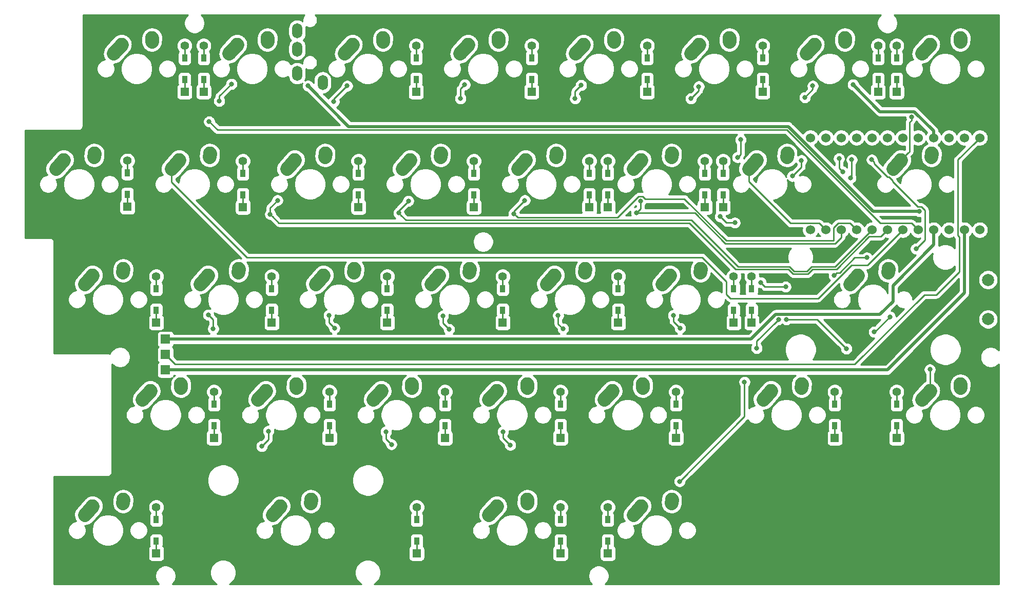
<source format=gbl>
G04 #@! TF.GenerationSoftware,KiCad,Pcbnew,(5.1.5-0-10_14)*
G04 #@! TF.CreationDate,2020-08-12T23:14:55+09:00*
G04 #@! TF.ProjectId,iroha60-right,69726f68-6136-4302-9d72-696768742e6b,rev?*
G04 #@! TF.SameCoordinates,Original*
G04 #@! TF.FileFunction,Copper,L2,Bot*
G04 #@! TF.FilePolarity,Positive*
%FSLAX46Y46*%
G04 Gerber Fmt 4.6, Leading zero omitted, Abs format (unit mm)*
G04 Created by KiCad (PCBNEW (5.1.5-0-10_14)) date 2020-08-12 23:14:55*
%MOMM*%
%LPD*%
G04 APERTURE LIST*
%ADD10C,2.250000*%
%ADD11C,2.250000*%
%ADD12C,1.397000*%
%ADD13R,1.397000X1.397000*%
%ADD14R,0.950000X1.300000*%
%ADD15O,1.700000X2.500000*%
%ADD16R,1.524000X1.524000*%
%ADD17C,2.000000*%
%ADD18C,1.524000*%
%ADD19C,0.800000*%
%ADD20C,0.250000*%
%ADD21C,0.500000*%
%ADD22C,0.254000*%
G04 APERTURE END LIST*
D10*
X157043750Y-67437500D03*
D11*
X155733750Y-68897500D02*
X157043752Y-67437500D01*
D10*
X162083750Y-66357500D03*
D11*
X162043750Y-66937500D02*
X162083750Y-66357500D01*
D12*
X46000000Y-29527500D03*
D13*
X46000000Y-37147500D03*
D14*
X46000000Y-35112500D03*
X46000000Y-31562500D03*
D12*
X49150000Y-29527500D03*
D13*
X49150000Y-37147500D03*
D14*
X49150000Y-35112500D03*
X49150000Y-31562500D03*
D12*
X84200000Y-29527500D03*
D13*
X84200000Y-37147500D03*
D14*
X84200000Y-35112500D03*
X84200000Y-31562500D03*
D12*
X103250000Y-29527500D03*
D13*
X103250000Y-37147500D03*
D14*
X103250000Y-35112500D03*
X103250000Y-31562500D03*
D12*
X122300000Y-29527500D03*
D13*
X122300000Y-37147500D03*
D14*
X122300000Y-35112500D03*
X122300000Y-31562500D03*
D12*
X141350000Y-29527500D03*
D13*
X141350000Y-37147500D03*
D14*
X141350000Y-35112500D03*
X141350000Y-31562500D03*
D12*
X160400000Y-29527500D03*
D13*
X160400000Y-37147500D03*
D14*
X160400000Y-35112500D03*
X160400000Y-31562500D03*
D12*
X163450000Y-29527500D03*
D13*
X163450000Y-37147500D03*
D14*
X163450000Y-35112500D03*
X163450000Y-31562500D03*
X36575000Y-50562500D03*
X36575000Y-54112500D03*
D13*
X36575000Y-56147500D03*
D12*
X36575000Y-48527500D03*
D14*
X55625000Y-50612500D03*
X55625000Y-54162500D03*
D13*
X55625000Y-56197500D03*
D12*
X55625000Y-48577500D03*
D14*
X74675000Y-50612500D03*
X74675000Y-54162500D03*
D13*
X74675000Y-56197500D03*
D12*
X74675000Y-48577500D03*
D14*
X93725000Y-50612500D03*
X93725000Y-54162500D03*
D13*
X93725000Y-56197500D03*
D12*
X93725000Y-48577500D03*
D14*
X112775000Y-50612500D03*
X112775000Y-54162500D03*
D13*
X112775000Y-56197500D03*
D12*
X112775000Y-48577500D03*
D14*
X115825000Y-50612500D03*
X115825000Y-54162500D03*
D13*
X115825000Y-56197500D03*
D12*
X115825000Y-48577500D03*
D14*
X131825000Y-50612500D03*
X131825000Y-54162500D03*
D13*
X131825000Y-56197500D03*
D12*
X131825000Y-48577500D03*
D14*
X134825000Y-50612500D03*
X134825000Y-54162500D03*
D13*
X134825000Y-56197500D03*
D12*
X134825000Y-48577500D03*
X41337500Y-67627500D03*
D13*
X41337500Y-75247500D03*
D14*
X41337500Y-73212500D03*
X41337500Y-69662500D03*
D12*
X60387500Y-67627500D03*
D13*
X60387500Y-75247500D03*
D14*
X60387500Y-73212500D03*
X60387500Y-69662500D03*
D12*
X79437500Y-67627500D03*
D13*
X79437500Y-75247500D03*
D14*
X79437500Y-73212500D03*
X79437500Y-69662500D03*
X98487500Y-69662500D03*
X98487500Y-73212500D03*
D13*
X98487500Y-75247500D03*
D12*
X98487500Y-67627500D03*
D14*
X117537500Y-69662500D03*
X117537500Y-73212500D03*
D13*
X117537500Y-75247500D03*
D12*
X117537500Y-67627500D03*
X136587500Y-67627500D03*
D13*
X136587500Y-75247500D03*
D14*
X136587500Y-73212500D03*
X136587500Y-69662500D03*
X139543750Y-69662500D03*
X139543750Y-73212500D03*
D13*
X139543750Y-75247500D03*
D12*
X139543750Y-67627500D03*
D14*
X50862500Y-88712500D03*
X50862500Y-92262500D03*
D13*
X50862500Y-94297500D03*
D12*
X50862500Y-86677500D03*
D14*
X69912500Y-88712500D03*
X69912500Y-92262500D03*
D13*
X69912500Y-94297500D03*
D12*
X69912500Y-86677500D03*
D14*
X88962500Y-88712500D03*
X88962500Y-92262500D03*
D13*
X88962500Y-94297500D03*
D12*
X88962500Y-86677500D03*
X108012500Y-86677500D03*
D13*
X108012500Y-94297500D03*
D14*
X108012500Y-92262500D03*
X108012500Y-88712500D03*
D12*
X127062500Y-86677500D03*
D13*
X127062500Y-94297500D03*
D14*
X127062500Y-92262500D03*
X127062500Y-88712500D03*
D12*
X153256250Y-86677500D03*
D13*
X153256250Y-94297500D03*
D14*
X153256250Y-92262500D03*
X153256250Y-88712500D03*
X41337500Y-107762500D03*
X41337500Y-111312500D03*
D13*
X41337500Y-113347500D03*
D12*
X41337500Y-105727500D03*
D14*
X84293750Y-107762500D03*
X84293750Y-111312500D03*
D13*
X84293750Y-113347500D03*
D12*
X84293750Y-105727500D03*
D14*
X108012500Y-107762500D03*
X108012500Y-111312500D03*
D13*
X108012500Y-113347500D03*
D12*
X108012500Y-105727500D03*
X115825000Y-105727500D03*
D13*
X115825000Y-113347500D03*
D14*
X115825000Y-111312500D03*
X115825000Y-107762500D03*
D15*
X64575000Y-27112500D03*
X64575000Y-30112500D03*
X64575000Y-34112500D03*
X68775000Y-35612500D03*
D16*
X42862500Y-77982500D03*
X42862500Y-80522500D03*
X42862500Y-83062500D03*
D11*
X40600000Y-28837500D02*
X40640000Y-28257500D01*
D10*
X40640000Y-28257500D03*
D11*
X34290000Y-30797500D02*
X35600002Y-29337500D01*
D10*
X35600000Y-29337500D03*
D11*
X59650000Y-28837500D02*
X59690000Y-28257500D01*
D10*
X59690000Y-28257500D03*
D11*
X53340000Y-30797500D02*
X54650002Y-29337500D01*
D10*
X54650000Y-29337500D03*
D11*
X78700000Y-28837500D02*
X78740000Y-28257500D01*
D10*
X78740000Y-28257500D03*
D11*
X72390000Y-30797500D02*
X73700002Y-29337500D01*
D10*
X73700000Y-29337500D03*
X92750000Y-29337500D03*
D11*
X91440000Y-30797500D02*
X92750002Y-29337500D01*
D10*
X97790000Y-28257500D03*
D11*
X97750000Y-28837500D02*
X97790000Y-28257500D01*
D10*
X111800000Y-29337500D03*
D11*
X110490000Y-30797500D02*
X111800002Y-29337500D01*
D10*
X116840000Y-28257500D03*
D11*
X116800000Y-28837500D02*
X116840000Y-28257500D01*
X135850000Y-28837500D02*
X135890000Y-28257500D01*
D10*
X135890000Y-28257500D03*
D11*
X129540000Y-30797500D02*
X130850002Y-29337500D01*
D10*
X130850000Y-29337500D03*
D11*
X154900000Y-28837500D02*
X154940000Y-28257500D01*
D10*
X154940000Y-28257500D03*
D11*
X148590000Y-30797500D02*
X149900002Y-29337500D01*
D10*
X149900000Y-29337500D03*
D11*
X173950000Y-28837500D02*
X173990000Y-28257500D01*
D10*
X173990000Y-28257500D03*
D11*
X167640000Y-30797500D02*
X168950002Y-29337500D01*
D10*
X168950000Y-29337500D03*
X26075000Y-48387500D03*
D11*
X24765000Y-49847500D02*
X26075002Y-48387500D01*
D10*
X31115000Y-47307500D03*
D11*
X31075000Y-47887500D02*
X31115000Y-47307500D01*
D10*
X45125000Y-48387500D03*
D11*
X43815000Y-49847500D02*
X45125002Y-48387500D01*
D10*
X50165000Y-47307500D03*
D11*
X50125000Y-47887500D02*
X50165000Y-47307500D01*
D10*
X64175000Y-48387500D03*
D11*
X62865000Y-49847500D02*
X64175002Y-48387500D01*
D10*
X69215000Y-47307500D03*
D11*
X69175000Y-47887500D02*
X69215000Y-47307500D01*
X88225000Y-47887500D02*
X88265000Y-47307500D01*
D10*
X88265000Y-47307500D03*
D11*
X81915000Y-49847500D02*
X83225002Y-48387500D01*
D10*
X83225000Y-48387500D03*
D11*
X107275000Y-47887500D02*
X107315000Y-47307500D01*
D10*
X107315000Y-47307500D03*
D11*
X100965000Y-49847500D02*
X102275002Y-48387500D01*
D10*
X102275000Y-48387500D03*
X121325000Y-48387500D03*
D11*
X120015000Y-49847500D02*
X121325002Y-48387500D01*
D10*
X126365000Y-47307500D03*
D11*
X126325000Y-47887500D02*
X126365000Y-47307500D01*
D10*
X140375000Y-48387500D03*
D11*
X139065000Y-49847500D02*
X140375002Y-48387500D01*
D10*
X145415000Y-47307500D03*
D11*
X145375000Y-47887500D02*
X145415000Y-47307500D01*
X169187500Y-47887500D02*
X169227500Y-47307500D01*
D10*
X169227500Y-47307500D03*
D11*
X162877500Y-49847500D02*
X164187502Y-48387500D01*
D10*
X164187500Y-48387500D03*
D11*
X35837500Y-66937500D02*
X35877500Y-66357500D01*
D10*
X35877500Y-66357500D03*
D11*
X29527500Y-68897500D02*
X30837502Y-67437500D01*
D10*
X30837500Y-67437500D03*
X49887500Y-67437500D03*
D11*
X48577500Y-68897500D02*
X49887502Y-67437500D01*
D10*
X54927500Y-66357500D03*
D11*
X54887500Y-66937500D02*
X54927500Y-66357500D01*
D10*
X68937500Y-67437500D03*
D11*
X67627500Y-68897500D02*
X68937502Y-67437500D01*
D10*
X73977500Y-66357500D03*
D11*
X73937500Y-66937500D02*
X73977500Y-66357500D01*
D10*
X87987500Y-67437500D03*
D11*
X86677500Y-68897500D02*
X87987502Y-67437500D01*
D10*
X93027500Y-66357500D03*
D11*
X92987500Y-66937500D02*
X93027500Y-66357500D01*
X112037500Y-66937500D02*
X112077500Y-66357500D01*
D10*
X112077500Y-66357500D03*
D11*
X105727500Y-68897500D02*
X107037502Y-67437500D01*
D10*
X107037500Y-67437500D03*
X126087500Y-67437500D03*
D11*
X124777500Y-68897500D02*
X126087502Y-67437500D01*
D10*
X131127500Y-66357500D03*
D11*
X131087500Y-66937500D02*
X131127500Y-66357500D01*
D10*
X40362500Y-86487500D03*
D11*
X39052500Y-87947500D02*
X40362502Y-86487500D01*
D10*
X45402500Y-85407500D03*
D11*
X45362500Y-85987500D02*
X45402500Y-85407500D01*
X64412500Y-85987500D02*
X64452500Y-85407500D01*
D10*
X64452500Y-85407500D03*
D11*
X58102500Y-87947500D02*
X59412502Y-86487500D01*
D10*
X59412500Y-86487500D03*
D11*
X83462500Y-85987500D02*
X83502500Y-85407500D01*
D10*
X83502500Y-85407500D03*
D11*
X77152500Y-87947500D02*
X78462502Y-86487500D01*
D10*
X78462500Y-86487500D03*
D11*
X102512500Y-85987500D02*
X102552500Y-85407500D01*
D10*
X102552500Y-85407500D03*
D11*
X96202500Y-87947500D02*
X97512502Y-86487500D01*
D10*
X97512500Y-86487500D03*
D11*
X121562500Y-85987500D02*
X121602500Y-85407500D01*
D10*
X121602500Y-85407500D03*
D11*
X115252500Y-87947500D02*
X116562502Y-86487500D01*
D10*
X116562500Y-86487500D03*
D11*
X147756250Y-85987500D02*
X147796250Y-85407500D01*
D10*
X147796250Y-85407500D03*
D11*
X141446250Y-87947500D02*
X142756252Y-86487500D01*
D10*
X142756250Y-86487500D03*
X30837500Y-105537500D03*
D11*
X29527500Y-106997500D02*
X30837502Y-105537500D01*
D10*
X35877500Y-104457500D03*
D11*
X35837500Y-105037500D02*
X35877500Y-104457500D01*
X66793750Y-105037500D02*
X66833750Y-104457500D01*
D10*
X66833750Y-104457500D03*
D11*
X60483750Y-106997500D02*
X61793752Y-105537500D01*
D10*
X61793750Y-105537500D03*
X97512500Y-105537500D03*
D11*
X96202500Y-106997500D02*
X97512502Y-105537500D01*
D10*
X102552500Y-104457500D03*
D11*
X102512500Y-105037500D02*
X102552500Y-104457500D01*
D10*
X121325000Y-105537500D03*
D11*
X120015000Y-106997500D02*
X121325002Y-105537500D01*
D10*
X126365000Y-104457500D03*
D11*
X126325000Y-105037500D02*
X126365000Y-104457500D01*
D17*
X178543750Y-74687500D03*
X178543750Y-68187500D03*
D18*
X177165500Y-59951100D03*
X174625500Y-59951100D03*
X172085500Y-59951100D03*
X169545500Y-59951100D03*
X167005500Y-59951100D03*
X164465500Y-59951100D03*
X161925500Y-59951100D03*
X159385500Y-59951100D03*
X156845500Y-59951100D03*
X154305500Y-59951100D03*
X151765500Y-59951100D03*
X149225500Y-59951100D03*
X149225500Y-44731100D03*
X151765500Y-44731100D03*
X154305500Y-44731100D03*
X156845500Y-44731100D03*
X159385500Y-44731100D03*
X161925500Y-44731100D03*
X164465500Y-44731100D03*
X167005500Y-44731100D03*
X169545500Y-44731100D03*
X172085500Y-44731100D03*
X174625500Y-44731100D03*
X177165500Y-44731100D03*
D14*
X163450000Y-88712500D03*
X163450000Y-92262500D03*
D13*
X163450000Y-94297500D03*
D12*
X163450000Y-86677500D03*
D11*
X173950000Y-85987500D02*
X173990000Y-85407500D01*
D10*
X173990000Y-85407500D03*
D11*
X167640000Y-87947500D02*
X168950002Y-86487500D01*
D10*
X168950000Y-86487500D03*
D19*
X147762500Y-48462500D03*
X146262500Y-51062500D03*
X136762500Y-58762500D03*
X134362500Y-57762500D03*
X159362500Y-48362500D03*
X166662500Y-63062500D03*
X141043750Y-68637500D03*
X145143750Y-69337500D03*
X153143750Y-67437500D03*
X158543750Y-64537500D03*
X156062500Y-48362500D03*
X155862500Y-51362500D03*
X155162500Y-79562500D03*
X145262500Y-74731411D03*
X153962500Y-48162500D03*
X154562500Y-50362500D03*
X140362500Y-79462500D03*
X138362500Y-85062500D03*
X127662500Y-101462500D03*
X143962500Y-74731411D03*
X156262500Y-35962500D03*
X66362500Y-36162500D03*
X167162500Y-56862500D03*
X50062500Y-42062500D03*
X53725000Y-35862500D03*
X51725000Y-38662500D03*
X72825000Y-36162500D03*
X70625000Y-38762500D03*
X61325000Y-55062500D03*
X60125000Y-57362500D03*
X49925000Y-73962500D03*
X50725000Y-76262500D03*
X59825000Y-93162500D03*
X58725000Y-95662500D03*
X92225000Y-35962500D03*
X91525000Y-38262500D03*
X82925000Y-55162500D03*
X81325000Y-57162500D03*
X69825000Y-74062500D03*
X70725000Y-76162500D03*
X79225000Y-93262500D03*
X80125000Y-95362500D03*
X111425000Y-36062500D03*
X110425000Y-38262500D03*
X102125000Y-55062500D03*
X100325000Y-57262500D03*
X88625000Y-74162500D03*
X89625000Y-76362500D03*
X98525000Y-93262500D03*
X99725000Y-95462500D03*
X130825000Y-36262500D03*
X129525000Y-38262500D03*
X121225000Y-55162500D03*
X120525000Y-57162500D03*
X107625000Y-74062500D03*
X108425000Y-76262500D03*
X149625000Y-36162500D03*
X148325000Y-38062500D03*
X137725000Y-45062500D03*
X137225000Y-47962500D03*
X126625000Y-74062500D03*
X127725000Y-76162500D03*
X165925000Y-41262500D03*
X162350000Y-74287500D03*
X159750000Y-76787500D03*
X168950000Y-82987500D03*
D20*
X46000000Y-29527500D02*
X46000000Y-31562500D01*
X163450000Y-35112500D02*
X163450000Y-37147500D01*
X160400000Y-35112500D02*
X160400000Y-37147500D01*
X141350000Y-35112500D02*
X141350000Y-37147500D01*
X122300000Y-35112500D02*
X122300000Y-37147500D01*
X103250000Y-35112500D02*
X103250000Y-37147500D01*
X84200000Y-35112500D02*
X84200000Y-37147500D01*
X49150000Y-35112500D02*
X49150000Y-37147500D01*
X46000000Y-35112500D02*
X46000000Y-37147500D01*
X49150000Y-29527500D02*
X49150000Y-31562500D01*
X84200000Y-29527500D02*
X84200000Y-31562500D01*
X103250000Y-29527500D02*
X103250000Y-31562500D01*
X122300000Y-29527500D02*
X122300000Y-31562500D01*
X141350000Y-29527500D02*
X141350000Y-31562500D01*
X160400000Y-29527500D02*
X160400000Y-31562500D01*
X163450000Y-29527500D02*
X163450000Y-31562500D01*
X36575000Y-48527500D02*
X36575000Y-50562500D01*
X36575000Y-54112500D02*
X36575000Y-56147500D01*
X55625000Y-54162500D02*
X55625000Y-56197500D01*
X74675000Y-54162500D02*
X74675000Y-56197500D01*
X93725000Y-54162500D02*
X93725000Y-56197500D01*
X112775000Y-54162500D02*
X112775000Y-56197500D01*
X115825000Y-54162500D02*
X115825000Y-56197500D01*
X131825000Y-54162500D02*
X131825000Y-56197500D01*
X134825000Y-54162500D02*
X134825000Y-56197500D01*
X147762500Y-49562500D02*
X146262500Y-51062500D01*
X147762500Y-48462500D02*
X147762500Y-49562500D01*
X135362500Y-58762500D02*
X134362500Y-57762500D01*
X136762500Y-58762500D02*
X135362500Y-58762500D01*
X55625000Y-48577500D02*
X55625000Y-50612500D01*
X74675000Y-48577500D02*
X74675000Y-50612500D01*
X93725000Y-48577500D02*
X93725000Y-50612500D01*
X112775000Y-48577500D02*
X112775000Y-50612500D01*
X115825000Y-48577500D02*
X115825000Y-50612500D01*
X131825000Y-48577500D02*
X131825000Y-50612500D01*
X134825000Y-50612500D02*
X134825000Y-48577500D01*
X41337500Y-67627500D02*
X41337500Y-69662500D01*
X60387500Y-69662500D02*
X60387500Y-67627500D01*
X79437500Y-69662500D02*
X79437500Y-67627500D01*
X41337500Y-73212500D02*
X41337500Y-75247500D01*
X60387500Y-73212500D02*
X60387500Y-75247500D01*
X79437500Y-73212500D02*
X79437500Y-75247500D01*
X98487500Y-73212500D02*
X98487500Y-75247500D01*
X117537500Y-73212500D02*
X117537500Y-75247500D01*
X136587500Y-73212500D02*
X136587500Y-75247500D01*
X168092501Y-61632499D02*
X166662500Y-63062500D01*
X168092501Y-56719499D02*
X168092501Y-61632499D01*
X167510501Y-56137499D02*
X168092501Y-56719499D01*
X166937499Y-56137499D02*
X167510501Y-56137499D01*
X162807501Y-52007501D02*
X166937499Y-56137499D01*
X162183501Y-51187499D02*
X162807501Y-51811499D01*
X161987499Y-51187499D02*
X162183501Y-51187499D01*
X159762499Y-48762499D02*
X159762499Y-48962499D01*
X162807501Y-51811499D02*
X162807501Y-52007501D01*
X159762499Y-48962499D02*
X161987499Y-51187499D01*
X159362500Y-48362500D02*
X159762499Y-48762499D01*
X139543750Y-73212500D02*
X139543750Y-75247500D01*
X98487500Y-69662500D02*
X98487500Y-67627500D01*
X117537500Y-69662500D02*
X117537500Y-67627500D01*
X136587500Y-69662500D02*
X136587500Y-67627500D01*
X139543750Y-69662500D02*
X139543750Y-67627500D01*
X141743750Y-69337500D02*
X145143750Y-69337500D01*
X141043750Y-68637500D02*
X141743750Y-69337500D01*
X156551090Y-64537500D02*
X158543750Y-64537500D01*
X154051089Y-67037501D02*
X156551090Y-64537500D01*
X153543749Y-67037501D02*
X154051089Y-67037501D01*
X153143750Y-67437500D02*
X153543749Y-67037501D01*
X50862500Y-88712500D02*
X50862500Y-86677500D01*
X69912500Y-88712500D02*
X69912500Y-86677500D01*
X88962500Y-88712500D02*
X88962500Y-86677500D01*
X153256250Y-92262500D02*
X153256250Y-94297500D01*
X127062500Y-92262500D02*
X127062500Y-94297500D01*
X108012500Y-92262500D02*
X108012500Y-94297500D01*
X88962500Y-92262500D02*
X88962500Y-94297500D01*
X69912500Y-92262500D02*
X69912500Y-94297500D01*
X50862500Y-92262500D02*
X50862500Y-94297500D01*
X156062500Y-51162500D02*
X155862500Y-51362500D01*
X156062500Y-48362500D02*
X156062500Y-51162500D01*
X163450000Y-92262500D02*
X163450000Y-94297500D01*
X155162500Y-79562500D02*
X150331411Y-74731411D01*
X150331411Y-74731411D02*
X145828185Y-74731411D01*
X145828185Y-74731411D02*
X145262500Y-74731411D01*
X108012500Y-88712500D02*
X108012500Y-86677500D01*
X127062500Y-88712500D02*
X127062500Y-86677500D01*
X153256250Y-88712500D02*
X153256250Y-86677500D01*
X41337500Y-107762500D02*
X41337500Y-105727500D01*
X84293750Y-105727500D02*
X84293750Y-107762500D01*
X108012500Y-107762500D02*
X108012500Y-105727500D01*
X115825000Y-107762500D02*
X115825000Y-105727500D01*
X41337500Y-111312500D02*
X41337500Y-113347500D01*
X108012500Y-111312500D02*
X108012500Y-113347500D01*
X115825000Y-111312500D02*
X115825000Y-113347500D01*
X153962500Y-49762500D02*
X154562500Y-50362500D01*
X153962500Y-48162500D02*
X153962500Y-49762500D01*
X138362500Y-90762500D02*
X127662500Y-101462500D01*
X138362500Y-85062500D02*
X138362500Y-90762500D01*
X140362500Y-78331411D02*
X143562501Y-75131410D01*
X143562501Y-75131410D02*
X143962500Y-74731411D01*
X140362500Y-79462500D02*
X140362500Y-78331411D01*
X84293750Y-111312500D02*
X84293750Y-113347500D01*
D21*
X174625500Y-61028730D02*
X174625500Y-59951100D01*
X174625500Y-70372752D02*
X174625500Y-61028730D01*
X161935752Y-83062500D02*
X174625500Y-70372752D01*
X42862500Y-83062500D02*
X161935752Y-83062500D01*
X166333001Y-40412499D02*
X169545500Y-43624998D01*
X160712499Y-40412499D02*
X166333001Y-40412499D01*
X169545500Y-43653470D02*
X169545500Y-44731100D01*
X169545500Y-43624998D02*
X169545500Y-43653470D01*
X156262500Y-35962500D02*
X160712499Y-40412499D01*
X159563138Y-56862500D02*
X167162500Y-56862500D01*
X145580639Y-42880001D02*
X159563138Y-56862500D01*
X73080001Y-42880001D02*
X145580639Y-42880001D01*
X66362500Y-36162500D02*
X73080001Y-42880001D01*
X169545500Y-61028730D02*
X169545500Y-59951100D01*
X162850000Y-69112500D02*
X169545500Y-62417000D01*
X162850000Y-71748224D02*
X162850000Y-69112500D01*
X143499849Y-73881401D02*
X160716823Y-73881401D01*
X169545500Y-62417000D02*
X169545500Y-61028730D01*
X139398750Y-77982500D02*
X143499849Y-73881401D01*
X160716823Y-73881401D02*
X162850000Y-71748224D01*
X42862500Y-77982500D02*
X139398750Y-77982500D01*
D20*
X173538499Y-48358101D02*
X176403501Y-45493099D01*
X173800651Y-61101011D02*
X173538499Y-60838859D01*
X173800651Y-66861849D02*
X173800651Y-61101011D01*
X156550000Y-82112500D02*
X168024999Y-70637501D01*
X173538499Y-60838859D02*
X173538499Y-48358101D01*
X168024999Y-70637501D02*
X170024999Y-70637501D01*
X176403501Y-45493099D02*
X177165500Y-44731100D01*
X44452500Y-82112500D02*
X156550000Y-82112500D01*
X170024999Y-70637501D02*
X173800651Y-66861849D01*
X42862500Y-80522500D02*
X44452500Y-82112500D01*
X166243501Y-59189101D02*
X167005500Y-59951100D01*
X165918499Y-58864099D02*
X166243501Y-59189101D01*
X160751551Y-58864099D02*
X165918499Y-58864099D01*
X145342463Y-43455011D02*
X160751551Y-58864099D01*
X51455011Y-43455011D02*
X145342463Y-43455011D01*
X50062500Y-42062500D02*
X51455011Y-43455011D01*
X51725000Y-37862500D02*
X51725000Y-38662500D01*
X53725000Y-35862500D02*
X51725000Y-37862500D01*
X56268026Y-64462500D02*
X43815000Y-52009474D01*
X131378502Y-64462500D02*
X56268026Y-64462500D01*
X135362500Y-68446498D02*
X131378502Y-64462500D01*
X135362500Y-70556250D02*
X135362500Y-68446498D01*
X150487500Y-71237500D02*
X136043750Y-71237500D01*
X155987500Y-65737500D02*
X150487500Y-71237500D01*
X136043750Y-71237500D02*
X135362500Y-70556250D01*
X158679100Y-65737500D02*
X155987500Y-65737500D01*
X43815000Y-52009474D02*
X43815000Y-49847500D01*
X164465500Y-59951100D02*
X158679100Y-65737500D01*
X70625000Y-38362500D02*
X70625000Y-38762500D01*
X72825000Y-36162500D02*
X70625000Y-38362500D01*
X60125000Y-56262500D02*
X60125000Y-57362500D01*
X61325000Y-55062500D02*
X60125000Y-56262500D01*
X50725000Y-74762500D02*
X50725000Y-76262500D01*
X49925000Y-73962500D02*
X50725000Y-74762500D01*
X59825000Y-94562500D02*
X58725000Y-95662500D01*
X59825000Y-93162500D02*
X59825000Y-94562500D01*
X61550021Y-58787521D02*
X60524999Y-57762499D01*
X160838499Y-61038101D02*
X158934909Y-61038101D01*
X161925500Y-59951100D02*
X160838499Y-61038101D01*
X158934909Y-61038101D02*
X153535511Y-66437500D01*
X60524999Y-57762499D02*
X60125000Y-57362500D01*
X148866071Y-67201523D02*
X146345428Y-67201522D01*
X149630094Y-66437500D02*
X148866071Y-67201523D01*
X153535511Y-66437500D02*
X149630094Y-66437500D01*
X146345428Y-67201522D02*
X145581429Y-66437522D01*
X136912304Y-66437522D02*
X129262304Y-58787522D01*
X145581429Y-66437522D02*
X136912304Y-66437522D01*
X129262304Y-58787522D02*
X61550021Y-58787521D01*
X91525000Y-36662500D02*
X91525000Y-38262500D01*
X92225000Y-35962500D02*
X91525000Y-36662500D01*
X81325000Y-56762500D02*
X81325000Y-57162500D01*
X82925000Y-55162500D02*
X81325000Y-56762500D01*
X69825000Y-75262500D02*
X70725000Y-76162500D01*
X69825000Y-74062500D02*
X69825000Y-75262500D01*
X79225000Y-94462500D02*
X80125000Y-95362500D01*
X79225000Y-93262500D02*
X79225000Y-94462500D01*
X137287511Y-65987511D02*
X129637512Y-58337512D01*
X148679671Y-66751512D02*
X146531829Y-66751512D01*
X153349111Y-65987489D02*
X149443693Y-65987489D01*
X159385500Y-59951100D02*
X153349111Y-65987489D01*
X149443693Y-65987489D02*
X148679671Y-66751512D01*
X82500011Y-58337511D02*
X81724999Y-57562499D01*
X146531829Y-66751512D02*
X145767829Y-65987511D01*
X145767829Y-65987511D02*
X137287511Y-65987511D01*
X129637512Y-58337512D02*
X82500011Y-58337511D01*
X81724999Y-57562499D02*
X81325000Y-57162500D01*
X110425000Y-37062500D02*
X110425000Y-38262500D01*
X111425000Y-36062500D02*
X110425000Y-37062500D01*
X100325000Y-56862500D02*
X100325000Y-57262500D01*
X102125000Y-55062500D02*
X100325000Y-56862500D01*
X88625000Y-75362500D02*
X89625000Y-76362500D01*
X88625000Y-74162500D02*
X88625000Y-75362500D01*
X98525000Y-94262500D02*
X99725000Y-95462500D01*
X98525000Y-93262500D02*
X98525000Y-94262500D01*
X117426997Y-57887501D02*
X100950001Y-57887501D01*
X120876999Y-54437499D02*
X117426997Y-57887501D01*
X121573001Y-54437499D02*
X120876999Y-54437499D01*
X135382998Y-61737500D02*
X128459997Y-54814499D01*
X121950001Y-54814499D02*
X121573001Y-54437499D01*
X153093491Y-61737500D02*
X135382998Y-61737500D01*
X100950001Y-57887501D02*
X100724999Y-57662499D01*
X153093491Y-59554347D02*
X153093491Y-61737500D01*
X153783739Y-58864099D02*
X153093491Y-59554347D01*
X156845500Y-59951100D02*
X155758499Y-58864099D01*
X155758499Y-58864099D02*
X153783739Y-58864099D01*
X100724999Y-57662499D02*
X100325000Y-57262500D01*
X128459997Y-54814499D02*
X121950001Y-54814499D01*
X130825000Y-36962500D02*
X129525000Y-38262500D01*
X130825000Y-36262500D02*
X130825000Y-36962500D01*
X121225000Y-56462500D02*
X120525000Y-57162500D01*
X121225000Y-55162500D02*
X121225000Y-56462500D01*
X107625000Y-75462500D02*
X108425000Y-76262500D01*
X107625000Y-74062500D02*
X107625000Y-75462500D01*
X154305500Y-61161902D02*
X153279891Y-62187511D01*
X135196598Y-62187511D02*
X130171587Y-57162500D01*
X154305500Y-59951100D02*
X154305500Y-61161902D01*
X153279891Y-62187511D02*
X135196598Y-62187511D01*
X130171587Y-57162500D02*
X121090685Y-57162500D01*
X121090685Y-57162500D02*
X120525000Y-57162500D01*
X149625000Y-36762500D02*
X148325000Y-38062500D01*
X149625000Y-36162500D02*
X149625000Y-36762500D01*
X137725000Y-47462500D02*
X137225000Y-47962500D01*
X137725000Y-45062500D02*
X137725000Y-47462500D01*
X126625000Y-75062500D02*
X127725000Y-76162500D01*
X126625000Y-74062500D02*
X126625000Y-75062500D01*
X145964099Y-58864099D02*
X139065000Y-51965000D01*
X150678499Y-58864099D02*
X145964099Y-58864099D01*
X139065000Y-51965000D02*
X139065000Y-49847500D01*
X151765500Y-59951100D02*
X150678499Y-58864099D01*
X165312499Y-47262501D02*
X164187500Y-48387500D01*
X165552501Y-42200684D02*
X165552501Y-47022499D01*
X165925000Y-41828185D02*
X165552501Y-42200684D01*
X165552501Y-47022499D02*
X165312499Y-47262501D01*
X165925000Y-41262500D02*
X165925000Y-41828185D01*
X159850000Y-76787500D02*
X159750000Y-76787500D01*
X162350000Y-74287500D02*
X159850000Y-76787500D01*
X168950000Y-82987500D02*
X168950000Y-86487500D01*
X163450000Y-88712500D02*
X163450000Y-86677500D01*
D22*
G36*
X46277337Y-24706502D02*
G01*
X46087463Y-24990669D01*
X45956675Y-25306419D01*
X45890000Y-25641617D01*
X45890000Y-25983383D01*
X45956675Y-26318581D01*
X46087463Y-26634331D01*
X46277337Y-26918498D01*
X46519002Y-27160163D01*
X46803169Y-27350037D01*
X47118919Y-27480825D01*
X47454117Y-27547500D01*
X47795883Y-27547500D01*
X48131081Y-27480825D01*
X48446831Y-27350037D01*
X48730998Y-27160163D01*
X48972663Y-26918498D01*
X49162537Y-26634331D01*
X49293325Y-26318581D01*
X49360000Y-25983383D01*
X49360000Y-25641617D01*
X49293325Y-25306419D01*
X49162537Y-24990669D01*
X48972663Y-24706502D01*
X48738661Y-24472500D01*
X65768446Y-24472500D01*
X65715713Y-24525233D01*
X65580557Y-24727508D01*
X65487460Y-24952264D01*
X65440000Y-25190863D01*
X65440000Y-25434137D01*
X65455972Y-25514435D01*
X65404014Y-25471794D01*
X65146034Y-25333901D01*
X64866111Y-25248987D01*
X64575000Y-25220315D01*
X64283890Y-25248987D01*
X64003967Y-25333901D01*
X63745987Y-25471794D01*
X63519866Y-25657366D01*
X63334294Y-25883486D01*
X63196401Y-26141466D01*
X63111487Y-26421389D01*
X63090000Y-26639550D01*
X63090000Y-27585449D01*
X63111487Y-27803610D01*
X63196401Y-28083533D01*
X63334294Y-28341513D01*
X63519866Y-28567634D01*
X63574535Y-28612500D01*
X63519866Y-28657366D01*
X63334294Y-28883486D01*
X63196401Y-29141466D01*
X63111487Y-29421389D01*
X63090000Y-29639550D01*
X63090000Y-30585449D01*
X63111487Y-30803610D01*
X63196401Y-31083533D01*
X63334294Y-31341513D01*
X63519866Y-31567634D01*
X63745986Y-31753206D01*
X64003966Y-31891099D01*
X64283889Y-31976013D01*
X64575000Y-32004685D01*
X64866110Y-31976013D01*
X65146033Y-31891099D01*
X65404013Y-31753206D01*
X65630134Y-31567634D01*
X65815706Y-31341514D01*
X65953599Y-31083534D01*
X66038513Y-30803611D01*
X66060000Y-30585450D01*
X66060000Y-29639551D01*
X66038513Y-29421389D01*
X65953599Y-29141466D01*
X65815706Y-28883486D01*
X65630134Y-28657366D01*
X65575465Y-28612500D01*
X65630134Y-28567634D01*
X65815706Y-28341514D01*
X65953599Y-28083534D01*
X66038513Y-27803611D01*
X66060000Y-27585450D01*
X66060000Y-26639551D01*
X66038513Y-26421389D01*
X66019926Y-26360116D01*
X66090008Y-26406943D01*
X66314764Y-26500040D01*
X66553363Y-26547500D01*
X66796637Y-26547500D01*
X67035236Y-26500040D01*
X67259992Y-26406943D01*
X67462267Y-26271787D01*
X67634287Y-26099767D01*
X67769443Y-25897492D01*
X67862540Y-25672736D01*
X67910000Y-25434137D01*
X67910000Y-25190863D01*
X67862540Y-24952264D01*
X67769443Y-24727508D01*
X67634287Y-24525233D01*
X67581554Y-24472500D01*
X160811339Y-24472500D01*
X160577337Y-24706502D01*
X160387463Y-24990669D01*
X160256675Y-25306419D01*
X160190000Y-25641617D01*
X160190000Y-25983383D01*
X160256675Y-26318581D01*
X160387463Y-26634331D01*
X160577337Y-26918498D01*
X160819002Y-27160163D01*
X161103169Y-27350037D01*
X161418919Y-27480825D01*
X161754117Y-27547500D01*
X162095883Y-27547500D01*
X162431081Y-27480825D01*
X162746831Y-27350037D01*
X163030998Y-27160163D01*
X163272663Y-26918498D01*
X163462537Y-26634331D01*
X163593325Y-26318581D01*
X163660000Y-25983383D01*
X163660000Y-25641617D01*
X163593325Y-25306419D01*
X163462537Y-24990669D01*
X163272663Y-24706502D01*
X163038661Y-24472500D01*
X180315000Y-24472500D01*
X180315001Y-79848840D01*
X180080998Y-79614837D01*
X179796831Y-79424963D01*
X179481081Y-79294175D01*
X179145883Y-79227500D01*
X178804117Y-79227500D01*
X178468919Y-79294175D01*
X178153169Y-79424963D01*
X177869002Y-79614837D01*
X177627337Y-79856502D01*
X177437463Y-80140669D01*
X177306675Y-80456419D01*
X177240000Y-80791617D01*
X177240000Y-81133383D01*
X177306675Y-81468581D01*
X177437463Y-81784331D01*
X177627337Y-82068498D01*
X177869002Y-82310163D01*
X178153169Y-82500037D01*
X178468919Y-82630825D01*
X178804117Y-82697500D01*
X179145883Y-82697500D01*
X179481081Y-82630825D01*
X179796831Y-82500037D01*
X180080998Y-82310163D01*
X180315001Y-82076160D01*
X180315001Y-118402500D01*
X115413661Y-118402500D01*
X115647663Y-118168498D01*
X115837537Y-117884331D01*
X115968325Y-117568581D01*
X116035000Y-117233383D01*
X116035000Y-116891617D01*
X115968325Y-116556419D01*
X115837537Y-116240669D01*
X115647663Y-115956502D01*
X115405998Y-115714837D01*
X115121831Y-115524963D01*
X114806081Y-115394175D01*
X114470883Y-115327500D01*
X114129117Y-115327500D01*
X113793919Y-115394175D01*
X113478169Y-115524963D01*
X113194002Y-115714837D01*
X112952337Y-115956502D01*
X112762463Y-116240669D01*
X112631675Y-116556419D01*
X112565000Y-116891617D01*
X112565000Y-117233383D01*
X112631675Y-117568581D01*
X112762463Y-117884331D01*
X112952337Y-118168498D01*
X113186339Y-118402500D01*
X77304228Y-118402500D01*
X77608032Y-118199504D01*
X77908754Y-117898782D01*
X78145031Y-117545170D01*
X78307780Y-117152257D01*
X78390750Y-116735143D01*
X78390750Y-116309857D01*
X78307780Y-115892743D01*
X78145031Y-115499830D01*
X77908754Y-115146218D01*
X77608032Y-114845496D01*
X77254420Y-114609219D01*
X76861507Y-114446470D01*
X76444393Y-114363500D01*
X76019107Y-114363500D01*
X75601993Y-114446470D01*
X75209080Y-114609219D01*
X74855468Y-114845496D01*
X74554746Y-115146218D01*
X74318469Y-115499830D01*
X74155720Y-115892743D01*
X74072750Y-116309857D01*
X74072750Y-116735143D01*
X74155720Y-117152257D01*
X74318469Y-117545170D01*
X74554746Y-117898782D01*
X74855468Y-118199504D01*
X75159272Y-118402500D01*
X53428228Y-118402500D01*
X53732032Y-118199504D01*
X54032754Y-117898782D01*
X54269031Y-117545170D01*
X54431780Y-117152257D01*
X54514750Y-116735143D01*
X54514750Y-116309857D01*
X54431780Y-115892743D01*
X54269031Y-115499830D01*
X54032754Y-115146218D01*
X53732032Y-114845496D01*
X53378420Y-114609219D01*
X52985507Y-114446470D01*
X52568393Y-114363500D01*
X52143107Y-114363500D01*
X51725993Y-114446470D01*
X51333080Y-114609219D01*
X50979468Y-114845496D01*
X50678746Y-115146218D01*
X50442469Y-115499830D01*
X50279720Y-115892743D01*
X50196750Y-116309857D01*
X50196750Y-116735143D01*
X50279720Y-117152257D01*
X50442469Y-117545170D01*
X50678746Y-117898782D01*
X50979468Y-118199504D01*
X51283272Y-118402500D01*
X43976161Y-118402500D01*
X44210163Y-118168498D01*
X44400037Y-117884331D01*
X44530825Y-117568581D01*
X44597500Y-117233383D01*
X44597500Y-116891617D01*
X44530825Y-116556419D01*
X44400037Y-116240669D01*
X44210163Y-115956502D01*
X43968498Y-115714837D01*
X43684331Y-115524963D01*
X43368581Y-115394175D01*
X43033383Y-115327500D01*
X42691617Y-115327500D01*
X42356419Y-115394175D01*
X42040669Y-115524963D01*
X41756502Y-115714837D01*
X41514837Y-115956502D01*
X41324963Y-116240669D01*
X41194175Y-116556419D01*
X41127500Y-116891617D01*
X41127500Y-117233383D01*
X41194175Y-117568581D01*
X41324963Y-117884331D01*
X41514837Y-118168498D01*
X41748839Y-118402500D01*
X24472500Y-118402500D01*
X24472500Y-112649000D01*
X40000928Y-112649000D01*
X40000928Y-114046000D01*
X40013188Y-114170482D01*
X40049498Y-114290180D01*
X40108463Y-114400494D01*
X40187815Y-114497185D01*
X40284506Y-114576537D01*
X40394820Y-114635502D01*
X40514518Y-114671812D01*
X40639000Y-114684072D01*
X42036000Y-114684072D01*
X42160482Y-114671812D01*
X42280180Y-114635502D01*
X42390494Y-114576537D01*
X42487185Y-114497185D01*
X42566537Y-114400494D01*
X42625502Y-114290180D01*
X42661812Y-114170482D01*
X42674072Y-114046000D01*
X42674072Y-112649000D01*
X82957178Y-112649000D01*
X82957178Y-114046000D01*
X82969438Y-114170482D01*
X83005748Y-114290180D01*
X83064713Y-114400494D01*
X83144065Y-114497185D01*
X83240756Y-114576537D01*
X83351070Y-114635502D01*
X83470768Y-114671812D01*
X83595250Y-114684072D01*
X84992250Y-114684072D01*
X85116732Y-114671812D01*
X85236430Y-114635502D01*
X85346744Y-114576537D01*
X85443435Y-114497185D01*
X85522787Y-114400494D01*
X85581752Y-114290180D01*
X85618062Y-114170482D01*
X85630322Y-114046000D01*
X85630322Y-112649000D01*
X106675928Y-112649000D01*
X106675928Y-114046000D01*
X106688188Y-114170482D01*
X106724498Y-114290180D01*
X106783463Y-114400494D01*
X106862815Y-114497185D01*
X106959506Y-114576537D01*
X107069820Y-114635502D01*
X107189518Y-114671812D01*
X107314000Y-114684072D01*
X108711000Y-114684072D01*
X108835482Y-114671812D01*
X108955180Y-114635502D01*
X109065494Y-114576537D01*
X109162185Y-114497185D01*
X109241537Y-114400494D01*
X109300502Y-114290180D01*
X109336812Y-114170482D01*
X109349072Y-114046000D01*
X109349072Y-112649000D01*
X114488428Y-112649000D01*
X114488428Y-114046000D01*
X114500688Y-114170482D01*
X114536998Y-114290180D01*
X114595963Y-114400494D01*
X114675315Y-114497185D01*
X114772006Y-114576537D01*
X114882320Y-114635502D01*
X115002018Y-114671812D01*
X115126500Y-114684072D01*
X116523500Y-114684072D01*
X116647982Y-114671812D01*
X116767680Y-114635502D01*
X116877994Y-114576537D01*
X116974685Y-114497185D01*
X117054037Y-114400494D01*
X117113002Y-114290180D01*
X117149312Y-114170482D01*
X117161572Y-114046000D01*
X117161572Y-112649000D01*
X117149312Y-112524518D01*
X117113002Y-112404820D01*
X117054037Y-112294506D01*
X116974685Y-112197815D01*
X116908634Y-112143609D01*
X116925812Y-112086982D01*
X116938072Y-111962500D01*
X116938072Y-110662500D01*
X116925812Y-110538018D01*
X116889502Y-110418320D01*
X116830537Y-110308006D01*
X116751185Y-110211315D01*
X116654494Y-110131963D01*
X116544180Y-110072998D01*
X116424482Y-110036688D01*
X116300000Y-110024428D01*
X115350000Y-110024428D01*
X115225518Y-110036688D01*
X115105820Y-110072998D01*
X114995506Y-110131963D01*
X114898815Y-110211315D01*
X114819463Y-110308006D01*
X114760498Y-110418320D01*
X114724188Y-110538018D01*
X114711928Y-110662500D01*
X114711928Y-111962500D01*
X114724188Y-112086982D01*
X114741366Y-112143609D01*
X114675315Y-112197815D01*
X114595963Y-112294506D01*
X114536998Y-112404820D01*
X114500688Y-112524518D01*
X114488428Y-112649000D01*
X109349072Y-112649000D01*
X109336812Y-112524518D01*
X109300502Y-112404820D01*
X109241537Y-112294506D01*
X109162185Y-112197815D01*
X109096134Y-112143609D01*
X109113312Y-112086982D01*
X109125572Y-111962500D01*
X109125572Y-110662500D01*
X109113312Y-110538018D01*
X109077002Y-110418320D01*
X109018037Y-110308006D01*
X108938685Y-110211315D01*
X108841994Y-110131963D01*
X108731680Y-110072998D01*
X108611982Y-110036688D01*
X108487500Y-110024428D01*
X107537500Y-110024428D01*
X107413018Y-110036688D01*
X107293320Y-110072998D01*
X107183006Y-110131963D01*
X107086315Y-110211315D01*
X107006963Y-110308006D01*
X106947998Y-110418320D01*
X106911688Y-110538018D01*
X106899428Y-110662500D01*
X106899428Y-111962500D01*
X106911688Y-112086982D01*
X106928866Y-112143609D01*
X106862815Y-112197815D01*
X106783463Y-112294506D01*
X106724498Y-112404820D01*
X106688188Y-112524518D01*
X106675928Y-112649000D01*
X85630322Y-112649000D01*
X85618062Y-112524518D01*
X85581752Y-112404820D01*
X85522787Y-112294506D01*
X85443435Y-112197815D01*
X85377384Y-112143609D01*
X85394562Y-112086982D01*
X85406822Y-111962500D01*
X85406822Y-110662500D01*
X85394562Y-110538018D01*
X85358252Y-110418320D01*
X85299287Y-110308006D01*
X85219935Y-110211315D01*
X85123244Y-110131963D01*
X85012930Y-110072998D01*
X84893232Y-110036688D01*
X84768750Y-110024428D01*
X83818750Y-110024428D01*
X83694268Y-110036688D01*
X83574570Y-110072998D01*
X83464256Y-110131963D01*
X83367565Y-110211315D01*
X83288213Y-110308006D01*
X83229248Y-110418320D01*
X83192938Y-110538018D01*
X83180678Y-110662500D01*
X83180678Y-111962500D01*
X83192938Y-112086982D01*
X83210116Y-112143609D01*
X83144065Y-112197815D01*
X83064713Y-112294506D01*
X83005748Y-112404820D01*
X82969438Y-112524518D01*
X82957178Y-112649000D01*
X42674072Y-112649000D01*
X42661812Y-112524518D01*
X42625502Y-112404820D01*
X42566537Y-112294506D01*
X42487185Y-112197815D01*
X42421134Y-112143609D01*
X42438312Y-112086982D01*
X42450572Y-111962500D01*
X42450572Y-110662500D01*
X42438312Y-110538018D01*
X42402002Y-110418320D01*
X42343037Y-110308006D01*
X42263685Y-110211315D01*
X42166994Y-110131963D01*
X42056680Y-110072998D01*
X41936982Y-110036688D01*
X41812500Y-110024428D01*
X40862500Y-110024428D01*
X40738018Y-110036688D01*
X40618320Y-110072998D01*
X40508006Y-110131963D01*
X40411315Y-110211315D01*
X40331963Y-110308006D01*
X40272998Y-110418320D01*
X40236688Y-110538018D01*
X40224428Y-110662500D01*
X40224428Y-111962500D01*
X40236688Y-112086982D01*
X40253866Y-112143609D01*
X40187815Y-112197815D01*
X40108463Y-112294506D01*
X40049498Y-112404820D01*
X40013188Y-112524518D01*
X40000928Y-112649000D01*
X24472500Y-112649000D01*
X24472500Y-109388778D01*
X26747500Y-109388778D01*
X26747500Y-109686222D01*
X26805529Y-109977951D01*
X26919356Y-110252753D01*
X27084607Y-110500069D01*
X27294931Y-110710393D01*
X27542247Y-110875644D01*
X27817049Y-110989471D01*
X28108778Y-111047500D01*
X28406222Y-111047500D01*
X28697951Y-110989471D01*
X28972753Y-110875644D01*
X29220069Y-110710393D01*
X29430393Y-110500069D01*
X29595644Y-110252753D01*
X29709471Y-109977951D01*
X29767500Y-109686222D01*
X29767500Y-109388778D01*
X29745580Y-109278576D01*
X30708600Y-109278576D01*
X30708600Y-109796424D01*
X30809627Y-110304322D01*
X31007799Y-110782751D01*
X31295500Y-111213326D01*
X31661674Y-111579500D01*
X32092249Y-111867201D01*
X32570678Y-112065373D01*
X33078576Y-112166400D01*
X33596424Y-112166400D01*
X34104322Y-112065373D01*
X34582751Y-111867201D01*
X35013326Y-111579500D01*
X35379500Y-111213326D01*
X35667201Y-110782751D01*
X35865373Y-110304322D01*
X35966400Y-109796424D01*
X35966400Y-109388778D01*
X36907500Y-109388778D01*
X36907500Y-109686222D01*
X36965529Y-109977951D01*
X37079356Y-110252753D01*
X37244607Y-110500069D01*
X37454931Y-110710393D01*
X37702247Y-110875644D01*
X37977049Y-110989471D01*
X38268778Y-111047500D01*
X38566222Y-111047500D01*
X38857951Y-110989471D01*
X39132753Y-110875644D01*
X39380069Y-110710393D01*
X39590393Y-110500069D01*
X39755644Y-110252753D01*
X39869471Y-109977951D01*
X39927500Y-109686222D01*
X39927500Y-109388778D01*
X57703750Y-109388778D01*
X57703750Y-109686222D01*
X57761779Y-109977951D01*
X57875606Y-110252753D01*
X58040857Y-110500069D01*
X58251181Y-110710393D01*
X58498497Y-110875644D01*
X58773299Y-110989471D01*
X59065028Y-111047500D01*
X59362472Y-111047500D01*
X59654201Y-110989471D01*
X59929003Y-110875644D01*
X60176319Y-110710393D01*
X60386643Y-110500069D01*
X60551894Y-110252753D01*
X60665721Y-109977951D01*
X60723750Y-109686222D01*
X60723750Y-109388778D01*
X60701830Y-109278576D01*
X61664850Y-109278576D01*
X61664850Y-109796424D01*
X61765877Y-110304322D01*
X61964049Y-110782751D01*
X62251750Y-111213326D01*
X62617924Y-111579500D01*
X63048499Y-111867201D01*
X63526928Y-112065373D01*
X64034826Y-112166400D01*
X64552674Y-112166400D01*
X65060572Y-112065373D01*
X65539001Y-111867201D01*
X65969576Y-111579500D01*
X66335750Y-111213326D01*
X66623451Y-110782751D01*
X66821623Y-110304322D01*
X66922650Y-109796424D01*
X66922650Y-109388778D01*
X67863750Y-109388778D01*
X67863750Y-109686222D01*
X67921779Y-109977951D01*
X68035606Y-110252753D01*
X68200857Y-110500069D01*
X68411181Y-110710393D01*
X68658497Y-110875644D01*
X68933299Y-110989471D01*
X69225028Y-111047500D01*
X69522472Y-111047500D01*
X69814201Y-110989471D01*
X70089003Y-110875644D01*
X70336319Y-110710393D01*
X70546643Y-110500069D01*
X70711894Y-110252753D01*
X70825721Y-109977951D01*
X70883750Y-109686222D01*
X70883750Y-109388778D01*
X93422500Y-109388778D01*
X93422500Y-109686222D01*
X93480529Y-109977951D01*
X93594356Y-110252753D01*
X93759607Y-110500069D01*
X93969931Y-110710393D01*
X94217247Y-110875644D01*
X94492049Y-110989471D01*
X94783778Y-111047500D01*
X95081222Y-111047500D01*
X95372951Y-110989471D01*
X95647753Y-110875644D01*
X95895069Y-110710393D01*
X96105393Y-110500069D01*
X96270644Y-110252753D01*
X96384471Y-109977951D01*
X96442500Y-109686222D01*
X96442500Y-109388778D01*
X96420580Y-109278576D01*
X97383600Y-109278576D01*
X97383600Y-109796424D01*
X97484627Y-110304322D01*
X97682799Y-110782751D01*
X97970500Y-111213326D01*
X98336674Y-111579500D01*
X98767249Y-111867201D01*
X99245678Y-112065373D01*
X99753576Y-112166400D01*
X100271424Y-112166400D01*
X100779322Y-112065373D01*
X101257751Y-111867201D01*
X101688326Y-111579500D01*
X102054500Y-111213326D01*
X102342201Y-110782751D01*
X102540373Y-110304322D01*
X102641400Y-109796424D01*
X102641400Y-109388778D01*
X103582500Y-109388778D01*
X103582500Y-109686222D01*
X103640529Y-109977951D01*
X103754356Y-110252753D01*
X103919607Y-110500069D01*
X104129931Y-110710393D01*
X104377247Y-110875644D01*
X104652049Y-110989471D01*
X104943778Y-111047500D01*
X105241222Y-111047500D01*
X105532951Y-110989471D01*
X105807753Y-110875644D01*
X106055069Y-110710393D01*
X106265393Y-110500069D01*
X106430644Y-110252753D01*
X106544471Y-109977951D01*
X106602500Y-109686222D01*
X106602500Y-109388778D01*
X117235000Y-109388778D01*
X117235000Y-109686222D01*
X117293029Y-109977951D01*
X117406856Y-110252753D01*
X117572107Y-110500069D01*
X117782431Y-110710393D01*
X118029747Y-110875644D01*
X118304549Y-110989471D01*
X118596278Y-111047500D01*
X118893722Y-111047500D01*
X119185451Y-110989471D01*
X119460253Y-110875644D01*
X119707569Y-110710393D01*
X119917893Y-110500069D01*
X120083144Y-110252753D01*
X120196971Y-109977951D01*
X120255000Y-109686222D01*
X120255000Y-109388778D01*
X120233080Y-109278576D01*
X121196100Y-109278576D01*
X121196100Y-109796424D01*
X121297127Y-110304322D01*
X121495299Y-110782751D01*
X121783000Y-111213326D01*
X122149174Y-111579500D01*
X122579749Y-111867201D01*
X123058178Y-112065373D01*
X123566076Y-112166400D01*
X124083924Y-112166400D01*
X124591822Y-112065373D01*
X125070251Y-111867201D01*
X125500826Y-111579500D01*
X125867000Y-111213326D01*
X126154701Y-110782751D01*
X126352873Y-110304322D01*
X126453900Y-109796424D01*
X126453900Y-109388778D01*
X127395000Y-109388778D01*
X127395000Y-109686222D01*
X127453029Y-109977951D01*
X127566856Y-110252753D01*
X127732107Y-110500069D01*
X127942431Y-110710393D01*
X128189747Y-110875644D01*
X128464549Y-110989471D01*
X128756278Y-111047500D01*
X129053722Y-111047500D01*
X129345451Y-110989471D01*
X129620253Y-110875644D01*
X129867569Y-110710393D01*
X130077893Y-110500069D01*
X130243144Y-110252753D01*
X130356971Y-109977951D01*
X130415000Y-109686222D01*
X130415000Y-109388778D01*
X130356971Y-109097049D01*
X130243144Y-108822247D01*
X130077893Y-108574931D01*
X129867569Y-108364607D01*
X129620253Y-108199356D01*
X129345451Y-108085529D01*
X129053722Y-108027500D01*
X128756278Y-108027500D01*
X128464549Y-108085529D01*
X128189747Y-108199356D01*
X127942431Y-108364607D01*
X127732107Y-108574931D01*
X127566856Y-108822247D01*
X127453029Y-109097049D01*
X127395000Y-109388778D01*
X126453900Y-109388778D01*
X126453900Y-109278576D01*
X126352873Y-108770678D01*
X126154701Y-108292249D01*
X125867000Y-107861674D01*
X125500826Y-107495500D01*
X125070251Y-107207799D01*
X124591822Y-107009627D01*
X124083924Y-106908600D01*
X123566076Y-106908600D01*
X123058178Y-107009627D01*
X122579749Y-107207799D01*
X122149174Y-107495500D01*
X121783000Y-107861674D01*
X121495299Y-108292249D01*
X121297127Y-108770678D01*
X121196100Y-109278576D01*
X120233080Y-109278576D01*
X120196971Y-109097049D01*
X120083144Y-108822247D01*
X120041814Y-108760392D01*
X120110626Y-108763427D01*
X120453304Y-108710839D01*
X120779139Y-108592409D01*
X121075607Y-108412687D01*
X121267243Y-108237242D01*
X122603200Y-106748316D01*
X122692081Y-106659435D01*
X122766827Y-106547570D01*
X122846444Y-106439087D01*
X122862979Y-106403669D01*
X122884692Y-106371173D01*
X122936175Y-106246882D01*
X122993101Y-106124945D01*
X123002410Y-106086976D01*
X123017364Y-106050873D01*
X123043610Y-105918926D01*
X123075653Y-105788227D01*
X123077375Y-105749177D01*
X123085000Y-105710845D01*
X123085000Y-105576302D01*
X123090929Y-105441874D01*
X123085000Y-105403239D01*
X123085000Y-105364155D01*
X123058751Y-105232191D01*
X123038341Y-105099196D01*
X123024989Y-105062461D01*
X123017364Y-105024127D01*
X123008471Y-105002657D01*
X124563223Y-105002657D01*
X124570840Y-105262362D01*
X124648413Y-105600261D01*
X124790419Y-105916534D01*
X124991396Y-106199026D01*
X125243624Y-106436881D01*
X125537408Y-106620959D01*
X125861459Y-106744184D01*
X126203323Y-106801824D01*
X126549862Y-106791660D01*
X126887761Y-106714087D01*
X127204034Y-106572081D01*
X127486526Y-106371104D01*
X127724381Y-106118876D01*
X127908459Y-105825092D01*
X128031684Y-105501041D01*
X128074881Y-105244839D01*
X128113099Y-104690675D01*
X128125000Y-104630845D01*
X128125000Y-104518111D01*
X128126777Y-104492344D01*
X128125000Y-104431756D01*
X128125000Y-104284155D01*
X128119922Y-104258628D01*
X128119160Y-104232637D01*
X128086159Y-104088887D01*
X128057364Y-103944127D01*
X128047407Y-103920088D01*
X128041587Y-103894738D01*
X127981177Y-103760194D01*
X127924692Y-103623827D01*
X127910230Y-103602183D01*
X127899581Y-103578466D01*
X127814096Y-103458309D01*
X127732081Y-103335565D01*
X127713678Y-103317162D01*
X127698604Y-103295974D01*
X127591311Y-103194795D01*
X127486935Y-103090419D01*
X127465294Y-103075959D01*
X127446376Y-103058119D01*
X127321407Y-102979816D01*
X127198673Y-102897808D01*
X127174628Y-102887848D01*
X127152592Y-102874041D01*
X127014740Y-102821621D01*
X126878373Y-102765136D01*
X126852846Y-102760058D01*
X126828541Y-102750816D01*
X126683108Y-102726295D01*
X126538345Y-102697500D01*
X126512323Y-102697500D01*
X126486677Y-102693176D01*
X126339237Y-102697500D01*
X126191655Y-102697500D01*
X126166133Y-102702577D01*
X126140138Y-102703339D01*
X125996375Y-102736344D01*
X125851627Y-102765136D01*
X125827587Y-102775094D01*
X125802239Y-102780913D01*
X125667689Y-102841325D01*
X125531327Y-102897808D01*
X125509687Y-102912267D01*
X125485966Y-102922918D01*
X125365796Y-103008413D01*
X125243065Y-103090419D01*
X125224662Y-103108822D01*
X125203474Y-103123896D01*
X125102288Y-103231196D01*
X124997919Y-103335565D01*
X124983461Y-103357203D01*
X124965619Y-103376123D01*
X124887310Y-103501102D01*
X124805308Y-103623827D01*
X124795348Y-103647872D01*
X124781541Y-103669908D01*
X124729119Y-103807764D01*
X124672636Y-103944127D01*
X124667559Y-103969652D01*
X124658316Y-103993958D01*
X124633794Y-104139398D01*
X124605000Y-104284155D01*
X124605000Y-104396886D01*
X124563223Y-105002657D01*
X123008471Y-105002657D01*
X122965874Y-104899820D01*
X122919911Y-104773361D01*
X122899650Y-104739938D01*
X122884692Y-104703827D01*
X122809935Y-104591946D01*
X122740189Y-104476893D01*
X122713798Y-104448066D01*
X122692081Y-104415565D01*
X122596934Y-104320418D01*
X122506083Y-104221183D01*
X122474575Y-104198059D01*
X122446935Y-104170419D01*
X122335050Y-104095659D01*
X122226588Y-104016058D01*
X122191176Y-103999526D01*
X122158673Y-103977808D01*
X122034353Y-103926313D01*
X121912446Y-103869401D01*
X121874486Y-103860095D01*
X121838373Y-103845136D01*
X121706388Y-103818882D01*
X121575728Y-103786849D01*
X121536689Y-103785127D01*
X121498345Y-103777500D01*
X121363758Y-103777500D01*
X121229375Y-103771573D01*
X121190753Y-103777500D01*
X121151655Y-103777500D01*
X121019644Y-103803759D01*
X120886697Y-103824161D01*
X120849976Y-103837508D01*
X120811627Y-103845136D01*
X120687269Y-103896647D01*
X120560863Y-103942591D01*
X120527454Y-103962844D01*
X120491327Y-103977808D01*
X120379400Y-104052595D01*
X120264394Y-104122313D01*
X120235578Y-104148695D01*
X120203065Y-104170419D01*
X120107887Y-104265597D01*
X120072758Y-104297758D01*
X120046837Y-104326647D01*
X119957919Y-104415565D01*
X119931273Y-104455443D01*
X118647284Y-105886453D01*
X118493558Y-106095914D01*
X118346901Y-106410056D01*
X118264349Y-106746774D01*
X118249073Y-107093126D01*
X118301661Y-107435804D01*
X118420091Y-107761639D01*
X118582875Y-108030166D01*
X118304549Y-108085529D01*
X118029747Y-108199356D01*
X117782431Y-108364607D01*
X117572107Y-108574931D01*
X117406856Y-108822247D01*
X117293029Y-109097049D01*
X117235000Y-109388778D01*
X106602500Y-109388778D01*
X106544471Y-109097049D01*
X106430644Y-108822247D01*
X106265393Y-108574931D01*
X106055069Y-108364607D01*
X105807753Y-108199356D01*
X105532951Y-108085529D01*
X105241222Y-108027500D01*
X104943778Y-108027500D01*
X104652049Y-108085529D01*
X104377247Y-108199356D01*
X104129931Y-108364607D01*
X103919607Y-108574931D01*
X103754356Y-108822247D01*
X103640529Y-109097049D01*
X103582500Y-109388778D01*
X102641400Y-109388778D01*
X102641400Y-109278576D01*
X102540373Y-108770678D01*
X102342201Y-108292249D01*
X102054500Y-107861674D01*
X101688326Y-107495500D01*
X101257751Y-107207799D01*
X100779322Y-107009627D01*
X100271424Y-106908600D01*
X99753576Y-106908600D01*
X99245678Y-107009627D01*
X98767249Y-107207799D01*
X98336674Y-107495500D01*
X97970500Y-107861674D01*
X97682799Y-108292249D01*
X97484627Y-108770678D01*
X97383600Y-109278576D01*
X96420580Y-109278576D01*
X96384471Y-109097049D01*
X96270644Y-108822247D01*
X96229314Y-108760392D01*
X96298126Y-108763427D01*
X96640804Y-108710839D01*
X96966639Y-108592409D01*
X97263107Y-108412687D01*
X97454743Y-108237242D01*
X98790700Y-106748316D01*
X98879581Y-106659435D01*
X98954327Y-106547570D01*
X99033944Y-106439087D01*
X99050479Y-106403669D01*
X99072192Y-106371173D01*
X99123675Y-106246882D01*
X99180601Y-106124945D01*
X99189910Y-106086976D01*
X99204864Y-106050873D01*
X99231110Y-105918926D01*
X99263153Y-105788227D01*
X99264875Y-105749177D01*
X99272500Y-105710845D01*
X99272500Y-105576302D01*
X99278429Y-105441874D01*
X99272500Y-105403239D01*
X99272500Y-105364155D01*
X99246251Y-105232191D01*
X99225841Y-105099196D01*
X99212489Y-105062461D01*
X99204864Y-105024127D01*
X99195971Y-105002657D01*
X100750723Y-105002657D01*
X100758340Y-105262362D01*
X100835913Y-105600261D01*
X100977919Y-105916534D01*
X101178896Y-106199026D01*
X101431124Y-106436881D01*
X101724908Y-106620959D01*
X102048959Y-106744184D01*
X102390823Y-106801824D01*
X102737362Y-106791660D01*
X103075261Y-106714087D01*
X103391534Y-106572081D01*
X103674026Y-106371104D01*
X103911881Y-106118876D01*
X104095959Y-105825092D01*
X104183012Y-105596162D01*
X106679000Y-105596162D01*
X106679000Y-105858838D01*
X106730246Y-106116468D01*
X106830768Y-106359149D01*
X106976703Y-106577557D01*
X107074661Y-106675515D01*
X107006963Y-106758006D01*
X106947998Y-106868320D01*
X106911688Y-106988018D01*
X106899428Y-107112500D01*
X106899428Y-108412500D01*
X106911688Y-108536982D01*
X106947998Y-108656680D01*
X107006963Y-108766994D01*
X107086315Y-108863685D01*
X107183006Y-108943037D01*
X107293320Y-109002002D01*
X107413018Y-109038312D01*
X107537500Y-109050572D01*
X108487500Y-109050572D01*
X108611982Y-109038312D01*
X108731680Y-109002002D01*
X108841994Y-108943037D01*
X108938685Y-108863685D01*
X109018037Y-108766994D01*
X109077002Y-108656680D01*
X109113312Y-108536982D01*
X109125572Y-108412500D01*
X109125572Y-107112500D01*
X109113312Y-106988018D01*
X109077002Y-106868320D01*
X109018037Y-106758006D01*
X108950339Y-106675515D01*
X109048297Y-106577557D01*
X109194232Y-106359149D01*
X109294754Y-106116468D01*
X109346000Y-105858838D01*
X109346000Y-105596162D01*
X114491500Y-105596162D01*
X114491500Y-105858838D01*
X114542746Y-106116468D01*
X114643268Y-106359149D01*
X114789203Y-106577557D01*
X114887161Y-106675515D01*
X114819463Y-106758006D01*
X114760498Y-106868320D01*
X114724188Y-106988018D01*
X114711928Y-107112500D01*
X114711928Y-108412500D01*
X114724188Y-108536982D01*
X114760498Y-108656680D01*
X114819463Y-108766994D01*
X114898815Y-108863685D01*
X114995506Y-108943037D01*
X115105820Y-109002002D01*
X115225518Y-109038312D01*
X115350000Y-109050572D01*
X116300000Y-109050572D01*
X116424482Y-109038312D01*
X116544180Y-109002002D01*
X116654494Y-108943037D01*
X116751185Y-108863685D01*
X116830537Y-108766994D01*
X116889502Y-108656680D01*
X116925812Y-108536982D01*
X116938072Y-108412500D01*
X116938072Y-107112500D01*
X116925812Y-106988018D01*
X116889502Y-106868320D01*
X116830537Y-106758006D01*
X116762839Y-106675515D01*
X116860797Y-106577557D01*
X117006732Y-106359149D01*
X117107254Y-106116468D01*
X117158500Y-105858838D01*
X117158500Y-105596162D01*
X117107254Y-105338532D01*
X117006732Y-105095851D01*
X116860797Y-104877443D01*
X116675057Y-104691703D01*
X116456649Y-104545768D01*
X116213968Y-104445246D01*
X115956338Y-104394000D01*
X115693662Y-104394000D01*
X115436032Y-104445246D01*
X115193351Y-104545768D01*
X114974943Y-104691703D01*
X114789203Y-104877443D01*
X114643268Y-105095851D01*
X114542746Y-105338532D01*
X114491500Y-105596162D01*
X109346000Y-105596162D01*
X109294754Y-105338532D01*
X109194232Y-105095851D01*
X109048297Y-104877443D01*
X108862557Y-104691703D01*
X108644149Y-104545768D01*
X108401468Y-104445246D01*
X108143838Y-104394000D01*
X107881162Y-104394000D01*
X107623532Y-104445246D01*
X107380851Y-104545768D01*
X107162443Y-104691703D01*
X106976703Y-104877443D01*
X106830768Y-105095851D01*
X106730246Y-105338532D01*
X106679000Y-105596162D01*
X104183012Y-105596162D01*
X104219184Y-105501041D01*
X104262381Y-105244839D01*
X104300599Y-104690675D01*
X104312500Y-104630845D01*
X104312500Y-104518111D01*
X104314277Y-104492344D01*
X104312500Y-104431756D01*
X104312500Y-104284155D01*
X104307422Y-104258628D01*
X104306660Y-104232637D01*
X104273659Y-104088887D01*
X104244864Y-103944127D01*
X104234907Y-103920088D01*
X104229087Y-103894738D01*
X104168677Y-103760194D01*
X104112192Y-103623827D01*
X104097730Y-103602183D01*
X104087081Y-103578466D01*
X104001596Y-103458309D01*
X103919581Y-103335565D01*
X103901178Y-103317162D01*
X103886104Y-103295974D01*
X103778811Y-103194795D01*
X103674435Y-103090419D01*
X103652794Y-103075959D01*
X103633876Y-103058119D01*
X103508907Y-102979816D01*
X103386173Y-102897808D01*
X103362128Y-102887848D01*
X103340092Y-102874041D01*
X103202240Y-102821621D01*
X103065873Y-102765136D01*
X103040346Y-102760058D01*
X103016041Y-102750816D01*
X102870608Y-102726295D01*
X102725845Y-102697500D01*
X102699823Y-102697500D01*
X102674177Y-102693176D01*
X102526737Y-102697500D01*
X102379155Y-102697500D01*
X102353633Y-102702577D01*
X102327638Y-102703339D01*
X102183875Y-102736344D01*
X102039127Y-102765136D01*
X102015087Y-102775094D01*
X101989739Y-102780913D01*
X101855189Y-102841325D01*
X101718827Y-102897808D01*
X101697187Y-102912267D01*
X101673466Y-102922918D01*
X101553296Y-103008413D01*
X101430565Y-103090419D01*
X101412162Y-103108822D01*
X101390974Y-103123896D01*
X101289788Y-103231196D01*
X101185419Y-103335565D01*
X101170961Y-103357203D01*
X101153119Y-103376123D01*
X101074810Y-103501102D01*
X100992808Y-103623827D01*
X100982848Y-103647872D01*
X100969041Y-103669908D01*
X100916619Y-103807764D01*
X100860136Y-103944127D01*
X100855059Y-103969652D01*
X100845816Y-103993958D01*
X100821294Y-104139398D01*
X100792500Y-104284155D01*
X100792500Y-104396886D01*
X100750723Y-105002657D01*
X99195971Y-105002657D01*
X99153374Y-104899820D01*
X99107411Y-104773361D01*
X99087150Y-104739938D01*
X99072192Y-104703827D01*
X98997435Y-104591946D01*
X98927689Y-104476893D01*
X98901298Y-104448066D01*
X98879581Y-104415565D01*
X98784434Y-104320418D01*
X98693583Y-104221183D01*
X98662075Y-104198059D01*
X98634435Y-104170419D01*
X98522550Y-104095659D01*
X98414088Y-104016058D01*
X98378676Y-103999526D01*
X98346173Y-103977808D01*
X98221853Y-103926313D01*
X98099946Y-103869401D01*
X98061986Y-103860095D01*
X98025873Y-103845136D01*
X97893888Y-103818882D01*
X97763228Y-103786849D01*
X97724189Y-103785127D01*
X97685845Y-103777500D01*
X97551258Y-103777500D01*
X97416875Y-103771573D01*
X97378253Y-103777500D01*
X97339155Y-103777500D01*
X97207144Y-103803759D01*
X97074197Y-103824161D01*
X97037476Y-103837508D01*
X96999127Y-103845136D01*
X96874769Y-103896647D01*
X96748363Y-103942591D01*
X96714954Y-103962844D01*
X96678827Y-103977808D01*
X96566900Y-104052595D01*
X96451894Y-104122313D01*
X96423078Y-104148695D01*
X96390565Y-104170419D01*
X96295387Y-104265597D01*
X96260258Y-104297758D01*
X96234337Y-104326647D01*
X96145419Y-104415565D01*
X96118773Y-104455443D01*
X94834784Y-105886453D01*
X94681058Y-106095914D01*
X94534401Y-106410056D01*
X94451849Y-106746774D01*
X94436573Y-107093126D01*
X94489161Y-107435804D01*
X94607591Y-107761639D01*
X94770375Y-108030166D01*
X94492049Y-108085529D01*
X94217247Y-108199356D01*
X93969931Y-108364607D01*
X93759607Y-108574931D01*
X93594356Y-108822247D01*
X93480529Y-109097049D01*
X93422500Y-109388778D01*
X70883750Y-109388778D01*
X70825721Y-109097049D01*
X70711894Y-108822247D01*
X70546643Y-108574931D01*
X70336319Y-108364607D01*
X70089003Y-108199356D01*
X69814201Y-108085529D01*
X69522472Y-108027500D01*
X69225028Y-108027500D01*
X68933299Y-108085529D01*
X68658497Y-108199356D01*
X68411181Y-108364607D01*
X68200857Y-108574931D01*
X68035606Y-108822247D01*
X67921779Y-109097049D01*
X67863750Y-109388778D01*
X66922650Y-109388778D01*
X66922650Y-109278576D01*
X66821623Y-108770678D01*
X66623451Y-108292249D01*
X66335750Y-107861674D01*
X65969576Y-107495500D01*
X65539001Y-107207799D01*
X65060572Y-107009627D01*
X64552674Y-106908600D01*
X64034826Y-106908600D01*
X63526928Y-107009627D01*
X63048499Y-107207799D01*
X62617924Y-107495500D01*
X62251750Y-107861674D01*
X61964049Y-108292249D01*
X61765877Y-108770678D01*
X61664850Y-109278576D01*
X60701830Y-109278576D01*
X60665721Y-109097049D01*
X60551894Y-108822247D01*
X60510564Y-108760392D01*
X60579376Y-108763427D01*
X60922054Y-108710839D01*
X61247889Y-108592409D01*
X61544357Y-108412687D01*
X61735993Y-108237242D01*
X63071950Y-106748316D01*
X63160831Y-106659435D01*
X63235577Y-106547570D01*
X63315194Y-106439087D01*
X63331729Y-106403669D01*
X63353442Y-106371173D01*
X63404925Y-106246882D01*
X63461851Y-106124945D01*
X63471160Y-106086976D01*
X63486114Y-106050873D01*
X63512360Y-105918926D01*
X63544403Y-105788227D01*
X63546125Y-105749177D01*
X63553750Y-105710845D01*
X63553750Y-105576302D01*
X63559679Y-105441874D01*
X63553750Y-105403239D01*
X63553750Y-105364155D01*
X63527501Y-105232191D01*
X63507091Y-105099196D01*
X63493739Y-105062461D01*
X63486114Y-105024127D01*
X63477221Y-105002657D01*
X65031973Y-105002657D01*
X65039590Y-105262362D01*
X65117163Y-105600261D01*
X65259169Y-105916534D01*
X65460146Y-106199026D01*
X65712374Y-106436881D01*
X66006158Y-106620959D01*
X66330209Y-106744184D01*
X66672073Y-106801824D01*
X67018612Y-106791660D01*
X67356511Y-106714087D01*
X67672784Y-106572081D01*
X67955276Y-106371104D01*
X68193131Y-106118876D01*
X68377209Y-105825092D01*
X68464262Y-105596162D01*
X82960250Y-105596162D01*
X82960250Y-105858838D01*
X83011496Y-106116468D01*
X83112018Y-106359149D01*
X83257953Y-106577557D01*
X83355911Y-106675515D01*
X83288213Y-106758006D01*
X83229248Y-106868320D01*
X83192938Y-106988018D01*
X83180678Y-107112500D01*
X83180678Y-108412500D01*
X83192938Y-108536982D01*
X83229248Y-108656680D01*
X83288213Y-108766994D01*
X83367565Y-108863685D01*
X83464256Y-108943037D01*
X83574570Y-109002002D01*
X83694268Y-109038312D01*
X83818750Y-109050572D01*
X84768750Y-109050572D01*
X84893232Y-109038312D01*
X85012930Y-109002002D01*
X85123244Y-108943037D01*
X85219935Y-108863685D01*
X85299287Y-108766994D01*
X85358252Y-108656680D01*
X85394562Y-108536982D01*
X85406822Y-108412500D01*
X85406822Y-107112500D01*
X85394562Y-106988018D01*
X85358252Y-106868320D01*
X85299287Y-106758006D01*
X85231589Y-106675515D01*
X85329547Y-106577557D01*
X85475482Y-106359149D01*
X85576004Y-106116468D01*
X85627250Y-105858838D01*
X85627250Y-105596162D01*
X85576004Y-105338532D01*
X85475482Y-105095851D01*
X85329547Y-104877443D01*
X85143807Y-104691703D01*
X84925399Y-104545768D01*
X84682718Y-104445246D01*
X84425088Y-104394000D01*
X84162412Y-104394000D01*
X83904782Y-104445246D01*
X83662101Y-104545768D01*
X83443693Y-104691703D01*
X83257953Y-104877443D01*
X83112018Y-105095851D01*
X83011496Y-105338532D01*
X82960250Y-105596162D01*
X68464262Y-105596162D01*
X68500434Y-105501041D01*
X68543631Y-105244839D01*
X68581849Y-104690675D01*
X68593750Y-104630845D01*
X68593750Y-104518111D01*
X68595527Y-104492344D01*
X68593750Y-104431756D01*
X68593750Y-104284155D01*
X68588672Y-104258628D01*
X68587910Y-104232637D01*
X68554909Y-104088887D01*
X68526114Y-103944127D01*
X68516157Y-103920088D01*
X68510337Y-103894738D01*
X68449927Y-103760194D01*
X68393442Y-103623827D01*
X68378980Y-103602183D01*
X68368331Y-103578466D01*
X68282846Y-103458309D01*
X68200831Y-103335565D01*
X68182428Y-103317162D01*
X68167354Y-103295974D01*
X68060061Y-103194795D01*
X67955685Y-103090419D01*
X67934044Y-103075959D01*
X67915126Y-103058119D01*
X67790157Y-102979816D01*
X67667423Y-102897808D01*
X67643378Y-102887848D01*
X67621342Y-102874041D01*
X67483490Y-102821621D01*
X67347123Y-102765136D01*
X67321596Y-102760058D01*
X67297291Y-102750816D01*
X67151858Y-102726295D01*
X67007095Y-102697500D01*
X66981073Y-102697500D01*
X66955427Y-102693176D01*
X66807987Y-102697500D01*
X66660405Y-102697500D01*
X66634883Y-102702577D01*
X66608888Y-102703339D01*
X66465125Y-102736344D01*
X66320377Y-102765136D01*
X66296337Y-102775094D01*
X66270989Y-102780913D01*
X66136439Y-102841325D01*
X66000077Y-102897808D01*
X65978437Y-102912267D01*
X65954716Y-102922918D01*
X65834546Y-103008413D01*
X65711815Y-103090419D01*
X65693412Y-103108822D01*
X65672224Y-103123896D01*
X65571038Y-103231196D01*
X65466669Y-103335565D01*
X65452211Y-103357203D01*
X65434369Y-103376123D01*
X65356060Y-103501102D01*
X65274058Y-103623827D01*
X65264098Y-103647872D01*
X65250291Y-103669908D01*
X65197869Y-103807764D01*
X65141386Y-103944127D01*
X65136309Y-103969652D01*
X65127066Y-103993958D01*
X65102544Y-104139398D01*
X65073750Y-104284155D01*
X65073750Y-104396886D01*
X65031973Y-105002657D01*
X63477221Y-105002657D01*
X63434624Y-104899820D01*
X63388661Y-104773361D01*
X63368400Y-104739938D01*
X63353442Y-104703827D01*
X63278685Y-104591946D01*
X63208939Y-104476893D01*
X63182548Y-104448066D01*
X63160831Y-104415565D01*
X63065684Y-104320418D01*
X62974833Y-104221183D01*
X62943325Y-104198059D01*
X62915685Y-104170419D01*
X62803800Y-104095659D01*
X62695338Y-104016058D01*
X62659926Y-103999526D01*
X62627423Y-103977808D01*
X62503103Y-103926313D01*
X62381196Y-103869401D01*
X62343236Y-103860095D01*
X62307123Y-103845136D01*
X62175138Y-103818882D01*
X62044478Y-103786849D01*
X62005439Y-103785127D01*
X61967095Y-103777500D01*
X61832508Y-103777500D01*
X61698125Y-103771573D01*
X61659503Y-103777500D01*
X61620405Y-103777500D01*
X61488394Y-103803759D01*
X61355447Y-103824161D01*
X61318726Y-103837508D01*
X61280377Y-103845136D01*
X61156019Y-103896647D01*
X61029613Y-103942591D01*
X60996204Y-103962844D01*
X60960077Y-103977808D01*
X60848150Y-104052595D01*
X60733144Y-104122313D01*
X60704328Y-104148695D01*
X60671815Y-104170419D01*
X60576637Y-104265597D01*
X60541508Y-104297758D01*
X60515587Y-104326647D01*
X60426669Y-104415565D01*
X60400023Y-104455443D01*
X59116034Y-105886453D01*
X58962308Y-106095914D01*
X58815651Y-106410056D01*
X58733099Y-106746774D01*
X58717823Y-107093126D01*
X58770411Y-107435804D01*
X58888841Y-107761639D01*
X59051625Y-108030166D01*
X58773299Y-108085529D01*
X58498497Y-108199356D01*
X58251181Y-108364607D01*
X58040857Y-108574931D01*
X57875606Y-108822247D01*
X57761779Y-109097049D01*
X57703750Y-109388778D01*
X39927500Y-109388778D01*
X39869471Y-109097049D01*
X39755644Y-108822247D01*
X39590393Y-108574931D01*
X39380069Y-108364607D01*
X39132753Y-108199356D01*
X38857951Y-108085529D01*
X38566222Y-108027500D01*
X38268778Y-108027500D01*
X37977049Y-108085529D01*
X37702247Y-108199356D01*
X37454931Y-108364607D01*
X37244607Y-108574931D01*
X37079356Y-108822247D01*
X36965529Y-109097049D01*
X36907500Y-109388778D01*
X35966400Y-109388778D01*
X35966400Y-109278576D01*
X35865373Y-108770678D01*
X35667201Y-108292249D01*
X35379500Y-107861674D01*
X35013326Y-107495500D01*
X34582751Y-107207799D01*
X34104322Y-107009627D01*
X33596424Y-106908600D01*
X33078576Y-106908600D01*
X32570678Y-107009627D01*
X32092249Y-107207799D01*
X31661674Y-107495500D01*
X31295500Y-107861674D01*
X31007799Y-108292249D01*
X30809627Y-108770678D01*
X30708600Y-109278576D01*
X29745580Y-109278576D01*
X29709471Y-109097049D01*
X29595644Y-108822247D01*
X29554314Y-108760392D01*
X29623126Y-108763427D01*
X29965804Y-108710839D01*
X30291639Y-108592409D01*
X30588107Y-108412687D01*
X30779743Y-108237242D01*
X32115700Y-106748316D01*
X32204581Y-106659435D01*
X32279327Y-106547570D01*
X32358944Y-106439087D01*
X32375479Y-106403669D01*
X32397192Y-106371173D01*
X32448675Y-106246882D01*
X32505601Y-106124945D01*
X32514910Y-106086976D01*
X32529864Y-106050873D01*
X32556110Y-105918926D01*
X32588153Y-105788227D01*
X32589875Y-105749177D01*
X32597500Y-105710845D01*
X32597500Y-105576302D01*
X32603429Y-105441874D01*
X32597500Y-105403239D01*
X32597500Y-105364155D01*
X32571251Y-105232191D01*
X32550841Y-105099196D01*
X32537489Y-105062461D01*
X32529864Y-105024127D01*
X32520971Y-105002657D01*
X34075723Y-105002657D01*
X34083340Y-105262362D01*
X34160913Y-105600261D01*
X34302919Y-105916534D01*
X34503896Y-106199026D01*
X34756124Y-106436881D01*
X35049908Y-106620959D01*
X35373959Y-106744184D01*
X35715823Y-106801824D01*
X36062362Y-106791660D01*
X36400261Y-106714087D01*
X36716534Y-106572081D01*
X36999026Y-106371104D01*
X37236881Y-106118876D01*
X37420959Y-105825092D01*
X37508012Y-105596162D01*
X40004000Y-105596162D01*
X40004000Y-105858838D01*
X40055246Y-106116468D01*
X40155768Y-106359149D01*
X40301703Y-106577557D01*
X40399661Y-106675515D01*
X40331963Y-106758006D01*
X40272998Y-106868320D01*
X40236688Y-106988018D01*
X40224428Y-107112500D01*
X40224428Y-108412500D01*
X40236688Y-108536982D01*
X40272998Y-108656680D01*
X40331963Y-108766994D01*
X40411315Y-108863685D01*
X40508006Y-108943037D01*
X40618320Y-109002002D01*
X40738018Y-109038312D01*
X40862500Y-109050572D01*
X41812500Y-109050572D01*
X41936982Y-109038312D01*
X42056680Y-109002002D01*
X42166994Y-108943037D01*
X42263685Y-108863685D01*
X42343037Y-108766994D01*
X42402002Y-108656680D01*
X42438312Y-108536982D01*
X42450572Y-108412500D01*
X42450572Y-107112500D01*
X42438312Y-106988018D01*
X42402002Y-106868320D01*
X42343037Y-106758006D01*
X42275339Y-106675515D01*
X42373297Y-106577557D01*
X42519232Y-106359149D01*
X42619754Y-106116468D01*
X42671000Y-105858838D01*
X42671000Y-105596162D01*
X42619754Y-105338532D01*
X42519232Y-105095851D01*
X42373297Y-104877443D01*
X42187557Y-104691703D01*
X41969149Y-104545768D01*
X41726468Y-104445246D01*
X41468838Y-104394000D01*
X41206162Y-104394000D01*
X40948532Y-104445246D01*
X40705851Y-104545768D01*
X40487443Y-104691703D01*
X40301703Y-104877443D01*
X40155768Y-105095851D01*
X40055246Y-105338532D01*
X40004000Y-105596162D01*
X37508012Y-105596162D01*
X37544184Y-105501041D01*
X37587381Y-105244839D01*
X37625599Y-104690675D01*
X37637500Y-104630845D01*
X37637500Y-104518111D01*
X37639277Y-104492344D01*
X37637500Y-104431756D01*
X37637500Y-104284155D01*
X37632422Y-104258628D01*
X37631660Y-104232637D01*
X37598659Y-104088887D01*
X37569864Y-103944127D01*
X37559907Y-103920088D01*
X37554087Y-103894738D01*
X37493677Y-103760194D01*
X37437192Y-103623827D01*
X37422730Y-103602183D01*
X37412081Y-103578466D01*
X37326596Y-103458309D01*
X37244581Y-103335565D01*
X37226178Y-103317162D01*
X37211104Y-103295974D01*
X37103811Y-103194795D01*
X36999435Y-103090419D01*
X36977794Y-103075959D01*
X36958876Y-103058119D01*
X36833907Y-102979816D01*
X36711173Y-102897808D01*
X36687128Y-102887848D01*
X36665092Y-102874041D01*
X36527240Y-102821621D01*
X36390873Y-102765136D01*
X36365346Y-102760058D01*
X36341041Y-102750816D01*
X36195608Y-102726295D01*
X36050845Y-102697500D01*
X36024823Y-102697500D01*
X35999177Y-102693176D01*
X35851737Y-102697500D01*
X35704155Y-102697500D01*
X35678633Y-102702577D01*
X35652638Y-102703339D01*
X35508875Y-102736344D01*
X35364127Y-102765136D01*
X35340087Y-102775094D01*
X35314739Y-102780913D01*
X35180189Y-102841325D01*
X35043827Y-102897808D01*
X35022187Y-102912267D01*
X34998466Y-102922918D01*
X34878296Y-103008413D01*
X34755565Y-103090419D01*
X34737162Y-103108822D01*
X34715974Y-103123896D01*
X34614788Y-103231196D01*
X34510419Y-103335565D01*
X34495961Y-103357203D01*
X34478119Y-103376123D01*
X34399810Y-103501102D01*
X34317808Y-103623827D01*
X34307848Y-103647872D01*
X34294041Y-103669908D01*
X34241619Y-103807764D01*
X34185136Y-103944127D01*
X34180059Y-103969652D01*
X34170816Y-103993958D01*
X34146294Y-104139398D01*
X34117500Y-104284155D01*
X34117500Y-104396886D01*
X34075723Y-105002657D01*
X32520971Y-105002657D01*
X32478374Y-104899820D01*
X32432411Y-104773361D01*
X32412150Y-104739938D01*
X32397192Y-104703827D01*
X32322435Y-104591946D01*
X32252689Y-104476893D01*
X32226298Y-104448066D01*
X32204581Y-104415565D01*
X32109434Y-104320418D01*
X32018583Y-104221183D01*
X31987075Y-104198059D01*
X31959435Y-104170419D01*
X31847550Y-104095659D01*
X31739088Y-104016058D01*
X31703676Y-103999526D01*
X31671173Y-103977808D01*
X31546853Y-103926313D01*
X31424946Y-103869401D01*
X31386986Y-103860095D01*
X31350873Y-103845136D01*
X31218888Y-103818882D01*
X31088228Y-103786849D01*
X31049189Y-103785127D01*
X31010845Y-103777500D01*
X30876258Y-103777500D01*
X30741875Y-103771573D01*
X30703253Y-103777500D01*
X30664155Y-103777500D01*
X30532144Y-103803759D01*
X30399197Y-103824161D01*
X30362476Y-103837508D01*
X30324127Y-103845136D01*
X30199769Y-103896647D01*
X30073363Y-103942591D01*
X30039954Y-103962844D01*
X30003827Y-103977808D01*
X29891900Y-104052595D01*
X29776894Y-104122313D01*
X29748078Y-104148695D01*
X29715565Y-104170419D01*
X29620387Y-104265597D01*
X29585258Y-104297758D01*
X29559337Y-104326647D01*
X29470419Y-104415565D01*
X29443773Y-104455443D01*
X28159784Y-105886453D01*
X28006058Y-106095914D01*
X27859401Y-106410056D01*
X27776849Y-106746774D01*
X27761573Y-107093126D01*
X27814161Y-107435804D01*
X27932591Y-107761639D01*
X28095375Y-108030166D01*
X27817049Y-108085529D01*
X27542247Y-108199356D01*
X27294931Y-108364607D01*
X27084607Y-108574931D01*
X26919356Y-108822247D01*
X26805529Y-109097049D01*
X26747500Y-109388778D01*
X24472500Y-109388778D01*
X24472500Y-101023576D01*
X49726850Y-101023576D01*
X49726850Y-101541424D01*
X49827877Y-102049322D01*
X50026049Y-102527751D01*
X50313750Y-102958326D01*
X50679924Y-103324500D01*
X51110499Y-103612201D01*
X51588928Y-103810373D01*
X52096826Y-103911400D01*
X52614674Y-103911400D01*
X53122572Y-103810373D01*
X53601001Y-103612201D01*
X54031576Y-103324500D01*
X54397750Y-102958326D01*
X54685451Y-102527751D01*
X54883623Y-102049322D01*
X54984650Y-101541424D01*
X54984650Y-101023576D01*
X73602850Y-101023576D01*
X73602850Y-101541424D01*
X73703877Y-102049322D01*
X73902049Y-102527751D01*
X74189750Y-102958326D01*
X74555924Y-103324500D01*
X74986499Y-103612201D01*
X75464928Y-103810373D01*
X75972826Y-103911400D01*
X76490674Y-103911400D01*
X76998572Y-103810373D01*
X77477001Y-103612201D01*
X77907576Y-103324500D01*
X78273750Y-102958326D01*
X78561451Y-102527751D01*
X78759623Y-102049322D01*
X78860650Y-101541424D01*
X78860650Y-101360561D01*
X126627500Y-101360561D01*
X126627500Y-101564439D01*
X126667274Y-101764398D01*
X126745295Y-101952756D01*
X126858563Y-102122274D01*
X127002726Y-102266437D01*
X127172244Y-102379705D01*
X127360602Y-102457726D01*
X127560561Y-102497500D01*
X127764439Y-102497500D01*
X127964398Y-102457726D01*
X128152756Y-102379705D01*
X128322274Y-102266437D01*
X128466437Y-102122274D01*
X128579705Y-101952756D01*
X128657726Y-101764398D01*
X128697500Y-101564439D01*
X128697500Y-101502301D01*
X136600801Y-93599000D01*
X151919678Y-93599000D01*
X151919678Y-94996000D01*
X151931938Y-95120482D01*
X151968248Y-95240180D01*
X152027213Y-95350494D01*
X152106565Y-95447185D01*
X152203256Y-95526537D01*
X152313570Y-95585502D01*
X152433268Y-95621812D01*
X152557750Y-95634072D01*
X153954750Y-95634072D01*
X154079232Y-95621812D01*
X154198930Y-95585502D01*
X154309244Y-95526537D01*
X154405935Y-95447185D01*
X154485287Y-95350494D01*
X154544252Y-95240180D01*
X154580562Y-95120482D01*
X154592822Y-94996000D01*
X154592822Y-93599000D01*
X162113428Y-93599000D01*
X162113428Y-94996000D01*
X162125688Y-95120482D01*
X162161998Y-95240180D01*
X162220963Y-95350494D01*
X162300315Y-95447185D01*
X162397006Y-95526537D01*
X162507320Y-95585502D01*
X162627018Y-95621812D01*
X162751500Y-95634072D01*
X164148500Y-95634072D01*
X164272982Y-95621812D01*
X164392680Y-95585502D01*
X164502994Y-95526537D01*
X164599685Y-95447185D01*
X164679037Y-95350494D01*
X164738002Y-95240180D01*
X164774312Y-95120482D01*
X164786572Y-94996000D01*
X164786572Y-93599000D01*
X164774312Y-93474518D01*
X164738002Y-93354820D01*
X164679037Y-93244506D01*
X164599685Y-93147815D01*
X164533634Y-93093609D01*
X164550812Y-93036982D01*
X164563072Y-92912500D01*
X164563072Y-91612500D01*
X164550812Y-91488018D01*
X164514502Y-91368320D01*
X164455537Y-91258006D01*
X164376185Y-91161315D01*
X164279494Y-91081963D01*
X164169180Y-91022998D01*
X164049482Y-90986688D01*
X163925000Y-90974428D01*
X162975000Y-90974428D01*
X162850518Y-90986688D01*
X162730820Y-91022998D01*
X162620506Y-91081963D01*
X162523815Y-91161315D01*
X162444463Y-91258006D01*
X162385498Y-91368320D01*
X162349188Y-91488018D01*
X162336928Y-91612500D01*
X162336928Y-92912500D01*
X162349188Y-93036982D01*
X162366366Y-93093609D01*
X162300315Y-93147815D01*
X162220963Y-93244506D01*
X162161998Y-93354820D01*
X162125688Y-93474518D01*
X162113428Y-93599000D01*
X154592822Y-93599000D01*
X154580562Y-93474518D01*
X154544252Y-93354820D01*
X154485287Y-93244506D01*
X154405935Y-93147815D01*
X154339884Y-93093609D01*
X154357062Y-93036982D01*
X154369322Y-92912500D01*
X154369322Y-91612500D01*
X154357062Y-91488018D01*
X154320752Y-91368320D01*
X154261787Y-91258006D01*
X154182435Y-91161315D01*
X154085744Y-91081963D01*
X153975430Y-91022998D01*
X153855732Y-90986688D01*
X153731250Y-90974428D01*
X152781250Y-90974428D01*
X152656768Y-90986688D01*
X152537070Y-91022998D01*
X152426756Y-91081963D01*
X152330065Y-91161315D01*
X152250713Y-91258006D01*
X152191748Y-91368320D01*
X152155438Y-91488018D01*
X152143178Y-91612500D01*
X152143178Y-92912500D01*
X152155438Y-93036982D01*
X152172616Y-93093609D01*
X152106565Y-93147815D01*
X152027213Y-93244506D01*
X151968248Y-93354820D01*
X151931938Y-93474518D01*
X151919678Y-93599000D01*
X136600801Y-93599000D01*
X138873503Y-91326299D01*
X138902501Y-91302501D01*
X138903744Y-91300987D01*
X139003357Y-91450069D01*
X139213681Y-91660393D01*
X139460997Y-91825644D01*
X139735799Y-91939471D01*
X140027528Y-91997500D01*
X140324972Y-91997500D01*
X140616701Y-91939471D01*
X140891503Y-91825644D01*
X141138819Y-91660393D01*
X141349143Y-91450069D01*
X141514394Y-91202753D01*
X141628221Y-90927951D01*
X141686250Y-90636222D01*
X141686250Y-90338778D01*
X141664330Y-90228576D01*
X142627350Y-90228576D01*
X142627350Y-90746424D01*
X142728377Y-91254322D01*
X142926549Y-91732751D01*
X143214250Y-92163326D01*
X143580424Y-92529500D01*
X144010999Y-92817201D01*
X144489428Y-93015373D01*
X144997326Y-93116400D01*
X145515174Y-93116400D01*
X146023072Y-93015373D01*
X146501501Y-92817201D01*
X146932076Y-92529500D01*
X147298250Y-92163326D01*
X147585951Y-91732751D01*
X147784123Y-91254322D01*
X147885150Y-90746424D01*
X147885150Y-90338778D01*
X148826250Y-90338778D01*
X148826250Y-90636222D01*
X148884279Y-90927951D01*
X148998106Y-91202753D01*
X149163357Y-91450069D01*
X149373681Y-91660393D01*
X149620997Y-91825644D01*
X149895799Y-91939471D01*
X150187528Y-91997500D01*
X150484972Y-91997500D01*
X150776701Y-91939471D01*
X151051503Y-91825644D01*
X151298819Y-91660393D01*
X151509143Y-91450069D01*
X151674394Y-91202753D01*
X151788221Y-90927951D01*
X151846250Y-90636222D01*
X151846250Y-90338778D01*
X164860000Y-90338778D01*
X164860000Y-90636222D01*
X164918029Y-90927951D01*
X165031856Y-91202753D01*
X165197107Y-91450069D01*
X165407431Y-91660393D01*
X165654747Y-91825644D01*
X165929549Y-91939471D01*
X166221278Y-91997500D01*
X166518722Y-91997500D01*
X166810451Y-91939471D01*
X167085253Y-91825644D01*
X167332569Y-91660393D01*
X167542893Y-91450069D01*
X167708144Y-91202753D01*
X167821971Y-90927951D01*
X167880000Y-90636222D01*
X167880000Y-90338778D01*
X167858080Y-90228576D01*
X168821100Y-90228576D01*
X168821100Y-90746424D01*
X168922127Y-91254322D01*
X169120299Y-91732751D01*
X169408000Y-92163326D01*
X169774174Y-92529500D01*
X170204749Y-92817201D01*
X170683178Y-93015373D01*
X171191076Y-93116400D01*
X171708924Y-93116400D01*
X172216822Y-93015373D01*
X172695251Y-92817201D01*
X173125826Y-92529500D01*
X173492000Y-92163326D01*
X173779701Y-91732751D01*
X173977873Y-91254322D01*
X174078900Y-90746424D01*
X174078900Y-90338778D01*
X175020000Y-90338778D01*
X175020000Y-90636222D01*
X175078029Y-90927951D01*
X175191856Y-91202753D01*
X175357107Y-91450069D01*
X175567431Y-91660393D01*
X175814747Y-91825644D01*
X176089549Y-91939471D01*
X176381278Y-91997500D01*
X176678722Y-91997500D01*
X176970451Y-91939471D01*
X177245253Y-91825644D01*
X177492569Y-91660393D01*
X177702893Y-91450069D01*
X177868144Y-91202753D01*
X177981971Y-90927951D01*
X178040000Y-90636222D01*
X178040000Y-90338778D01*
X177981971Y-90047049D01*
X177868144Y-89772247D01*
X177702893Y-89524931D01*
X177492569Y-89314607D01*
X177245253Y-89149356D01*
X176970451Y-89035529D01*
X176678722Y-88977500D01*
X176381278Y-88977500D01*
X176089549Y-89035529D01*
X175814747Y-89149356D01*
X175567431Y-89314607D01*
X175357107Y-89524931D01*
X175191856Y-89772247D01*
X175078029Y-90047049D01*
X175020000Y-90338778D01*
X174078900Y-90338778D01*
X174078900Y-90228576D01*
X173977873Y-89720678D01*
X173779701Y-89242249D01*
X173492000Y-88811674D01*
X173125826Y-88445500D01*
X172695251Y-88157799D01*
X172216822Y-87959627D01*
X171708924Y-87858600D01*
X171191076Y-87858600D01*
X170683178Y-87959627D01*
X170204749Y-88157799D01*
X169774174Y-88445500D01*
X169408000Y-88811674D01*
X169120299Y-89242249D01*
X168922127Y-89720678D01*
X168821100Y-90228576D01*
X167858080Y-90228576D01*
X167821971Y-90047049D01*
X167708144Y-89772247D01*
X167666814Y-89710392D01*
X167735626Y-89713427D01*
X168078304Y-89660839D01*
X168404139Y-89542409D01*
X168700607Y-89362687D01*
X168892243Y-89187242D01*
X170228200Y-87698316D01*
X170317081Y-87609435D01*
X170391827Y-87497570D01*
X170471444Y-87389087D01*
X170487979Y-87353669D01*
X170509692Y-87321173D01*
X170561175Y-87196882D01*
X170618101Y-87074945D01*
X170627410Y-87036976D01*
X170642364Y-87000873D01*
X170668610Y-86868926D01*
X170700653Y-86738227D01*
X170702375Y-86699177D01*
X170710000Y-86660845D01*
X170710000Y-86526302D01*
X170715929Y-86391874D01*
X170710000Y-86353239D01*
X170710000Y-86314155D01*
X170683751Y-86182191D01*
X170663341Y-86049196D01*
X170649989Y-86012461D01*
X170642364Y-85974127D01*
X170633471Y-85952657D01*
X172188223Y-85952657D01*
X172195840Y-86212362D01*
X172273413Y-86550261D01*
X172415419Y-86866534D01*
X172616396Y-87149026D01*
X172868624Y-87386881D01*
X173162408Y-87570959D01*
X173486459Y-87694184D01*
X173828323Y-87751824D01*
X174174862Y-87741660D01*
X174512761Y-87664087D01*
X174829034Y-87522081D01*
X175111526Y-87321104D01*
X175349381Y-87068876D01*
X175533459Y-86775092D01*
X175656684Y-86451041D01*
X175699881Y-86194839D01*
X175738099Y-85640675D01*
X175750000Y-85580845D01*
X175750000Y-85468111D01*
X175751777Y-85442344D01*
X175750000Y-85381756D01*
X175750000Y-85234155D01*
X175744922Y-85208628D01*
X175744160Y-85182637D01*
X175711159Y-85038887D01*
X175682364Y-84894127D01*
X175672407Y-84870088D01*
X175666587Y-84844738D01*
X175606177Y-84710194D01*
X175549692Y-84573827D01*
X175535230Y-84552183D01*
X175524581Y-84528466D01*
X175439096Y-84408309D01*
X175357081Y-84285565D01*
X175338678Y-84267162D01*
X175323604Y-84245974D01*
X175216311Y-84144795D01*
X175111935Y-84040419D01*
X175090294Y-84025959D01*
X175071376Y-84008119D01*
X174946407Y-83929816D01*
X174823673Y-83847808D01*
X174799628Y-83837848D01*
X174777592Y-83824041D01*
X174639740Y-83771621D01*
X174503373Y-83715136D01*
X174477846Y-83710058D01*
X174453541Y-83700816D01*
X174308108Y-83676295D01*
X174163345Y-83647500D01*
X174137323Y-83647500D01*
X174111677Y-83643176D01*
X173964237Y-83647500D01*
X173816655Y-83647500D01*
X173791133Y-83652577D01*
X173765138Y-83653339D01*
X173621375Y-83686344D01*
X173476627Y-83715136D01*
X173452587Y-83725094D01*
X173427239Y-83730913D01*
X173292689Y-83791325D01*
X173156327Y-83847808D01*
X173134687Y-83862267D01*
X173110966Y-83872918D01*
X172990796Y-83958413D01*
X172868065Y-84040419D01*
X172849662Y-84058822D01*
X172828474Y-84073896D01*
X172727288Y-84181196D01*
X172622919Y-84285565D01*
X172608461Y-84307203D01*
X172590619Y-84326123D01*
X172512310Y-84451102D01*
X172430308Y-84573827D01*
X172420348Y-84597872D01*
X172406541Y-84619908D01*
X172354119Y-84757764D01*
X172297636Y-84894127D01*
X172292559Y-84919652D01*
X172283316Y-84943958D01*
X172258794Y-85089398D01*
X172230000Y-85234155D01*
X172230000Y-85346886D01*
X172188223Y-85952657D01*
X170633471Y-85952657D01*
X170590874Y-85849820D01*
X170544911Y-85723361D01*
X170524650Y-85689938D01*
X170509692Y-85653827D01*
X170434935Y-85541946D01*
X170365189Y-85426893D01*
X170338798Y-85398066D01*
X170317081Y-85365565D01*
X170221934Y-85270418D01*
X170131083Y-85171183D01*
X170099575Y-85148059D01*
X170071935Y-85120419D01*
X169960050Y-85045659D01*
X169851588Y-84966058D01*
X169816176Y-84949526D01*
X169783673Y-84927808D01*
X169710000Y-84897292D01*
X169710000Y-83691211D01*
X169753937Y-83647274D01*
X169867205Y-83477756D01*
X169945226Y-83289398D01*
X169985000Y-83089439D01*
X169985000Y-82885561D01*
X169945226Y-82685602D01*
X169867205Y-82497244D01*
X169753937Y-82327726D01*
X169609774Y-82183563D01*
X169440256Y-82070295D01*
X169251898Y-81992274D01*
X169051939Y-81952500D01*
X168848061Y-81952500D01*
X168648102Y-81992274D01*
X168459744Y-82070295D01*
X168290226Y-82183563D01*
X168146063Y-82327726D01*
X168032795Y-82497244D01*
X167954774Y-82685602D01*
X167915000Y-82885561D01*
X167915000Y-83089439D01*
X167954774Y-83289398D01*
X168032795Y-83477756D01*
X168146063Y-83647274D01*
X168190000Y-83691211D01*
X168190001Y-84891087D01*
X168185863Y-84892591D01*
X168152454Y-84912844D01*
X168116327Y-84927808D01*
X168004400Y-85002595D01*
X167889394Y-85072313D01*
X167860578Y-85098695D01*
X167828065Y-85120419D01*
X167732887Y-85215597D01*
X167697758Y-85247758D01*
X167671837Y-85276647D01*
X167582919Y-85365565D01*
X167556273Y-85405443D01*
X166272284Y-86836453D01*
X166118558Y-87045914D01*
X165971901Y-87360056D01*
X165889349Y-87696774D01*
X165874073Y-88043126D01*
X165926661Y-88385804D01*
X166045091Y-88711639D01*
X166207875Y-88980166D01*
X165929549Y-89035529D01*
X165654747Y-89149356D01*
X165407431Y-89314607D01*
X165197107Y-89524931D01*
X165031856Y-89772247D01*
X164918029Y-90047049D01*
X164860000Y-90338778D01*
X151846250Y-90338778D01*
X151788221Y-90047049D01*
X151674394Y-89772247D01*
X151509143Y-89524931D01*
X151298819Y-89314607D01*
X151051503Y-89149356D01*
X150776701Y-89035529D01*
X150484972Y-88977500D01*
X150187528Y-88977500D01*
X149895799Y-89035529D01*
X149620997Y-89149356D01*
X149373681Y-89314607D01*
X149163357Y-89524931D01*
X148998106Y-89772247D01*
X148884279Y-90047049D01*
X148826250Y-90338778D01*
X147885150Y-90338778D01*
X147885150Y-90228576D01*
X147784123Y-89720678D01*
X147585951Y-89242249D01*
X147298250Y-88811674D01*
X146932076Y-88445500D01*
X146501501Y-88157799D01*
X146023072Y-87959627D01*
X145515174Y-87858600D01*
X144997326Y-87858600D01*
X144489428Y-87959627D01*
X144010999Y-88157799D01*
X143580424Y-88445500D01*
X143214250Y-88811674D01*
X142926549Y-89242249D01*
X142728377Y-89720678D01*
X142627350Y-90228576D01*
X141664330Y-90228576D01*
X141628221Y-90047049D01*
X141514394Y-89772247D01*
X141473064Y-89710392D01*
X141541876Y-89713427D01*
X141884554Y-89660839D01*
X142210389Y-89542409D01*
X142506857Y-89362687D01*
X142698493Y-89187242D01*
X144034450Y-87698316D01*
X144123331Y-87609435D01*
X144198077Y-87497570D01*
X144277694Y-87389087D01*
X144294229Y-87353669D01*
X144315942Y-87321173D01*
X144367425Y-87196882D01*
X144424351Y-87074945D01*
X144433660Y-87036976D01*
X144448614Y-87000873D01*
X144474860Y-86868926D01*
X144506903Y-86738227D01*
X144508625Y-86699177D01*
X144516250Y-86660845D01*
X144516250Y-86526302D01*
X144522179Y-86391874D01*
X144516250Y-86353239D01*
X144516250Y-86314155D01*
X144490001Y-86182191D01*
X144469591Y-86049196D01*
X144456239Y-86012461D01*
X144448614Y-85974127D01*
X144397124Y-85849820D01*
X144351161Y-85723361D01*
X144330900Y-85689938D01*
X144315942Y-85653827D01*
X144241185Y-85541946D01*
X144171439Y-85426893D01*
X144145048Y-85398066D01*
X144123331Y-85365565D01*
X144028184Y-85270418D01*
X143937333Y-85171183D01*
X143905825Y-85148059D01*
X143878185Y-85120419D01*
X143766300Y-85045659D01*
X143657838Y-84966058D01*
X143622426Y-84949526D01*
X143589923Y-84927808D01*
X143465603Y-84876313D01*
X143343696Y-84819401D01*
X143305736Y-84810095D01*
X143269623Y-84795136D01*
X143137638Y-84768882D01*
X143006978Y-84736849D01*
X142967939Y-84735127D01*
X142929595Y-84727500D01*
X142795008Y-84727500D01*
X142660625Y-84721573D01*
X142622003Y-84727500D01*
X142582905Y-84727500D01*
X142450894Y-84753759D01*
X142317947Y-84774161D01*
X142281226Y-84787508D01*
X142242877Y-84795136D01*
X142118519Y-84846647D01*
X141992113Y-84892591D01*
X141958704Y-84912844D01*
X141922577Y-84927808D01*
X141810650Y-85002595D01*
X141695644Y-85072313D01*
X141666828Y-85098695D01*
X141634315Y-85120419D01*
X141539137Y-85215597D01*
X141504008Y-85247758D01*
X141478087Y-85276647D01*
X141389169Y-85365565D01*
X141362523Y-85405443D01*
X140078534Y-86836453D01*
X139924808Y-87045914D01*
X139778151Y-87360056D01*
X139695599Y-87696774D01*
X139680323Y-88043126D01*
X139732911Y-88385804D01*
X139851341Y-88711639D01*
X140014125Y-88980166D01*
X139735799Y-89035529D01*
X139460997Y-89149356D01*
X139213681Y-89314607D01*
X139122500Y-89405788D01*
X139122500Y-85766211D01*
X139166437Y-85722274D01*
X139279705Y-85552756D01*
X139357726Y-85364398D01*
X139397500Y-85164439D01*
X139397500Y-84960561D01*
X139357726Y-84760602D01*
X139279705Y-84572244D01*
X139166437Y-84402726D01*
X139022274Y-84258563D01*
X138852756Y-84145295D01*
X138664398Y-84067274D01*
X138464439Y-84027500D01*
X138260561Y-84027500D01*
X138060602Y-84067274D01*
X137872244Y-84145295D01*
X137702726Y-84258563D01*
X137558563Y-84402726D01*
X137445295Y-84572244D01*
X137367274Y-84760602D01*
X137327500Y-84960561D01*
X137327500Y-85164439D01*
X137367274Y-85364398D01*
X137445295Y-85552756D01*
X137558563Y-85722274D01*
X137602500Y-85766211D01*
X137602501Y-90447697D01*
X127622699Y-100427500D01*
X127560561Y-100427500D01*
X127360602Y-100467274D01*
X127172244Y-100545295D01*
X127002726Y-100658563D01*
X126858563Y-100802726D01*
X126745295Y-100972244D01*
X126667274Y-101160602D01*
X126627500Y-101360561D01*
X78860650Y-101360561D01*
X78860650Y-101023576D01*
X78759623Y-100515678D01*
X78561451Y-100037249D01*
X78273750Y-99606674D01*
X77907576Y-99240500D01*
X77477001Y-98952799D01*
X76998572Y-98754627D01*
X76490674Y-98653600D01*
X75972826Y-98653600D01*
X75464928Y-98754627D01*
X74986499Y-98952799D01*
X74555924Y-99240500D01*
X74189750Y-99606674D01*
X73902049Y-100037249D01*
X73703877Y-100515678D01*
X73602850Y-101023576D01*
X54984650Y-101023576D01*
X54883623Y-100515678D01*
X54685451Y-100037249D01*
X54397750Y-99606674D01*
X54031576Y-99240500D01*
X53601001Y-98952799D01*
X53122572Y-98754627D01*
X52614674Y-98653600D01*
X52096826Y-98653600D01*
X51588928Y-98754627D01*
X51110499Y-98952799D01*
X50679924Y-99240500D01*
X50313750Y-99606674D01*
X50026049Y-100037249D01*
X49827877Y-100515678D01*
X49726850Y-101023576D01*
X24472500Y-101023576D01*
X24472500Y-100672500D01*
X33305081Y-100672500D01*
X33337500Y-100675693D01*
X33369919Y-100672500D01*
X33466883Y-100662950D01*
X33591293Y-100625210D01*
X33705950Y-100563925D01*
X33806448Y-100481448D01*
X33888925Y-100380950D01*
X33950210Y-100266293D01*
X33987950Y-100141883D01*
X34000693Y-100012500D01*
X33997500Y-99980081D01*
X33997500Y-93599000D01*
X49525928Y-93599000D01*
X49525928Y-94996000D01*
X49538188Y-95120482D01*
X49574498Y-95240180D01*
X49633463Y-95350494D01*
X49712815Y-95447185D01*
X49809506Y-95526537D01*
X49919820Y-95585502D01*
X50039518Y-95621812D01*
X50164000Y-95634072D01*
X51561000Y-95634072D01*
X51685482Y-95621812D01*
X51805180Y-95585502D01*
X51851840Y-95560561D01*
X57690000Y-95560561D01*
X57690000Y-95764439D01*
X57729774Y-95964398D01*
X57807795Y-96152756D01*
X57921063Y-96322274D01*
X58065226Y-96466437D01*
X58234744Y-96579705D01*
X58423102Y-96657726D01*
X58623061Y-96697500D01*
X58826939Y-96697500D01*
X59026898Y-96657726D01*
X59215256Y-96579705D01*
X59384774Y-96466437D01*
X59528937Y-96322274D01*
X59642205Y-96152756D01*
X59720226Y-95964398D01*
X59760000Y-95764439D01*
X59760000Y-95702301D01*
X60336003Y-95126299D01*
X60365001Y-95102501D01*
X60399387Y-95060602D01*
X60459974Y-94986777D01*
X60530546Y-94854747D01*
X60546394Y-94802501D01*
X60574003Y-94711486D01*
X60585000Y-94599833D01*
X60585000Y-94599823D01*
X60588676Y-94562500D01*
X60585000Y-94525177D01*
X60585000Y-93866211D01*
X60628937Y-93822274D01*
X60742205Y-93652756D01*
X60764471Y-93599000D01*
X68575928Y-93599000D01*
X68575928Y-94996000D01*
X68588188Y-95120482D01*
X68624498Y-95240180D01*
X68683463Y-95350494D01*
X68762815Y-95447185D01*
X68859506Y-95526537D01*
X68969820Y-95585502D01*
X69089518Y-95621812D01*
X69214000Y-95634072D01*
X70611000Y-95634072D01*
X70735482Y-95621812D01*
X70855180Y-95585502D01*
X70965494Y-95526537D01*
X71062185Y-95447185D01*
X71141537Y-95350494D01*
X71200502Y-95240180D01*
X71236812Y-95120482D01*
X71249072Y-94996000D01*
X71249072Y-93599000D01*
X71236812Y-93474518D01*
X71200502Y-93354820D01*
X71141537Y-93244506D01*
X71072646Y-93160561D01*
X78190000Y-93160561D01*
X78190000Y-93364439D01*
X78229774Y-93564398D01*
X78307795Y-93752756D01*
X78421063Y-93922274D01*
X78465001Y-93966212D01*
X78465001Y-94425168D01*
X78461324Y-94462500D01*
X78465001Y-94499833D01*
X78470786Y-94558563D01*
X78475998Y-94611485D01*
X78519454Y-94754746D01*
X78590026Y-94886776D01*
X78660169Y-94972244D01*
X78685000Y-95002501D01*
X78713998Y-95026299D01*
X79090000Y-95402301D01*
X79090000Y-95464439D01*
X79129774Y-95664398D01*
X79207795Y-95852756D01*
X79321063Y-96022274D01*
X79465226Y-96166437D01*
X79634744Y-96279705D01*
X79823102Y-96357726D01*
X80023061Y-96397500D01*
X80226939Y-96397500D01*
X80426898Y-96357726D01*
X80615256Y-96279705D01*
X80784774Y-96166437D01*
X80928937Y-96022274D01*
X81042205Y-95852756D01*
X81120226Y-95664398D01*
X81160000Y-95464439D01*
X81160000Y-95260561D01*
X81120226Y-95060602D01*
X81042205Y-94872244D01*
X80928937Y-94702726D01*
X80784774Y-94558563D01*
X80615256Y-94445295D01*
X80426898Y-94367274D01*
X80226939Y-94327500D01*
X80164801Y-94327500D01*
X79985000Y-94147699D01*
X79985000Y-93966211D01*
X80028937Y-93922274D01*
X80142205Y-93752756D01*
X80205893Y-93599000D01*
X87625928Y-93599000D01*
X87625928Y-94996000D01*
X87638188Y-95120482D01*
X87674498Y-95240180D01*
X87733463Y-95350494D01*
X87812815Y-95447185D01*
X87909506Y-95526537D01*
X88019820Y-95585502D01*
X88139518Y-95621812D01*
X88264000Y-95634072D01*
X89661000Y-95634072D01*
X89785482Y-95621812D01*
X89905180Y-95585502D01*
X90015494Y-95526537D01*
X90112185Y-95447185D01*
X90191537Y-95350494D01*
X90250502Y-95240180D01*
X90286812Y-95120482D01*
X90299072Y-94996000D01*
X90299072Y-93599000D01*
X90286812Y-93474518D01*
X90250502Y-93354820D01*
X90191537Y-93244506D01*
X90112185Y-93147815D01*
X90046134Y-93093609D01*
X90063312Y-93036982D01*
X90075572Y-92912500D01*
X90075572Y-91612500D01*
X90063312Y-91488018D01*
X90027002Y-91368320D01*
X89968037Y-91258006D01*
X89888685Y-91161315D01*
X89791994Y-91081963D01*
X89681680Y-91022998D01*
X89561982Y-90986688D01*
X89437500Y-90974428D01*
X88487500Y-90974428D01*
X88363018Y-90986688D01*
X88243320Y-91022998D01*
X88133006Y-91081963D01*
X88036315Y-91161315D01*
X87956963Y-91258006D01*
X87897998Y-91368320D01*
X87861688Y-91488018D01*
X87849428Y-91612500D01*
X87849428Y-92912500D01*
X87861688Y-93036982D01*
X87878866Y-93093609D01*
X87812815Y-93147815D01*
X87733463Y-93244506D01*
X87674498Y-93354820D01*
X87638188Y-93474518D01*
X87625928Y-93599000D01*
X80205893Y-93599000D01*
X80220226Y-93564398D01*
X80260000Y-93364439D01*
X80260000Y-93160561D01*
X80232581Y-93022713D01*
X80703576Y-93116400D01*
X81221424Y-93116400D01*
X81729322Y-93015373D01*
X82207751Y-92817201D01*
X82638326Y-92529500D01*
X83004500Y-92163326D01*
X83292201Y-91732751D01*
X83490373Y-91254322D01*
X83591400Y-90746424D01*
X83591400Y-90338778D01*
X84532500Y-90338778D01*
X84532500Y-90636222D01*
X84590529Y-90927951D01*
X84704356Y-91202753D01*
X84869607Y-91450069D01*
X85079931Y-91660393D01*
X85327247Y-91825644D01*
X85602049Y-91939471D01*
X85893778Y-91997500D01*
X86191222Y-91997500D01*
X86482951Y-91939471D01*
X86757753Y-91825644D01*
X87005069Y-91660393D01*
X87215393Y-91450069D01*
X87380644Y-91202753D01*
X87494471Y-90927951D01*
X87552500Y-90636222D01*
X87552500Y-90338778D01*
X93422500Y-90338778D01*
X93422500Y-90636222D01*
X93480529Y-90927951D01*
X93594356Y-91202753D01*
X93759607Y-91450069D01*
X93969931Y-91660393D01*
X94217247Y-91825644D01*
X94492049Y-91939471D01*
X94783778Y-91997500D01*
X95081222Y-91997500D01*
X95372951Y-91939471D01*
X95647753Y-91825644D01*
X95895069Y-91660393D01*
X96105393Y-91450069D01*
X96270644Y-91202753D01*
X96384471Y-90927951D01*
X96442500Y-90636222D01*
X96442500Y-90338778D01*
X96420580Y-90228576D01*
X97383600Y-90228576D01*
X97383600Y-90746424D01*
X97484627Y-91254322D01*
X97682799Y-91732751D01*
X97970500Y-92163326D01*
X98117988Y-92310814D01*
X98034744Y-92345295D01*
X97865226Y-92458563D01*
X97721063Y-92602726D01*
X97607795Y-92772244D01*
X97529774Y-92960602D01*
X97490000Y-93160561D01*
X97490000Y-93364439D01*
X97529774Y-93564398D01*
X97607795Y-93752756D01*
X97721063Y-93922274D01*
X97765001Y-93966212D01*
X97765001Y-94225168D01*
X97761324Y-94262500D01*
X97765001Y-94299833D01*
X97771644Y-94367274D01*
X97775998Y-94411485D01*
X97819454Y-94554746D01*
X97890026Y-94686776D01*
X97945809Y-94754747D01*
X97985000Y-94802501D01*
X98013998Y-94826299D01*
X98690000Y-95502302D01*
X98690000Y-95564439D01*
X98729774Y-95764398D01*
X98807795Y-95952756D01*
X98921063Y-96122274D01*
X99065226Y-96266437D01*
X99234744Y-96379705D01*
X99423102Y-96457726D01*
X99623061Y-96497500D01*
X99826939Y-96497500D01*
X100026898Y-96457726D01*
X100215256Y-96379705D01*
X100384774Y-96266437D01*
X100528937Y-96122274D01*
X100642205Y-95952756D01*
X100720226Y-95764398D01*
X100760000Y-95564439D01*
X100760000Y-95360561D01*
X100720226Y-95160602D01*
X100642205Y-94972244D01*
X100528937Y-94802726D01*
X100384774Y-94658563D01*
X100215256Y-94545295D01*
X100026898Y-94467274D01*
X99826939Y-94427500D01*
X99764802Y-94427500D01*
X99294256Y-93956955D01*
X99328937Y-93922274D01*
X99442205Y-93752756D01*
X99505893Y-93599000D01*
X106675928Y-93599000D01*
X106675928Y-94996000D01*
X106688188Y-95120482D01*
X106724498Y-95240180D01*
X106783463Y-95350494D01*
X106862815Y-95447185D01*
X106959506Y-95526537D01*
X107069820Y-95585502D01*
X107189518Y-95621812D01*
X107314000Y-95634072D01*
X108711000Y-95634072D01*
X108835482Y-95621812D01*
X108955180Y-95585502D01*
X109065494Y-95526537D01*
X109162185Y-95447185D01*
X109241537Y-95350494D01*
X109300502Y-95240180D01*
X109336812Y-95120482D01*
X109349072Y-94996000D01*
X109349072Y-93599000D01*
X125725928Y-93599000D01*
X125725928Y-94996000D01*
X125738188Y-95120482D01*
X125774498Y-95240180D01*
X125833463Y-95350494D01*
X125912815Y-95447185D01*
X126009506Y-95526537D01*
X126119820Y-95585502D01*
X126239518Y-95621812D01*
X126364000Y-95634072D01*
X127761000Y-95634072D01*
X127885482Y-95621812D01*
X128005180Y-95585502D01*
X128115494Y-95526537D01*
X128212185Y-95447185D01*
X128291537Y-95350494D01*
X128350502Y-95240180D01*
X128386812Y-95120482D01*
X128399072Y-94996000D01*
X128399072Y-93599000D01*
X128386812Y-93474518D01*
X128350502Y-93354820D01*
X128291537Y-93244506D01*
X128212185Y-93147815D01*
X128146134Y-93093609D01*
X128163312Y-93036982D01*
X128175572Y-92912500D01*
X128175572Y-91612500D01*
X128163312Y-91488018D01*
X128127002Y-91368320D01*
X128068037Y-91258006D01*
X127988685Y-91161315D01*
X127891994Y-91081963D01*
X127781680Y-91022998D01*
X127661982Y-90986688D01*
X127537500Y-90974428D01*
X126587500Y-90974428D01*
X126463018Y-90986688D01*
X126343320Y-91022998D01*
X126233006Y-91081963D01*
X126136315Y-91161315D01*
X126056963Y-91258006D01*
X125997998Y-91368320D01*
X125961688Y-91488018D01*
X125949428Y-91612500D01*
X125949428Y-92912500D01*
X125961688Y-93036982D01*
X125978866Y-93093609D01*
X125912815Y-93147815D01*
X125833463Y-93244506D01*
X125774498Y-93354820D01*
X125738188Y-93474518D01*
X125725928Y-93599000D01*
X109349072Y-93599000D01*
X109336812Y-93474518D01*
X109300502Y-93354820D01*
X109241537Y-93244506D01*
X109162185Y-93147815D01*
X109096134Y-93093609D01*
X109113312Y-93036982D01*
X109125572Y-92912500D01*
X109125572Y-91612500D01*
X109113312Y-91488018D01*
X109077002Y-91368320D01*
X109018037Y-91258006D01*
X108938685Y-91161315D01*
X108841994Y-91081963D01*
X108731680Y-91022998D01*
X108611982Y-90986688D01*
X108487500Y-90974428D01*
X107537500Y-90974428D01*
X107413018Y-90986688D01*
X107293320Y-91022998D01*
X107183006Y-91081963D01*
X107086315Y-91161315D01*
X107006963Y-91258006D01*
X106947998Y-91368320D01*
X106911688Y-91488018D01*
X106899428Y-91612500D01*
X106899428Y-92912500D01*
X106911688Y-93036982D01*
X106928866Y-93093609D01*
X106862815Y-93147815D01*
X106783463Y-93244506D01*
X106724498Y-93354820D01*
X106688188Y-93474518D01*
X106675928Y-93599000D01*
X99505893Y-93599000D01*
X99520226Y-93564398D01*
X99560000Y-93364439D01*
X99560000Y-93160561D01*
X99542880Y-93074490D01*
X99753576Y-93116400D01*
X100271424Y-93116400D01*
X100779322Y-93015373D01*
X101257751Y-92817201D01*
X101688326Y-92529500D01*
X102054500Y-92163326D01*
X102342201Y-91732751D01*
X102540373Y-91254322D01*
X102641400Y-90746424D01*
X102641400Y-90338778D01*
X103582500Y-90338778D01*
X103582500Y-90636222D01*
X103640529Y-90927951D01*
X103754356Y-91202753D01*
X103919607Y-91450069D01*
X104129931Y-91660393D01*
X104377247Y-91825644D01*
X104652049Y-91939471D01*
X104943778Y-91997500D01*
X105241222Y-91997500D01*
X105532951Y-91939471D01*
X105807753Y-91825644D01*
X106055069Y-91660393D01*
X106265393Y-91450069D01*
X106430644Y-91202753D01*
X106544471Y-90927951D01*
X106602500Y-90636222D01*
X106602500Y-90338778D01*
X112472500Y-90338778D01*
X112472500Y-90636222D01*
X112530529Y-90927951D01*
X112644356Y-91202753D01*
X112809607Y-91450069D01*
X113019931Y-91660393D01*
X113267247Y-91825644D01*
X113542049Y-91939471D01*
X113833778Y-91997500D01*
X114131222Y-91997500D01*
X114422951Y-91939471D01*
X114697753Y-91825644D01*
X114945069Y-91660393D01*
X115155393Y-91450069D01*
X115320644Y-91202753D01*
X115434471Y-90927951D01*
X115492500Y-90636222D01*
X115492500Y-90338778D01*
X115470580Y-90228576D01*
X116433600Y-90228576D01*
X116433600Y-90746424D01*
X116534627Y-91254322D01*
X116732799Y-91732751D01*
X117020500Y-92163326D01*
X117386674Y-92529500D01*
X117817249Y-92817201D01*
X118295678Y-93015373D01*
X118803576Y-93116400D01*
X119321424Y-93116400D01*
X119829322Y-93015373D01*
X120307751Y-92817201D01*
X120738326Y-92529500D01*
X121104500Y-92163326D01*
X121392201Y-91732751D01*
X121590373Y-91254322D01*
X121691400Y-90746424D01*
X121691400Y-90338778D01*
X122632500Y-90338778D01*
X122632500Y-90636222D01*
X122690529Y-90927951D01*
X122804356Y-91202753D01*
X122969607Y-91450069D01*
X123179931Y-91660393D01*
X123427247Y-91825644D01*
X123702049Y-91939471D01*
X123993778Y-91997500D01*
X124291222Y-91997500D01*
X124582951Y-91939471D01*
X124857753Y-91825644D01*
X125105069Y-91660393D01*
X125315393Y-91450069D01*
X125480644Y-91202753D01*
X125594471Y-90927951D01*
X125652500Y-90636222D01*
X125652500Y-90338778D01*
X125594471Y-90047049D01*
X125480644Y-89772247D01*
X125315393Y-89524931D01*
X125105069Y-89314607D01*
X124857753Y-89149356D01*
X124582951Y-89035529D01*
X124291222Y-88977500D01*
X123993778Y-88977500D01*
X123702049Y-89035529D01*
X123427247Y-89149356D01*
X123179931Y-89314607D01*
X122969607Y-89524931D01*
X122804356Y-89772247D01*
X122690529Y-90047049D01*
X122632500Y-90338778D01*
X121691400Y-90338778D01*
X121691400Y-90228576D01*
X121590373Y-89720678D01*
X121392201Y-89242249D01*
X121104500Y-88811674D01*
X120738326Y-88445500D01*
X120307751Y-88157799D01*
X119829322Y-87959627D01*
X119321424Y-87858600D01*
X118803576Y-87858600D01*
X118295678Y-87959627D01*
X117817249Y-88157799D01*
X117386674Y-88445500D01*
X117020500Y-88811674D01*
X116732799Y-89242249D01*
X116534627Y-89720678D01*
X116433600Y-90228576D01*
X115470580Y-90228576D01*
X115434471Y-90047049D01*
X115320644Y-89772247D01*
X115279314Y-89710392D01*
X115348126Y-89713427D01*
X115690804Y-89660839D01*
X116016639Y-89542409D01*
X116313107Y-89362687D01*
X116504743Y-89187242D01*
X117840700Y-87698316D01*
X117929581Y-87609435D01*
X118004327Y-87497570D01*
X118083944Y-87389087D01*
X118100479Y-87353669D01*
X118122192Y-87321173D01*
X118173675Y-87196882D01*
X118230601Y-87074945D01*
X118239910Y-87036976D01*
X118254864Y-87000873D01*
X118281110Y-86868926D01*
X118313153Y-86738227D01*
X118314875Y-86699177D01*
X118322500Y-86660845D01*
X118322500Y-86526302D01*
X118328429Y-86391874D01*
X118322500Y-86353239D01*
X118322500Y-86314155D01*
X118296251Y-86182191D01*
X118275841Y-86049196D01*
X118262489Y-86012461D01*
X118254864Y-85974127D01*
X118203374Y-85849820D01*
X118157411Y-85723361D01*
X118137150Y-85689938D01*
X118122192Y-85653827D01*
X118047435Y-85541946D01*
X117977689Y-85426893D01*
X117951298Y-85398066D01*
X117929581Y-85365565D01*
X117834434Y-85270418D01*
X117743583Y-85171183D01*
X117712075Y-85148059D01*
X117684435Y-85120419D01*
X117572550Y-85045659D01*
X117464088Y-84966058D01*
X117428676Y-84949526D01*
X117396173Y-84927808D01*
X117271853Y-84876313D01*
X117149946Y-84819401D01*
X117111986Y-84810095D01*
X117075873Y-84795136D01*
X116943888Y-84768882D01*
X116813228Y-84736849D01*
X116774189Y-84735127D01*
X116735845Y-84727500D01*
X116601258Y-84727500D01*
X116466875Y-84721573D01*
X116428253Y-84727500D01*
X116389155Y-84727500D01*
X116257144Y-84753759D01*
X116124197Y-84774161D01*
X116087476Y-84787508D01*
X116049127Y-84795136D01*
X115924769Y-84846647D01*
X115798363Y-84892591D01*
X115764954Y-84912844D01*
X115728827Y-84927808D01*
X115616900Y-85002595D01*
X115501894Y-85072313D01*
X115473078Y-85098695D01*
X115440565Y-85120419D01*
X115345387Y-85215597D01*
X115310258Y-85247758D01*
X115284337Y-85276647D01*
X115195419Y-85365565D01*
X115168773Y-85405443D01*
X113884784Y-86836453D01*
X113731058Y-87045914D01*
X113584401Y-87360056D01*
X113501849Y-87696774D01*
X113486573Y-88043126D01*
X113539161Y-88385804D01*
X113657591Y-88711639D01*
X113820375Y-88980166D01*
X113542049Y-89035529D01*
X113267247Y-89149356D01*
X113019931Y-89314607D01*
X112809607Y-89524931D01*
X112644356Y-89772247D01*
X112530529Y-90047049D01*
X112472500Y-90338778D01*
X106602500Y-90338778D01*
X106544471Y-90047049D01*
X106430644Y-89772247D01*
X106265393Y-89524931D01*
X106055069Y-89314607D01*
X105807753Y-89149356D01*
X105532951Y-89035529D01*
X105241222Y-88977500D01*
X104943778Y-88977500D01*
X104652049Y-89035529D01*
X104377247Y-89149356D01*
X104129931Y-89314607D01*
X103919607Y-89524931D01*
X103754356Y-89772247D01*
X103640529Y-90047049D01*
X103582500Y-90338778D01*
X102641400Y-90338778D01*
X102641400Y-90228576D01*
X102540373Y-89720678D01*
X102342201Y-89242249D01*
X102054500Y-88811674D01*
X101688326Y-88445500D01*
X101257751Y-88157799D01*
X100779322Y-87959627D01*
X100271424Y-87858600D01*
X99753576Y-87858600D01*
X99245678Y-87959627D01*
X98767249Y-88157799D01*
X98336674Y-88445500D01*
X97970500Y-88811674D01*
X97682799Y-89242249D01*
X97484627Y-89720678D01*
X97383600Y-90228576D01*
X96420580Y-90228576D01*
X96384471Y-90047049D01*
X96270644Y-89772247D01*
X96229314Y-89710392D01*
X96298126Y-89713427D01*
X96640804Y-89660839D01*
X96966639Y-89542409D01*
X97263107Y-89362687D01*
X97454743Y-89187242D01*
X98790700Y-87698316D01*
X98879581Y-87609435D01*
X98954327Y-87497570D01*
X99033944Y-87389087D01*
X99050479Y-87353669D01*
X99072192Y-87321173D01*
X99123675Y-87196882D01*
X99180601Y-87074945D01*
X99189910Y-87036976D01*
X99204864Y-87000873D01*
X99231110Y-86868926D01*
X99263153Y-86738227D01*
X99264875Y-86699177D01*
X99272500Y-86660845D01*
X99272500Y-86526302D01*
X99278429Y-86391874D01*
X99272500Y-86353239D01*
X99272500Y-86314155D01*
X99246251Y-86182191D01*
X99225841Y-86049196D01*
X99212489Y-86012461D01*
X99204864Y-85974127D01*
X99153374Y-85849820D01*
X99107411Y-85723361D01*
X99087150Y-85689938D01*
X99072192Y-85653827D01*
X98997435Y-85541946D01*
X98927689Y-85426893D01*
X98901298Y-85398066D01*
X98879581Y-85365565D01*
X98784434Y-85270418D01*
X98693583Y-85171183D01*
X98662075Y-85148059D01*
X98634435Y-85120419D01*
X98522550Y-85045659D01*
X98414088Y-84966058D01*
X98378676Y-84949526D01*
X98346173Y-84927808D01*
X98221853Y-84876313D01*
X98099946Y-84819401D01*
X98061986Y-84810095D01*
X98025873Y-84795136D01*
X97893888Y-84768882D01*
X97763228Y-84736849D01*
X97724189Y-84735127D01*
X97685845Y-84727500D01*
X97551258Y-84727500D01*
X97416875Y-84721573D01*
X97378253Y-84727500D01*
X97339155Y-84727500D01*
X97207144Y-84753759D01*
X97074197Y-84774161D01*
X97037476Y-84787508D01*
X96999127Y-84795136D01*
X96874769Y-84846647D01*
X96748363Y-84892591D01*
X96714954Y-84912844D01*
X96678827Y-84927808D01*
X96566900Y-85002595D01*
X96451894Y-85072313D01*
X96423078Y-85098695D01*
X96390565Y-85120419D01*
X96295387Y-85215597D01*
X96260258Y-85247758D01*
X96234337Y-85276647D01*
X96145419Y-85365565D01*
X96118773Y-85405443D01*
X94834784Y-86836453D01*
X94681058Y-87045914D01*
X94534401Y-87360056D01*
X94451849Y-87696774D01*
X94436573Y-88043126D01*
X94489161Y-88385804D01*
X94607591Y-88711639D01*
X94770375Y-88980166D01*
X94492049Y-89035529D01*
X94217247Y-89149356D01*
X93969931Y-89314607D01*
X93759607Y-89524931D01*
X93594356Y-89772247D01*
X93480529Y-90047049D01*
X93422500Y-90338778D01*
X87552500Y-90338778D01*
X87494471Y-90047049D01*
X87380644Y-89772247D01*
X87215393Y-89524931D01*
X87005069Y-89314607D01*
X86757753Y-89149356D01*
X86482951Y-89035529D01*
X86191222Y-88977500D01*
X85893778Y-88977500D01*
X85602049Y-89035529D01*
X85327247Y-89149356D01*
X85079931Y-89314607D01*
X84869607Y-89524931D01*
X84704356Y-89772247D01*
X84590529Y-90047049D01*
X84532500Y-90338778D01*
X83591400Y-90338778D01*
X83591400Y-90228576D01*
X83490373Y-89720678D01*
X83292201Y-89242249D01*
X83004500Y-88811674D01*
X82638326Y-88445500D01*
X82207751Y-88157799D01*
X81729322Y-87959627D01*
X81221424Y-87858600D01*
X80703576Y-87858600D01*
X80195678Y-87959627D01*
X79717249Y-88157799D01*
X79286674Y-88445500D01*
X78920500Y-88811674D01*
X78632799Y-89242249D01*
X78434627Y-89720678D01*
X78333600Y-90228576D01*
X78333600Y-90746424D01*
X78434627Y-91254322D01*
X78632799Y-91732751D01*
X78920500Y-92163326D01*
X79007634Y-92250460D01*
X78923102Y-92267274D01*
X78734744Y-92345295D01*
X78565226Y-92458563D01*
X78421063Y-92602726D01*
X78307795Y-92772244D01*
X78229774Y-92960602D01*
X78190000Y-93160561D01*
X71072646Y-93160561D01*
X71062185Y-93147815D01*
X70996134Y-93093609D01*
X71013312Y-93036982D01*
X71025572Y-92912500D01*
X71025572Y-91612500D01*
X71013312Y-91488018D01*
X70977002Y-91368320D01*
X70918037Y-91258006D01*
X70838685Y-91161315D01*
X70741994Y-91081963D01*
X70631680Y-91022998D01*
X70511982Y-90986688D01*
X70387500Y-90974428D01*
X69437500Y-90974428D01*
X69313018Y-90986688D01*
X69193320Y-91022998D01*
X69083006Y-91081963D01*
X68986315Y-91161315D01*
X68906963Y-91258006D01*
X68847998Y-91368320D01*
X68811688Y-91488018D01*
X68799428Y-91612500D01*
X68799428Y-92912500D01*
X68811688Y-93036982D01*
X68828866Y-93093609D01*
X68762815Y-93147815D01*
X68683463Y-93244506D01*
X68624498Y-93354820D01*
X68588188Y-93474518D01*
X68575928Y-93599000D01*
X60764471Y-93599000D01*
X60820226Y-93464398D01*
X60860000Y-93264439D01*
X60860000Y-93060561D01*
X60824554Y-92882359D01*
X61145678Y-93015373D01*
X61653576Y-93116400D01*
X62171424Y-93116400D01*
X62679322Y-93015373D01*
X63157751Y-92817201D01*
X63588326Y-92529500D01*
X63954500Y-92163326D01*
X64242201Y-91732751D01*
X64440373Y-91254322D01*
X64541400Y-90746424D01*
X64541400Y-90338778D01*
X65482500Y-90338778D01*
X65482500Y-90636222D01*
X65540529Y-90927951D01*
X65654356Y-91202753D01*
X65819607Y-91450069D01*
X66029931Y-91660393D01*
X66277247Y-91825644D01*
X66552049Y-91939471D01*
X66843778Y-91997500D01*
X67141222Y-91997500D01*
X67432951Y-91939471D01*
X67707753Y-91825644D01*
X67955069Y-91660393D01*
X68165393Y-91450069D01*
X68330644Y-91202753D01*
X68444471Y-90927951D01*
X68502500Y-90636222D01*
X68502500Y-90338778D01*
X74372500Y-90338778D01*
X74372500Y-90636222D01*
X74430529Y-90927951D01*
X74544356Y-91202753D01*
X74709607Y-91450069D01*
X74919931Y-91660393D01*
X75167247Y-91825644D01*
X75442049Y-91939471D01*
X75733778Y-91997500D01*
X76031222Y-91997500D01*
X76322951Y-91939471D01*
X76597753Y-91825644D01*
X76845069Y-91660393D01*
X77055393Y-91450069D01*
X77220644Y-91202753D01*
X77334471Y-90927951D01*
X77392500Y-90636222D01*
X77392500Y-90338778D01*
X77334471Y-90047049D01*
X77220644Y-89772247D01*
X77179314Y-89710392D01*
X77248126Y-89713427D01*
X77590804Y-89660839D01*
X77916639Y-89542409D01*
X78213107Y-89362687D01*
X78404743Y-89187242D01*
X79740700Y-87698316D01*
X79829581Y-87609435D01*
X79904327Y-87497570D01*
X79983944Y-87389087D01*
X80000479Y-87353669D01*
X80022192Y-87321173D01*
X80073675Y-87196882D01*
X80130601Y-87074945D01*
X80139910Y-87036976D01*
X80154864Y-87000873D01*
X80181110Y-86868926D01*
X80213153Y-86738227D01*
X80214875Y-86699177D01*
X80222500Y-86660845D01*
X80222500Y-86526302D01*
X80228429Y-86391874D01*
X80222500Y-86353239D01*
X80222500Y-86314155D01*
X80196251Y-86182191D01*
X80175841Y-86049196D01*
X80162489Y-86012461D01*
X80154864Y-85974127D01*
X80103374Y-85849820D01*
X80057411Y-85723361D01*
X80037150Y-85689938D01*
X80022192Y-85653827D01*
X79947435Y-85541946D01*
X79877689Y-85426893D01*
X79851298Y-85398066D01*
X79829581Y-85365565D01*
X79734434Y-85270418D01*
X79643583Y-85171183D01*
X79612075Y-85148059D01*
X79584435Y-85120419D01*
X79472550Y-85045659D01*
X79364088Y-84966058D01*
X79328676Y-84949526D01*
X79296173Y-84927808D01*
X79171853Y-84876313D01*
X79049946Y-84819401D01*
X79011986Y-84810095D01*
X78975873Y-84795136D01*
X78843888Y-84768882D01*
X78713228Y-84736849D01*
X78674189Y-84735127D01*
X78635845Y-84727500D01*
X78501258Y-84727500D01*
X78366875Y-84721573D01*
X78328253Y-84727500D01*
X78289155Y-84727500D01*
X78157144Y-84753759D01*
X78024197Y-84774161D01*
X77987476Y-84787508D01*
X77949127Y-84795136D01*
X77824769Y-84846647D01*
X77698363Y-84892591D01*
X77664954Y-84912844D01*
X77628827Y-84927808D01*
X77516900Y-85002595D01*
X77401894Y-85072313D01*
X77373078Y-85098695D01*
X77340565Y-85120419D01*
X77245387Y-85215597D01*
X77210258Y-85247758D01*
X77184337Y-85276647D01*
X77095419Y-85365565D01*
X77068773Y-85405443D01*
X75784784Y-86836453D01*
X75631058Y-87045914D01*
X75484401Y-87360056D01*
X75401849Y-87696774D01*
X75386573Y-88043126D01*
X75439161Y-88385804D01*
X75557591Y-88711639D01*
X75720375Y-88980166D01*
X75442049Y-89035529D01*
X75167247Y-89149356D01*
X74919931Y-89314607D01*
X74709607Y-89524931D01*
X74544356Y-89772247D01*
X74430529Y-90047049D01*
X74372500Y-90338778D01*
X68502500Y-90338778D01*
X68444471Y-90047049D01*
X68330644Y-89772247D01*
X68165393Y-89524931D01*
X67955069Y-89314607D01*
X67707753Y-89149356D01*
X67432951Y-89035529D01*
X67141222Y-88977500D01*
X66843778Y-88977500D01*
X66552049Y-89035529D01*
X66277247Y-89149356D01*
X66029931Y-89314607D01*
X65819607Y-89524931D01*
X65654356Y-89772247D01*
X65540529Y-90047049D01*
X65482500Y-90338778D01*
X64541400Y-90338778D01*
X64541400Y-90228576D01*
X64440373Y-89720678D01*
X64242201Y-89242249D01*
X63954500Y-88811674D01*
X63588326Y-88445500D01*
X63157751Y-88157799D01*
X62679322Y-87959627D01*
X62171424Y-87858600D01*
X61653576Y-87858600D01*
X61145678Y-87959627D01*
X60667249Y-88157799D01*
X60236674Y-88445500D01*
X59870500Y-88811674D01*
X59582799Y-89242249D01*
X59384627Y-89720678D01*
X59283600Y-90228576D01*
X59283600Y-90746424D01*
X59384627Y-91254322D01*
X59582799Y-91732751D01*
X59846562Y-92127500D01*
X59723061Y-92127500D01*
X59523102Y-92167274D01*
X59334744Y-92245295D01*
X59165226Y-92358563D01*
X59021063Y-92502726D01*
X58907795Y-92672244D01*
X58829774Y-92860602D01*
X58790000Y-93060561D01*
X58790000Y-93264439D01*
X58829774Y-93464398D01*
X58907795Y-93652756D01*
X59021063Y-93822274D01*
X59065001Y-93866212D01*
X59065001Y-94247697D01*
X58685199Y-94627500D01*
X58623061Y-94627500D01*
X58423102Y-94667274D01*
X58234744Y-94745295D01*
X58065226Y-94858563D01*
X57921063Y-95002726D01*
X57807795Y-95172244D01*
X57729774Y-95360602D01*
X57690000Y-95560561D01*
X51851840Y-95560561D01*
X51915494Y-95526537D01*
X52012185Y-95447185D01*
X52091537Y-95350494D01*
X52150502Y-95240180D01*
X52186812Y-95120482D01*
X52199072Y-94996000D01*
X52199072Y-93599000D01*
X52186812Y-93474518D01*
X52150502Y-93354820D01*
X52091537Y-93244506D01*
X52012185Y-93147815D01*
X51946134Y-93093609D01*
X51963312Y-93036982D01*
X51975572Y-92912500D01*
X51975572Y-91612500D01*
X51963312Y-91488018D01*
X51927002Y-91368320D01*
X51868037Y-91258006D01*
X51788685Y-91161315D01*
X51691994Y-91081963D01*
X51581680Y-91022998D01*
X51461982Y-90986688D01*
X51337500Y-90974428D01*
X50387500Y-90974428D01*
X50263018Y-90986688D01*
X50143320Y-91022998D01*
X50033006Y-91081963D01*
X49936315Y-91161315D01*
X49856963Y-91258006D01*
X49797998Y-91368320D01*
X49761688Y-91488018D01*
X49749428Y-91612500D01*
X49749428Y-92912500D01*
X49761688Y-93036982D01*
X49778866Y-93093609D01*
X49712815Y-93147815D01*
X49633463Y-93244506D01*
X49574498Y-93354820D01*
X49538188Y-93474518D01*
X49525928Y-93599000D01*
X33997500Y-93599000D01*
X33997500Y-90338778D01*
X36272500Y-90338778D01*
X36272500Y-90636222D01*
X36330529Y-90927951D01*
X36444356Y-91202753D01*
X36609607Y-91450069D01*
X36819931Y-91660393D01*
X37067247Y-91825644D01*
X37342049Y-91939471D01*
X37633778Y-91997500D01*
X37931222Y-91997500D01*
X38222951Y-91939471D01*
X38497753Y-91825644D01*
X38745069Y-91660393D01*
X38955393Y-91450069D01*
X39120644Y-91202753D01*
X39234471Y-90927951D01*
X39292500Y-90636222D01*
X39292500Y-90338778D01*
X39270580Y-90228576D01*
X40233600Y-90228576D01*
X40233600Y-90746424D01*
X40334627Y-91254322D01*
X40532799Y-91732751D01*
X40820500Y-92163326D01*
X41186674Y-92529500D01*
X41617249Y-92817201D01*
X42095678Y-93015373D01*
X42603576Y-93116400D01*
X43121424Y-93116400D01*
X43629322Y-93015373D01*
X44107751Y-92817201D01*
X44538326Y-92529500D01*
X44904500Y-92163326D01*
X45192201Y-91732751D01*
X45390373Y-91254322D01*
X45491400Y-90746424D01*
X45491400Y-90338778D01*
X46432500Y-90338778D01*
X46432500Y-90636222D01*
X46490529Y-90927951D01*
X46604356Y-91202753D01*
X46769607Y-91450069D01*
X46979931Y-91660393D01*
X47227247Y-91825644D01*
X47502049Y-91939471D01*
X47793778Y-91997500D01*
X48091222Y-91997500D01*
X48382951Y-91939471D01*
X48657753Y-91825644D01*
X48905069Y-91660393D01*
X49115393Y-91450069D01*
X49280644Y-91202753D01*
X49394471Y-90927951D01*
X49452500Y-90636222D01*
X49452500Y-90338778D01*
X55322500Y-90338778D01*
X55322500Y-90636222D01*
X55380529Y-90927951D01*
X55494356Y-91202753D01*
X55659607Y-91450069D01*
X55869931Y-91660393D01*
X56117247Y-91825644D01*
X56392049Y-91939471D01*
X56683778Y-91997500D01*
X56981222Y-91997500D01*
X57272951Y-91939471D01*
X57547753Y-91825644D01*
X57795069Y-91660393D01*
X58005393Y-91450069D01*
X58170644Y-91202753D01*
X58284471Y-90927951D01*
X58342500Y-90636222D01*
X58342500Y-90338778D01*
X58284471Y-90047049D01*
X58170644Y-89772247D01*
X58129314Y-89710392D01*
X58198126Y-89713427D01*
X58540804Y-89660839D01*
X58866639Y-89542409D01*
X59163107Y-89362687D01*
X59354743Y-89187242D01*
X60690700Y-87698316D01*
X60779581Y-87609435D01*
X60854327Y-87497570D01*
X60933944Y-87389087D01*
X60950479Y-87353669D01*
X60972192Y-87321173D01*
X61023675Y-87196882D01*
X61080601Y-87074945D01*
X61089910Y-87036976D01*
X61104864Y-87000873D01*
X61131110Y-86868926D01*
X61163153Y-86738227D01*
X61164875Y-86699177D01*
X61172500Y-86660845D01*
X61172500Y-86526302D01*
X61178429Y-86391874D01*
X61172500Y-86353239D01*
X61172500Y-86314155D01*
X61146251Y-86182191D01*
X61125841Y-86049196D01*
X61112489Y-86012461D01*
X61104864Y-85974127D01*
X61053374Y-85849820D01*
X61007411Y-85723361D01*
X60987150Y-85689938D01*
X60972192Y-85653827D01*
X60897435Y-85541946D01*
X60827689Y-85426893D01*
X60801298Y-85398066D01*
X60779581Y-85365565D01*
X60684434Y-85270418D01*
X60593583Y-85171183D01*
X60562075Y-85148059D01*
X60534435Y-85120419D01*
X60422550Y-85045659D01*
X60314088Y-84966058D01*
X60278676Y-84949526D01*
X60246173Y-84927808D01*
X60121853Y-84876313D01*
X59999946Y-84819401D01*
X59961986Y-84810095D01*
X59925873Y-84795136D01*
X59793888Y-84768882D01*
X59663228Y-84736849D01*
X59624189Y-84735127D01*
X59585845Y-84727500D01*
X59451258Y-84727500D01*
X59316875Y-84721573D01*
X59278253Y-84727500D01*
X59239155Y-84727500D01*
X59107144Y-84753759D01*
X58974197Y-84774161D01*
X58937476Y-84787508D01*
X58899127Y-84795136D01*
X58774769Y-84846647D01*
X58648363Y-84892591D01*
X58614954Y-84912844D01*
X58578827Y-84927808D01*
X58466900Y-85002595D01*
X58351894Y-85072313D01*
X58323078Y-85098695D01*
X58290565Y-85120419D01*
X58195387Y-85215597D01*
X58160258Y-85247758D01*
X58134337Y-85276647D01*
X58045419Y-85365565D01*
X58018773Y-85405443D01*
X56734784Y-86836453D01*
X56581058Y-87045914D01*
X56434401Y-87360056D01*
X56351849Y-87696774D01*
X56336573Y-88043126D01*
X56389161Y-88385804D01*
X56507591Y-88711639D01*
X56670375Y-88980166D01*
X56392049Y-89035529D01*
X56117247Y-89149356D01*
X55869931Y-89314607D01*
X55659607Y-89524931D01*
X55494356Y-89772247D01*
X55380529Y-90047049D01*
X55322500Y-90338778D01*
X49452500Y-90338778D01*
X49394471Y-90047049D01*
X49280644Y-89772247D01*
X49115393Y-89524931D01*
X48905069Y-89314607D01*
X48657753Y-89149356D01*
X48382951Y-89035529D01*
X48091222Y-88977500D01*
X47793778Y-88977500D01*
X47502049Y-89035529D01*
X47227247Y-89149356D01*
X46979931Y-89314607D01*
X46769607Y-89524931D01*
X46604356Y-89772247D01*
X46490529Y-90047049D01*
X46432500Y-90338778D01*
X45491400Y-90338778D01*
X45491400Y-90228576D01*
X45390373Y-89720678D01*
X45192201Y-89242249D01*
X44904500Y-88811674D01*
X44538326Y-88445500D01*
X44107751Y-88157799D01*
X43629322Y-87959627D01*
X43121424Y-87858600D01*
X42603576Y-87858600D01*
X42095678Y-87959627D01*
X41617249Y-88157799D01*
X41186674Y-88445500D01*
X40820500Y-88811674D01*
X40532799Y-89242249D01*
X40334627Y-89720678D01*
X40233600Y-90228576D01*
X39270580Y-90228576D01*
X39234471Y-90047049D01*
X39120644Y-89772247D01*
X39079314Y-89710392D01*
X39148126Y-89713427D01*
X39490804Y-89660839D01*
X39816639Y-89542409D01*
X40113107Y-89362687D01*
X40304743Y-89187242D01*
X41640700Y-87698316D01*
X41729581Y-87609435D01*
X41804327Y-87497570D01*
X41883944Y-87389087D01*
X41900479Y-87353669D01*
X41922192Y-87321173D01*
X41973675Y-87196882D01*
X42030601Y-87074945D01*
X42039910Y-87036976D01*
X42054864Y-87000873D01*
X42081110Y-86868926D01*
X42113153Y-86738227D01*
X42114875Y-86699177D01*
X42122500Y-86660845D01*
X42122500Y-86526302D01*
X42128429Y-86391874D01*
X42122500Y-86353239D01*
X42122500Y-86314155D01*
X42096251Y-86182191D01*
X42075841Y-86049196D01*
X42062489Y-86012461D01*
X42054864Y-85974127D01*
X42003374Y-85849820D01*
X41957411Y-85723361D01*
X41937150Y-85689938D01*
X41922192Y-85653827D01*
X41847435Y-85541946D01*
X41777689Y-85426893D01*
X41751298Y-85398066D01*
X41729581Y-85365565D01*
X41634434Y-85270418D01*
X41543583Y-85171183D01*
X41512075Y-85148059D01*
X41484435Y-85120419D01*
X41372550Y-85045659D01*
X41264088Y-84966058D01*
X41228676Y-84949526D01*
X41196173Y-84927808D01*
X41071853Y-84876313D01*
X40949946Y-84819401D01*
X40911986Y-84810095D01*
X40875873Y-84795136D01*
X40743888Y-84768882D01*
X40613228Y-84736849D01*
X40574189Y-84735127D01*
X40535845Y-84727500D01*
X40401258Y-84727500D01*
X40266875Y-84721573D01*
X40228253Y-84727500D01*
X40189155Y-84727500D01*
X40057144Y-84753759D01*
X39924197Y-84774161D01*
X39887476Y-84787508D01*
X39849127Y-84795136D01*
X39724769Y-84846647D01*
X39598363Y-84892591D01*
X39564954Y-84912844D01*
X39528827Y-84927808D01*
X39416900Y-85002595D01*
X39301894Y-85072313D01*
X39273078Y-85098695D01*
X39240565Y-85120419D01*
X39145387Y-85215597D01*
X39110258Y-85247758D01*
X39084337Y-85276647D01*
X38995419Y-85365565D01*
X38968773Y-85405443D01*
X37684784Y-86836453D01*
X37531058Y-87045914D01*
X37384401Y-87360056D01*
X37301849Y-87696774D01*
X37286573Y-88043126D01*
X37339161Y-88385804D01*
X37457591Y-88711639D01*
X37620375Y-88980166D01*
X37342049Y-89035529D01*
X37067247Y-89149356D01*
X36819931Y-89314607D01*
X36609607Y-89524931D01*
X36444356Y-89772247D01*
X36330529Y-90047049D01*
X36272500Y-90338778D01*
X33997500Y-90338778D01*
X33997500Y-82076161D01*
X34231502Y-82310163D01*
X34515669Y-82500037D01*
X34831419Y-82630825D01*
X35166617Y-82697500D01*
X35508383Y-82697500D01*
X35843581Y-82630825D01*
X36159331Y-82500037D01*
X36443498Y-82310163D01*
X36685163Y-82068498D01*
X36875037Y-81784331D01*
X37005825Y-81468581D01*
X37072500Y-81133383D01*
X37072500Y-80791617D01*
X37005825Y-80456419D01*
X36875037Y-80140669D01*
X36685163Y-79856502D01*
X36443498Y-79614837D01*
X36159331Y-79424963D01*
X35843581Y-79294175D01*
X35508383Y-79227500D01*
X35166617Y-79227500D01*
X34831419Y-79294175D01*
X34515669Y-79424963D01*
X34231502Y-79614837D01*
X33989837Y-79856502D01*
X33799963Y-80140669D01*
X33691219Y-80403201D01*
X33591293Y-80349790D01*
X33466883Y-80312050D01*
X33369919Y-80302500D01*
X33337500Y-80299307D01*
X33305081Y-80302500D01*
X24472500Y-80302500D01*
X24472500Y-74549000D01*
X40000928Y-74549000D01*
X40000928Y-75946000D01*
X40013188Y-76070482D01*
X40049498Y-76190180D01*
X40108463Y-76300494D01*
X40187815Y-76397185D01*
X40284506Y-76476537D01*
X40394820Y-76535502D01*
X40514518Y-76571812D01*
X40639000Y-76584072D01*
X42036000Y-76584072D01*
X42160482Y-76571812D01*
X42280180Y-76535502D01*
X42390494Y-76476537D01*
X42487185Y-76397185D01*
X42566537Y-76300494D01*
X42625502Y-76190180D01*
X42661812Y-76070482D01*
X42674072Y-75946000D01*
X42674072Y-74549000D01*
X42661812Y-74424518D01*
X42625502Y-74304820D01*
X42566537Y-74194506D01*
X42487185Y-74097815D01*
X42421134Y-74043609D01*
X42438312Y-73986982D01*
X42450572Y-73862500D01*
X42450572Y-72562500D01*
X42438312Y-72438018D01*
X42402002Y-72318320D01*
X42343037Y-72208006D01*
X42263685Y-72111315D01*
X42166994Y-72031963D01*
X42056680Y-71972998D01*
X41936982Y-71936688D01*
X41812500Y-71924428D01*
X40862500Y-71924428D01*
X40738018Y-71936688D01*
X40618320Y-71972998D01*
X40508006Y-72031963D01*
X40411315Y-72111315D01*
X40331963Y-72208006D01*
X40272998Y-72318320D01*
X40236688Y-72438018D01*
X40224428Y-72562500D01*
X40224428Y-73862500D01*
X40236688Y-73986982D01*
X40253866Y-74043609D01*
X40187815Y-74097815D01*
X40108463Y-74194506D01*
X40049498Y-74304820D01*
X40013188Y-74424518D01*
X40000928Y-74549000D01*
X24472500Y-74549000D01*
X24472500Y-71288778D01*
X26747500Y-71288778D01*
X26747500Y-71586222D01*
X26805529Y-71877951D01*
X26919356Y-72152753D01*
X27084607Y-72400069D01*
X27294931Y-72610393D01*
X27542247Y-72775644D01*
X27817049Y-72889471D01*
X28108778Y-72947500D01*
X28406222Y-72947500D01*
X28697951Y-72889471D01*
X28972753Y-72775644D01*
X29220069Y-72610393D01*
X29430393Y-72400069D01*
X29595644Y-72152753D01*
X29709471Y-71877951D01*
X29767500Y-71586222D01*
X29767500Y-71288778D01*
X29745580Y-71178576D01*
X30708600Y-71178576D01*
X30708600Y-71696424D01*
X30809627Y-72204322D01*
X31007799Y-72682751D01*
X31295500Y-73113326D01*
X31661674Y-73479500D01*
X32092249Y-73767201D01*
X32570678Y-73965373D01*
X33078576Y-74066400D01*
X33596424Y-74066400D01*
X34104322Y-73965373D01*
X34582751Y-73767201D01*
X35013326Y-73479500D01*
X35379500Y-73113326D01*
X35667201Y-72682751D01*
X35865373Y-72204322D01*
X35966400Y-71696424D01*
X35966400Y-71288778D01*
X36907500Y-71288778D01*
X36907500Y-71586222D01*
X36965529Y-71877951D01*
X37079356Y-72152753D01*
X37244607Y-72400069D01*
X37454931Y-72610393D01*
X37702247Y-72775644D01*
X37977049Y-72889471D01*
X38268778Y-72947500D01*
X38566222Y-72947500D01*
X38857951Y-72889471D01*
X39132753Y-72775644D01*
X39380069Y-72610393D01*
X39590393Y-72400069D01*
X39755644Y-72152753D01*
X39869471Y-71877951D01*
X39927500Y-71586222D01*
X39927500Y-71288778D01*
X45797500Y-71288778D01*
X45797500Y-71586222D01*
X45855529Y-71877951D01*
X45969356Y-72152753D01*
X46134607Y-72400069D01*
X46344931Y-72610393D01*
X46592247Y-72775644D01*
X46867049Y-72889471D01*
X47158778Y-72947500D01*
X47456222Y-72947500D01*
X47747951Y-72889471D01*
X48022753Y-72775644D01*
X48270069Y-72610393D01*
X48480393Y-72400069D01*
X48645644Y-72152753D01*
X48759471Y-71877951D01*
X48817500Y-71586222D01*
X48817500Y-71288778D01*
X48759471Y-70997049D01*
X48645644Y-70722247D01*
X48604314Y-70660392D01*
X48673126Y-70663427D01*
X49015804Y-70610839D01*
X49341639Y-70492409D01*
X49638107Y-70312687D01*
X49829743Y-70137242D01*
X51165700Y-68648316D01*
X51254581Y-68559435D01*
X51329327Y-68447570D01*
X51408944Y-68339087D01*
X51425479Y-68303669D01*
X51447192Y-68271173D01*
X51498675Y-68146882D01*
X51555601Y-68024945D01*
X51564910Y-67986976D01*
X51579864Y-67950873D01*
X51606110Y-67818926D01*
X51638153Y-67688227D01*
X51639875Y-67649177D01*
X51647500Y-67610845D01*
X51647500Y-67476302D01*
X51653429Y-67341874D01*
X51647500Y-67303239D01*
X51647500Y-67264155D01*
X51621251Y-67132191D01*
X51600841Y-66999196D01*
X51587489Y-66962461D01*
X51579864Y-66924127D01*
X51528374Y-66799820D01*
X51482411Y-66673361D01*
X51462150Y-66639938D01*
X51447192Y-66603827D01*
X51372435Y-66491946D01*
X51302689Y-66376893D01*
X51276298Y-66348066D01*
X51254581Y-66315565D01*
X51159434Y-66220418D01*
X51068583Y-66121183D01*
X51037075Y-66098059D01*
X51009435Y-66070419D01*
X50897550Y-65995659D01*
X50789088Y-65916058D01*
X50753676Y-65899526D01*
X50721173Y-65877808D01*
X50596853Y-65826313D01*
X50474946Y-65769401D01*
X50436986Y-65760095D01*
X50400873Y-65745136D01*
X50268888Y-65718882D01*
X50138228Y-65686849D01*
X50099189Y-65685127D01*
X50060845Y-65677500D01*
X49926258Y-65677500D01*
X49791875Y-65671573D01*
X49753253Y-65677500D01*
X49714155Y-65677500D01*
X49582144Y-65703759D01*
X49449197Y-65724161D01*
X49412476Y-65737508D01*
X49374127Y-65745136D01*
X49249769Y-65796647D01*
X49123363Y-65842591D01*
X49089954Y-65862844D01*
X49053827Y-65877808D01*
X48941900Y-65952595D01*
X48826894Y-66022313D01*
X48798078Y-66048695D01*
X48765565Y-66070419D01*
X48670387Y-66165597D01*
X48635258Y-66197758D01*
X48609337Y-66226647D01*
X48520419Y-66315565D01*
X48493773Y-66355443D01*
X47209784Y-67786453D01*
X47056058Y-67995914D01*
X46909401Y-68310056D01*
X46826849Y-68646774D01*
X46811573Y-68993126D01*
X46864161Y-69335804D01*
X46982591Y-69661639D01*
X47145375Y-69930166D01*
X46867049Y-69985529D01*
X46592247Y-70099356D01*
X46344931Y-70264607D01*
X46134607Y-70474931D01*
X45969356Y-70722247D01*
X45855529Y-70997049D01*
X45797500Y-71288778D01*
X39927500Y-71288778D01*
X39869471Y-70997049D01*
X39755644Y-70722247D01*
X39590393Y-70474931D01*
X39380069Y-70264607D01*
X39132753Y-70099356D01*
X38857951Y-69985529D01*
X38566222Y-69927500D01*
X38268778Y-69927500D01*
X37977049Y-69985529D01*
X37702247Y-70099356D01*
X37454931Y-70264607D01*
X37244607Y-70474931D01*
X37079356Y-70722247D01*
X36965529Y-70997049D01*
X36907500Y-71288778D01*
X35966400Y-71288778D01*
X35966400Y-71178576D01*
X35865373Y-70670678D01*
X35667201Y-70192249D01*
X35379500Y-69761674D01*
X35013326Y-69395500D01*
X34582751Y-69107799D01*
X34104322Y-68909627D01*
X33596424Y-68808600D01*
X33078576Y-68808600D01*
X32570678Y-68909627D01*
X32092249Y-69107799D01*
X31661674Y-69395500D01*
X31295500Y-69761674D01*
X31007799Y-70192249D01*
X30809627Y-70670678D01*
X30708600Y-71178576D01*
X29745580Y-71178576D01*
X29709471Y-70997049D01*
X29595644Y-70722247D01*
X29554314Y-70660392D01*
X29623126Y-70663427D01*
X29965804Y-70610839D01*
X30291639Y-70492409D01*
X30588107Y-70312687D01*
X30779743Y-70137242D01*
X32115700Y-68648316D01*
X32204581Y-68559435D01*
X32279327Y-68447570D01*
X32358944Y-68339087D01*
X32375479Y-68303669D01*
X32397192Y-68271173D01*
X32448675Y-68146882D01*
X32505601Y-68024945D01*
X32514910Y-67986976D01*
X32529864Y-67950873D01*
X32556110Y-67818926D01*
X32588153Y-67688227D01*
X32589875Y-67649177D01*
X32597500Y-67610845D01*
X32597500Y-67476302D01*
X32603429Y-67341874D01*
X32597500Y-67303239D01*
X32597500Y-67264155D01*
X32571251Y-67132191D01*
X32550841Y-66999196D01*
X32537489Y-66962461D01*
X32529864Y-66924127D01*
X32520971Y-66902657D01*
X34075723Y-66902657D01*
X34083340Y-67162362D01*
X34160913Y-67500261D01*
X34302919Y-67816534D01*
X34503896Y-68099026D01*
X34756124Y-68336881D01*
X35049908Y-68520959D01*
X35373959Y-68644184D01*
X35715823Y-68701824D01*
X36062362Y-68691660D01*
X36400261Y-68614087D01*
X36716534Y-68472081D01*
X36999026Y-68271104D01*
X37236881Y-68018876D01*
X37420959Y-67725092D01*
X37508012Y-67496162D01*
X40004000Y-67496162D01*
X40004000Y-67758838D01*
X40055246Y-68016468D01*
X40155768Y-68259149D01*
X40301703Y-68477557D01*
X40399661Y-68575515D01*
X40331963Y-68658006D01*
X40272998Y-68768320D01*
X40236688Y-68888018D01*
X40224428Y-69012500D01*
X40224428Y-70312500D01*
X40236688Y-70436982D01*
X40272998Y-70556680D01*
X40331963Y-70666994D01*
X40411315Y-70763685D01*
X40508006Y-70843037D01*
X40618320Y-70902002D01*
X40738018Y-70938312D01*
X40862500Y-70950572D01*
X41812500Y-70950572D01*
X41936982Y-70938312D01*
X42056680Y-70902002D01*
X42166994Y-70843037D01*
X42263685Y-70763685D01*
X42343037Y-70666994D01*
X42402002Y-70556680D01*
X42438312Y-70436982D01*
X42450572Y-70312500D01*
X42450572Y-69012500D01*
X42438312Y-68888018D01*
X42402002Y-68768320D01*
X42343037Y-68658006D01*
X42275339Y-68575515D01*
X42373297Y-68477557D01*
X42519232Y-68259149D01*
X42619754Y-68016468D01*
X42671000Y-67758838D01*
X42671000Y-67496162D01*
X42619754Y-67238532D01*
X42519232Y-66995851D01*
X42373297Y-66777443D01*
X42187557Y-66591703D01*
X41969149Y-66445768D01*
X41726468Y-66345246D01*
X41468838Y-66294000D01*
X41206162Y-66294000D01*
X40948532Y-66345246D01*
X40705851Y-66445768D01*
X40487443Y-66591703D01*
X40301703Y-66777443D01*
X40155768Y-66995851D01*
X40055246Y-67238532D01*
X40004000Y-67496162D01*
X37508012Y-67496162D01*
X37544184Y-67401041D01*
X37587381Y-67144839D01*
X37625599Y-66590675D01*
X37637500Y-66530845D01*
X37637500Y-66418111D01*
X37639277Y-66392344D01*
X37637500Y-66331756D01*
X37637500Y-66184155D01*
X37632422Y-66158628D01*
X37631660Y-66132637D01*
X37598659Y-65988887D01*
X37569864Y-65844127D01*
X37559907Y-65820088D01*
X37554087Y-65794738D01*
X37493677Y-65660194D01*
X37437192Y-65523827D01*
X37422730Y-65502183D01*
X37412081Y-65478466D01*
X37326596Y-65358309D01*
X37244581Y-65235565D01*
X37226178Y-65217162D01*
X37211104Y-65195974D01*
X37103811Y-65094795D01*
X36999435Y-64990419D01*
X36977794Y-64975959D01*
X36958876Y-64958119D01*
X36833907Y-64879816D01*
X36711173Y-64797808D01*
X36687128Y-64787848D01*
X36665092Y-64774041D01*
X36527240Y-64721621D01*
X36390873Y-64665136D01*
X36365346Y-64660058D01*
X36341041Y-64650816D01*
X36195608Y-64626295D01*
X36050845Y-64597500D01*
X36024823Y-64597500D01*
X35999177Y-64593176D01*
X35851737Y-64597500D01*
X35704155Y-64597500D01*
X35678633Y-64602577D01*
X35652638Y-64603339D01*
X35508875Y-64636344D01*
X35364127Y-64665136D01*
X35340087Y-64675094D01*
X35314739Y-64680913D01*
X35180189Y-64741325D01*
X35043827Y-64797808D01*
X35022187Y-64812267D01*
X34998466Y-64822918D01*
X34878296Y-64908413D01*
X34755565Y-64990419D01*
X34737162Y-65008822D01*
X34715974Y-65023896D01*
X34614788Y-65131196D01*
X34510419Y-65235565D01*
X34495961Y-65257203D01*
X34478119Y-65276123D01*
X34399810Y-65401102D01*
X34317808Y-65523827D01*
X34307848Y-65547872D01*
X34294041Y-65569908D01*
X34241619Y-65707764D01*
X34185136Y-65844127D01*
X34180059Y-65869652D01*
X34170816Y-65893958D01*
X34146294Y-66039398D01*
X34117500Y-66184155D01*
X34117500Y-66296886D01*
X34075723Y-66902657D01*
X32520971Y-66902657D01*
X32478374Y-66799820D01*
X32432411Y-66673361D01*
X32412150Y-66639938D01*
X32397192Y-66603827D01*
X32322435Y-66491946D01*
X32252689Y-66376893D01*
X32226298Y-66348066D01*
X32204581Y-66315565D01*
X32109434Y-66220418D01*
X32018583Y-66121183D01*
X31987075Y-66098059D01*
X31959435Y-66070419D01*
X31847550Y-65995659D01*
X31739088Y-65916058D01*
X31703676Y-65899526D01*
X31671173Y-65877808D01*
X31546853Y-65826313D01*
X31424946Y-65769401D01*
X31386986Y-65760095D01*
X31350873Y-65745136D01*
X31218888Y-65718882D01*
X31088228Y-65686849D01*
X31049189Y-65685127D01*
X31010845Y-65677500D01*
X30876258Y-65677500D01*
X30741875Y-65671573D01*
X30703253Y-65677500D01*
X30664155Y-65677500D01*
X30532144Y-65703759D01*
X30399197Y-65724161D01*
X30362476Y-65737508D01*
X30324127Y-65745136D01*
X30199769Y-65796647D01*
X30073363Y-65842591D01*
X30039954Y-65862844D01*
X30003827Y-65877808D01*
X29891900Y-65952595D01*
X29776894Y-66022313D01*
X29748078Y-66048695D01*
X29715565Y-66070419D01*
X29620387Y-66165597D01*
X29585258Y-66197758D01*
X29559337Y-66226647D01*
X29470419Y-66315565D01*
X29443773Y-66355443D01*
X28159784Y-67786453D01*
X28006058Y-67995914D01*
X27859401Y-68310056D01*
X27776849Y-68646774D01*
X27761573Y-68993126D01*
X27814161Y-69335804D01*
X27932591Y-69661639D01*
X28095375Y-69930166D01*
X27817049Y-69985529D01*
X27542247Y-70099356D01*
X27294931Y-70264607D01*
X27084607Y-70474931D01*
X26919356Y-70722247D01*
X26805529Y-70997049D01*
X26747500Y-71288778D01*
X24472500Y-71288778D01*
X24472500Y-61944918D01*
X24475693Y-61912500D01*
X24462950Y-61783117D01*
X24425210Y-61658707D01*
X24363925Y-61544050D01*
X24281448Y-61443552D01*
X24180950Y-61361075D01*
X24066293Y-61299790D01*
X23941883Y-61262050D01*
X23844919Y-61252500D01*
X23812500Y-61249307D01*
X23780081Y-61252500D01*
X19710000Y-61252500D01*
X19710000Y-55449000D01*
X35238428Y-55449000D01*
X35238428Y-56846000D01*
X35250688Y-56970482D01*
X35286998Y-57090180D01*
X35345963Y-57200494D01*
X35425315Y-57297185D01*
X35522006Y-57376537D01*
X35632320Y-57435502D01*
X35752018Y-57471812D01*
X35876500Y-57484072D01*
X37273500Y-57484072D01*
X37397982Y-57471812D01*
X37517680Y-57435502D01*
X37627994Y-57376537D01*
X37724685Y-57297185D01*
X37804037Y-57200494D01*
X37863002Y-57090180D01*
X37899312Y-56970482D01*
X37911572Y-56846000D01*
X37911572Y-55449000D01*
X37899312Y-55324518D01*
X37863002Y-55204820D01*
X37804037Y-55094506D01*
X37724685Y-54997815D01*
X37658634Y-54943609D01*
X37675812Y-54886982D01*
X37688072Y-54762500D01*
X37688072Y-53462500D01*
X37675812Y-53338018D01*
X37639502Y-53218320D01*
X37580537Y-53108006D01*
X37501185Y-53011315D01*
X37404494Y-52931963D01*
X37294180Y-52872998D01*
X37174482Y-52836688D01*
X37050000Y-52824428D01*
X36100000Y-52824428D01*
X35975518Y-52836688D01*
X35855820Y-52872998D01*
X35745506Y-52931963D01*
X35648815Y-53011315D01*
X35569463Y-53108006D01*
X35510498Y-53218320D01*
X35474188Y-53338018D01*
X35461928Y-53462500D01*
X35461928Y-54762500D01*
X35474188Y-54886982D01*
X35491366Y-54943609D01*
X35425315Y-54997815D01*
X35345963Y-55094506D01*
X35286998Y-55204820D01*
X35250688Y-55324518D01*
X35238428Y-55449000D01*
X19710000Y-55449000D01*
X19710000Y-52238778D01*
X21985000Y-52238778D01*
X21985000Y-52536222D01*
X22043029Y-52827951D01*
X22156856Y-53102753D01*
X22322107Y-53350069D01*
X22532431Y-53560393D01*
X22779747Y-53725644D01*
X23054549Y-53839471D01*
X23346278Y-53897500D01*
X23643722Y-53897500D01*
X23935451Y-53839471D01*
X24210253Y-53725644D01*
X24457569Y-53560393D01*
X24667893Y-53350069D01*
X24833144Y-53102753D01*
X24946971Y-52827951D01*
X25005000Y-52536222D01*
X25005000Y-52238778D01*
X24983080Y-52128576D01*
X25946100Y-52128576D01*
X25946100Y-52646424D01*
X26047127Y-53154322D01*
X26245299Y-53632751D01*
X26533000Y-54063326D01*
X26899174Y-54429500D01*
X27329749Y-54717201D01*
X27808178Y-54915373D01*
X28316076Y-55016400D01*
X28833924Y-55016400D01*
X29341822Y-54915373D01*
X29820251Y-54717201D01*
X30250826Y-54429500D01*
X30617000Y-54063326D01*
X30904701Y-53632751D01*
X31102873Y-53154322D01*
X31203900Y-52646424D01*
X31203900Y-52238778D01*
X32145000Y-52238778D01*
X32145000Y-52536222D01*
X32203029Y-52827951D01*
X32316856Y-53102753D01*
X32482107Y-53350069D01*
X32692431Y-53560393D01*
X32939747Y-53725644D01*
X33214549Y-53839471D01*
X33506278Y-53897500D01*
X33803722Y-53897500D01*
X34095451Y-53839471D01*
X34370253Y-53725644D01*
X34617569Y-53560393D01*
X34827893Y-53350069D01*
X34993144Y-53102753D01*
X35106971Y-52827951D01*
X35165000Y-52536222D01*
X35165000Y-52238778D01*
X41035000Y-52238778D01*
X41035000Y-52536222D01*
X41093029Y-52827951D01*
X41206856Y-53102753D01*
X41372107Y-53350069D01*
X41582431Y-53560393D01*
X41829747Y-53725644D01*
X42104549Y-53839471D01*
X42396278Y-53897500D01*
X42693722Y-53897500D01*
X42985451Y-53839471D01*
X43260253Y-53725644D01*
X43507569Y-53560393D01*
X43717893Y-53350069D01*
X43863251Y-53132526D01*
X55379613Y-64648889D01*
X55245608Y-64626295D01*
X55100845Y-64597500D01*
X55074823Y-64597500D01*
X55049177Y-64593176D01*
X54901737Y-64597500D01*
X54754155Y-64597500D01*
X54728633Y-64602577D01*
X54702638Y-64603339D01*
X54558875Y-64636344D01*
X54414127Y-64665136D01*
X54390087Y-64675094D01*
X54364739Y-64680913D01*
X54230189Y-64741325D01*
X54093827Y-64797808D01*
X54072187Y-64812267D01*
X54048466Y-64822918D01*
X53928296Y-64908413D01*
X53805565Y-64990419D01*
X53787162Y-65008822D01*
X53765974Y-65023896D01*
X53664788Y-65131196D01*
X53560419Y-65235565D01*
X53545961Y-65257203D01*
X53528119Y-65276123D01*
X53449810Y-65401102D01*
X53367808Y-65523827D01*
X53357848Y-65547872D01*
X53344041Y-65569908D01*
X53291619Y-65707764D01*
X53235136Y-65844127D01*
X53230059Y-65869652D01*
X53220816Y-65893958D01*
X53196294Y-66039398D01*
X53167500Y-66184155D01*
X53167500Y-66296886D01*
X53125723Y-66902657D01*
X53133340Y-67162362D01*
X53210913Y-67500261D01*
X53352919Y-67816534D01*
X53553896Y-68099026D01*
X53806124Y-68336881D01*
X54099908Y-68520959D01*
X54423959Y-68644184D01*
X54765823Y-68701824D01*
X55112362Y-68691660D01*
X55450261Y-68614087D01*
X55766534Y-68472081D01*
X56049026Y-68271104D01*
X56286881Y-68018876D01*
X56470959Y-67725092D01*
X56558012Y-67496162D01*
X59054000Y-67496162D01*
X59054000Y-67758838D01*
X59105246Y-68016468D01*
X59205768Y-68259149D01*
X59351703Y-68477557D01*
X59449661Y-68575515D01*
X59381963Y-68658006D01*
X59322998Y-68768320D01*
X59286688Y-68888018D01*
X59274428Y-69012500D01*
X59274428Y-70312500D01*
X59286688Y-70436982D01*
X59322998Y-70556680D01*
X59381963Y-70666994D01*
X59461315Y-70763685D01*
X59558006Y-70843037D01*
X59668320Y-70902002D01*
X59788018Y-70938312D01*
X59912500Y-70950572D01*
X60862500Y-70950572D01*
X60986982Y-70938312D01*
X61106680Y-70902002D01*
X61216994Y-70843037D01*
X61313685Y-70763685D01*
X61393037Y-70666994D01*
X61452002Y-70556680D01*
X61488312Y-70436982D01*
X61500572Y-70312500D01*
X61500572Y-69012500D01*
X61488312Y-68888018D01*
X61452002Y-68768320D01*
X61393037Y-68658006D01*
X61325339Y-68575515D01*
X61423297Y-68477557D01*
X61569232Y-68259149D01*
X61669754Y-68016468D01*
X61721000Y-67758838D01*
X61721000Y-67496162D01*
X61669754Y-67238532D01*
X61569232Y-66995851D01*
X61423297Y-66777443D01*
X61237557Y-66591703D01*
X61019149Y-66445768D01*
X60776468Y-66345246D01*
X60518838Y-66294000D01*
X60256162Y-66294000D01*
X59998532Y-66345246D01*
X59755851Y-66445768D01*
X59537443Y-66591703D01*
X59351703Y-66777443D01*
X59205768Y-66995851D01*
X59105246Y-67238532D01*
X59054000Y-67496162D01*
X56558012Y-67496162D01*
X56594184Y-67401041D01*
X56637381Y-67144839D01*
X56675599Y-66590675D01*
X56687500Y-66530845D01*
X56687500Y-66418111D01*
X56689277Y-66392344D01*
X56687500Y-66331756D01*
X56687500Y-66184155D01*
X56682422Y-66158628D01*
X56681660Y-66132637D01*
X56648659Y-65988887D01*
X56619864Y-65844127D01*
X56609907Y-65820088D01*
X56604087Y-65794738D01*
X56543677Y-65660194D01*
X56487192Y-65523827D01*
X56472730Y-65502183D01*
X56462081Y-65478466D01*
X56376596Y-65358309D01*
X56294581Y-65235565D01*
X56283653Y-65224637D01*
X56305348Y-65222500D01*
X72623484Y-65222500D01*
X72610419Y-65235565D01*
X72595961Y-65257203D01*
X72578119Y-65276123D01*
X72499810Y-65401102D01*
X72417808Y-65523827D01*
X72407848Y-65547872D01*
X72394041Y-65569908D01*
X72341619Y-65707764D01*
X72285136Y-65844127D01*
X72280059Y-65869652D01*
X72270816Y-65893958D01*
X72246294Y-66039398D01*
X72217500Y-66184155D01*
X72217500Y-66296886D01*
X72175723Y-66902657D01*
X72183340Y-67162362D01*
X72260913Y-67500261D01*
X72402919Y-67816534D01*
X72603896Y-68099026D01*
X72856124Y-68336881D01*
X73149908Y-68520959D01*
X73473959Y-68644184D01*
X73815823Y-68701824D01*
X74162362Y-68691660D01*
X74500261Y-68614087D01*
X74816534Y-68472081D01*
X75099026Y-68271104D01*
X75336881Y-68018876D01*
X75520959Y-67725092D01*
X75608012Y-67496162D01*
X78104000Y-67496162D01*
X78104000Y-67758838D01*
X78155246Y-68016468D01*
X78255768Y-68259149D01*
X78401703Y-68477557D01*
X78499661Y-68575515D01*
X78431963Y-68658006D01*
X78372998Y-68768320D01*
X78336688Y-68888018D01*
X78324428Y-69012500D01*
X78324428Y-70312500D01*
X78336688Y-70436982D01*
X78372998Y-70556680D01*
X78431963Y-70666994D01*
X78511315Y-70763685D01*
X78608006Y-70843037D01*
X78718320Y-70902002D01*
X78838018Y-70938312D01*
X78962500Y-70950572D01*
X79912500Y-70950572D01*
X80036982Y-70938312D01*
X80156680Y-70902002D01*
X80266994Y-70843037D01*
X80363685Y-70763685D01*
X80443037Y-70666994D01*
X80502002Y-70556680D01*
X80538312Y-70436982D01*
X80550572Y-70312500D01*
X80550572Y-69012500D01*
X80538312Y-68888018D01*
X80502002Y-68768320D01*
X80443037Y-68658006D01*
X80375339Y-68575515D01*
X80473297Y-68477557D01*
X80619232Y-68259149D01*
X80719754Y-68016468D01*
X80771000Y-67758838D01*
X80771000Y-67496162D01*
X80719754Y-67238532D01*
X80619232Y-66995851D01*
X80473297Y-66777443D01*
X80287557Y-66591703D01*
X80069149Y-66445768D01*
X79826468Y-66345246D01*
X79568838Y-66294000D01*
X79306162Y-66294000D01*
X79048532Y-66345246D01*
X78805851Y-66445768D01*
X78587443Y-66591703D01*
X78401703Y-66777443D01*
X78255768Y-66995851D01*
X78155246Y-67238532D01*
X78104000Y-67496162D01*
X75608012Y-67496162D01*
X75644184Y-67401041D01*
X75687381Y-67144839D01*
X75725599Y-66590675D01*
X75737500Y-66530845D01*
X75737500Y-66418111D01*
X75739277Y-66392344D01*
X75737500Y-66331756D01*
X75737500Y-66184155D01*
X75732422Y-66158628D01*
X75731660Y-66132637D01*
X75698659Y-65988887D01*
X75669864Y-65844127D01*
X75659907Y-65820088D01*
X75654087Y-65794738D01*
X75593677Y-65660194D01*
X75537192Y-65523827D01*
X75522730Y-65502183D01*
X75512081Y-65478466D01*
X75426596Y-65358309D01*
X75344581Y-65235565D01*
X75331516Y-65222500D01*
X91673484Y-65222500D01*
X91660419Y-65235565D01*
X91645961Y-65257203D01*
X91628119Y-65276123D01*
X91549810Y-65401102D01*
X91467808Y-65523827D01*
X91457848Y-65547872D01*
X91444041Y-65569908D01*
X91391619Y-65707764D01*
X91335136Y-65844127D01*
X91330059Y-65869652D01*
X91320816Y-65893958D01*
X91296294Y-66039398D01*
X91267500Y-66184155D01*
X91267500Y-66296886D01*
X91225723Y-66902657D01*
X91233340Y-67162362D01*
X91310913Y-67500261D01*
X91452919Y-67816534D01*
X91653896Y-68099026D01*
X91906124Y-68336881D01*
X92199908Y-68520959D01*
X92523959Y-68644184D01*
X92865823Y-68701824D01*
X93212362Y-68691660D01*
X93550261Y-68614087D01*
X93866534Y-68472081D01*
X94149026Y-68271104D01*
X94386881Y-68018876D01*
X94570959Y-67725092D01*
X94658012Y-67496162D01*
X97154000Y-67496162D01*
X97154000Y-67758838D01*
X97205246Y-68016468D01*
X97305768Y-68259149D01*
X97451703Y-68477557D01*
X97549661Y-68575515D01*
X97481963Y-68658006D01*
X97422998Y-68768320D01*
X97386688Y-68888018D01*
X97374428Y-69012500D01*
X97374428Y-70312500D01*
X97386688Y-70436982D01*
X97422998Y-70556680D01*
X97481963Y-70666994D01*
X97561315Y-70763685D01*
X97658006Y-70843037D01*
X97768320Y-70902002D01*
X97888018Y-70938312D01*
X98012500Y-70950572D01*
X98962500Y-70950572D01*
X99086982Y-70938312D01*
X99206680Y-70902002D01*
X99316994Y-70843037D01*
X99413685Y-70763685D01*
X99493037Y-70666994D01*
X99552002Y-70556680D01*
X99588312Y-70436982D01*
X99600572Y-70312500D01*
X99600572Y-69012500D01*
X99588312Y-68888018D01*
X99552002Y-68768320D01*
X99493037Y-68658006D01*
X99425339Y-68575515D01*
X99523297Y-68477557D01*
X99669232Y-68259149D01*
X99769754Y-68016468D01*
X99821000Y-67758838D01*
X99821000Y-67496162D01*
X99769754Y-67238532D01*
X99669232Y-66995851D01*
X99523297Y-66777443D01*
X99337557Y-66591703D01*
X99119149Y-66445768D01*
X98876468Y-66345246D01*
X98618838Y-66294000D01*
X98356162Y-66294000D01*
X98098532Y-66345246D01*
X97855851Y-66445768D01*
X97637443Y-66591703D01*
X97451703Y-66777443D01*
X97305768Y-66995851D01*
X97205246Y-67238532D01*
X97154000Y-67496162D01*
X94658012Y-67496162D01*
X94694184Y-67401041D01*
X94737381Y-67144839D01*
X94775599Y-66590675D01*
X94787500Y-66530845D01*
X94787500Y-66418111D01*
X94789277Y-66392344D01*
X94787500Y-66331756D01*
X94787500Y-66184155D01*
X94782422Y-66158628D01*
X94781660Y-66132637D01*
X94748659Y-65988887D01*
X94719864Y-65844127D01*
X94709907Y-65820088D01*
X94704087Y-65794738D01*
X94643677Y-65660194D01*
X94587192Y-65523827D01*
X94572730Y-65502183D01*
X94562081Y-65478466D01*
X94476596Y-65358309D01*
X94394581Y-65235565D01*
X94381516Y-65222500D01*
X110723484Y-65222500D01*
X110710419Y-65235565D01*
X110695961Y-65257203D01*
X110678119Y-65276123D01*
X110599810Y-65401102D01*
X110517808Y-65523827D01*
X110507848Y-65547872D01*
X110494041Y-65569908D01*
X110441619Y-65707764D01*
X110385136Y-65844127D01*
X110380059Y-65869652D01*
X110370816Y-65893958D01*
X110346294Y-66039398D01*
X110317500Y-66184155D01*
X110317500Y-66296886D01*
X110275723Y-66902657D01*
X110283340Y-67162362D01*
X110360913Y-67500261D01*
X110502919Y-67816534D01*
X110703896Y-68099026D01*
X110956124Y-68336881D01*
X111249908Y-68520959D01*
X111573959Y-68644184D01*
X111915823Y-68701824D01*
X112262362Y-68691660D01*
X112600261Y-68614087D01*
X112916534Y-68472081D01*
X113199026Y-68271104D01*
X113436881Y-68018876D01*
X113620959Y-67725092D01*
X113708012Y-67496162D01*
X116204000Y-67496162D01*
X116204000Y-67758838D01*
X116255246Y-68016468D01*
X116355768Y-68259149D01*
X116501703Y-68477557D01*
X116599661Y-68575515D01*
X116531963Y-68658006D01*
X116472998Y-68768320D01*
X116436688Y-68888018D01*
X116424428Y-69012500D01*
X116424428Y-70312500D01*
X116436688Y-70436982D01*
X116472998Y-70556680D01*
X116531963Y-70666994D01*
X116611315Y-70763685D01*
X116708006Y-70843037D01*
X116818320Y-70902002D01*
X116938018Y-70938312D01*
X117062500Y-70950572D01*
X118012500Y-70950572D01*
X118136982Y-70938312D01*
X118256680Y-70902002D01*
X118366994Y-70843037D01*
X118463685Y-70763685D01*
X118543037Y-70666994D01*
X118602002Y-70556680D01*
X118638312Y-70436982D01*
X118650572Y-70312500D01*
X118650572Y-69012500D01*
X118638312Y-68888018D01*
X118602002Y-68768320D01*
X118543037Y-68658006D01*
X118475339Y-68575515D01*
X118573297Y-68477557D01*
X118719232Y-68259149D01*
X118819754Y-68016468D01*
X118871000Y-67758838D01*
X118871000Y-67496162D01*
X118819754Y-67238532D01*
X118719232Y-66995851D01*
X118573297Y-66777443D01*
X118387557Y-66591703D01*
X118169149Y-66445768D01*
X117926468Y-66345246D01*
X117668838Y-66294000D01*
X117406162Y-66294000D01*
X117148532Y-66345246D01*
X116905851Y-66445768D01*
X116687443Y-66591703D01*
X116501703Y-66777443D01*
X116355768Y-66995851D01*
X116255246Y-67238532D01*
X116204000Y-67496162D01*
X113708012Y-67496162D01*
X113744184Y-67401041D01*
X113787381Y-67144839D01*
X113825599Y-66590675D01*
X113837500Y-66530845D01*
X113837500Y-66418111D01*
X113839277Y-66392344D01*
X113837500Y-66331756D01*
X113837500Y-66184155D01*
X113832422Y-66158628D01*
X113831660Y-66132637D01*
X113798659Y-65988887D01*
X113769864Y-65844127D01*
X113759907Y-65820088D01*
X113754087Y-65794738D01*
X113693677Y-65660194D01*
X113637192Y-65523827D01*
X113622730Y-65502183D01*
X113612081Y-65478466D01*
X113526596Y-65358309D01*
X113444581Y-65235565D01*
X113431516Y-65222500D01*
X129773484Y-65222500D01*
X129760419Y-65235565D01*
X129745961Y-65257203D01*
X129728119Y-65276123D01*
X129649810Y-65401102D01*
X129567808Y-65523827D01*
X129557848Y-65547872D01*
X129544041Y-65569908D01*
X129491619Y-65707764D01*
X129435136Y-65844127D01*
X129430059Y-65869652D01*
X129420816Y-65893958D01*
X129396294Y-66039398D01*
X129367500Y-66184155D01*
X129367500Y-66296886D01*
X129325723Y-66902657D01*
X129333340Y-67162362D01*
X129410913Y-67500261D01*
X129552919Y-67816534D01*
X129753896Y-68099026D01*
X130006124Y-68336881D01*
X130299908Y-68520959D01*
X130623959Y-68644184D01*
X130965823Y-68701824D01*
X131312362Y-68691660D01*
X131650261Y-68614087D01*
X131966534Y-68472081D01*
X132249026Y-68271104D01*
X132486881Y-68018876D01*
X132670959Y-67725092D01*
X132794184Y-67401041D01*
X132837381Y-67144839D01*
X132846972Y-67005771D01*
X134602501Y-68761301D01*
X134602500Y-70246186D01*
X134382753Y-70099356D01*
X134107951Y-69985529D01*
X133816222Y-69927500D01*
X133518778Y-69927500D01*
X133227049Y-69985529D01*
X132952247Y-70099356D01*
X132704931Y-70264607D01*
X132494607Y-70474931D01*
X132329356Y-70722247D01*
X132215529Y-70997049D01*
X132157500Y-71288778D01*
X132157500Y-71586222D01*
X132215529Y-71877951D01*
X132329356Y-72152753D01*
X132494607Y-72400069D01*
X132704931Y-72610393D01*
X132952247Y-72775644D01*
X133227049Y-72889471D01*
X133518778Y-72947500D01*
X133816222Y-72947500D01*
X134107951Y-72889471D01*
X134382753Y-72775644D01*
X134630069Y-72610393D01*
X134840393Y-72400069D01*
X135005644Y-72152753D01*
X135119471Y-71877951D01*
X135177500Y-71586222D01*
X135177500Y-71446052D01*
X135479951Y-71748502D01*
X135503749Y-71777501D01*
X135532747Y-71801299D01*
X135619473Y-71872474D01*
X135739608Y-71936688D01*
X135751503Y-71943046D01*
X135861775Y-71976496D01*
X135758006Y-72031963D01*
X135661315Y-72111315D01*
X135581963Y-72208006D01*
X135522998Y-72318320D01*
X135486688Y-72438018D01*
X135474428Y-72562500D01*
X135474428Y-73862500D01*
X135486688Y-73986982D01*
X135503866Y-74043609D01*
X135437815Y-74097815D01*
X135358463Y-74194506D01*
X135299498Y-74304820D01*
X135263188Y-74424518D01*
X135250928Y-74549000D01*
X135250928Y-75946000D01*
X135263188Y-76070482D01*
X135299498Y-76190180D01*
X135358463Y-76300494D01*
X135437815Y-76397185D01*
X135534506Y-76476537D01*
X135644820Y-76535502D01*
X135764518Y-76571812D01*
X135889000Y-76584072D01*
X137286000Y-76584072D01*
X137410482Y-76571812D01*
X137530180Y-76535502D01*
X137640494Y-76476537D01*
X137737185Y-76397185D01*
X137816537Y-76300494D01*
X137875502Y-76190180D01*
X137911812Y-76070482D01*
X137924072Y-75946000D01*
X137924072Y-74549000D01*
X137911812Y-74424518D01*
X137875502Y-74304820D01*
X137816537Y-74194506D01*
X137737185Y-74097815D01*
X137671134Y-74043609D01*
X137688312Y-73986982D01*
X137700572Y-73862500D01*
X137700572Y-72562500D01*
X137688312Y-72438018D01*
X137652002Y-72318320D01*
X137593037Y-72208006D01*
X137513685Y-72111315D01*
X137416994Y-72031963D01*
X137352519Y-71997500D01*
X138778731Y-71997500D01*
X138714256Y-72031963D01*
X138617565Y-72111315D01*
X138538213Y-72208006D01*
X138479248Y-72318320D01*
X138442938Y-72438018D01*
X138430678Y-72562500D01*
X138430678Y-73862500D01*
X138442938Y-73986982D01*
X138460116Y-74043609D01*
X138394065Y-74097815D01*
X138314713Y-74194506D01*
X138255748Y-74304820D01*
X138219438Y-74424518D01*
X138207178Y-74549000D01*
X138207178Y-75946000D01*
X138219438Y-76070482D01*
X138255748Y-76190180D01*
X138314713Y-76300494D01*
X138394065Y-76397185D01*
X138490756Y-76476537D01*
X138601070Y-76535502D01*
X138720768Y-76571812D01*
X138845250Y-76584072D01*
X139545600Y-76584072D01*
X139032172Y-77097500D01*
X128172295Y-77097500D01*
X128215256Y-77079705D01*
X128384774Y-76966437D01*
X128528937Y-76822274D01*
X128642205Y-76652756D01*
X128720226Y-76464398D01*
X128760000Y-76264439D01*
X128760000Y-76060561D01*
X128720226Y-75860602D01*
X128642205Y-75672244D01*
X128528937Y-75502726D01*
X128384774Y-75358563D01*
X128215256Y-75245295D01*
X128026898Y-75167274D01*
X127826939Y-75127500D01*
X127764802Y-75127500D01*
X127394256Y-74756955D01*
X127428937Y-74722274D01*
X127542205Y-74552756D01*
X127620226Y-74364398D01*
X127660000Y-74164439D01*
X127660000Y-73960561D01*
X127646616Y-73893274D01*
X127820678Y-73965373D01*
X128328576Y-74066400D01*
X128846424Y-74066400D01*
X129354322Y-73965373D01*
X129832751Y-73767201D01*
X130263326Y-73479500D01*
X130629500Y-73113326D01*
X130917201Y-72682751D01*
X131115373Y-72204322D01*
X131216400Y-71696424D01*
X131216400Y-71178576D01*
X131115373Y-70670678D01*
X130917201Y-70192249D01*
X130629500Y-69761674D01*
X130263326Y-69395500D01*
X129832751Y-69107799D01*
X129354322Y-68909627D01*
X128846424Y-68808600D01*
X128328576Y-68808600D01*
X127820678Y-68909627D01*
X127342249Y-69107799D01*
X126911674Y-69395500D01*
X126545500Y-69761674D01*
X126257799Y-70192249D01*
X126059627Y-70670678D01*
X125958600Y-71178576D01*
X125958600Y-71696424D01*
X126059627Y-72204322D01*
X126257799Y-72682751D01*
X126492248Y-73033629D01*
X126323102Y-73067274D01*
X126134744Y-73145295D01*
X125965226Y-73258563D01*
X125821063Y-73402726D01*
X125707795Y-73572244D01*
X125629774Y-73760602D01*
X125590000Y-73960561D01*
X125590000Y-74164439D01*
X125629774Y-74364398D01*
X125707795Y-74552756D01*
X125821063Y-74722274D01*
X125865001Y-74766212D01*
X125865001Y-75025168D01*
X125861324Y-75062500D01*
X125865001Y-75099833D01*
X125875998Y-75211486D01*
X125886254Y-75245295D01*
X125919454Y-75354746D01*
X125990026Y-75486776D01*
X126045809Y-75554747D01*
X126085000Y-75602501D01*
X126113998Y-75626299D01*
X126690000Y-76202302D01*
X126690000Y-76264439D01*
X126729774Y-76464398D01*
X126807795Y-76652756D01*
X126921063Y-76822274D01*
X127065226Y-76966437D01*
X127234744Y-77079705D01*
X127277705Y-77097500D01*
X109038285Y-77097500D01*
X109084774Y-77066437D01*
X109228937Y-76922274D01*
X109342205Y-76752756D01*
X109420226Y-76564398D01*
X109460000Y-76364439D01*
X109460000Y-76160561D01*
X109420226Y-75960602D01*
X109342205Y-75772244D01*
X109228937Y-75602726D01*
X109084774Y-75458563D01*
X108915256Y-75345295D01*
X108726898Y-75267274D01*
X108526939Y-75227500D01*
X108464801Y-75227500D01*
X108385000Y-75147699D01*
X108385000Y-74766211D01*
X108428937Y-74722274D01*
X108542205Y-74552756D01*
X108543760Y-74549000D01*
X116200928Y-74549000D01*
X116200928Y-75946000D01*
X116213188Y-76070482D01*
X116249498Y-76190180D01*
X116308463Y-76300494D01*
X116387815Y-76397185D01*
X116484506Y-76476537D01*
X116594820Y-76535502D01*
X116714518Y-76571812D01*
X116839000Y-76584072D01*
X118236000Y-76584072D01*
X118360482Y-76571812D01*
X118480180Y-76535502D01*
X118590494Y-76476537D01*
X118687185Y-76397185D01*
X118766537Y-76300494D01*
X118825502Y-76190180D01*
X118861812Y-76070482D01*
X118874072Y-75946000D01*
X118874072Y-74549000D01*
X118861812Y-74424518D01*
X118825502Y-74304820D01*
X118766537Y-74194506D01*
X118687185Y-74097815D01*
X118621134Y-74043609D01*
X118638312Y-73986982D01*
X118650572Y-73862500D01*
X118650572Y-72562500D01*
X118638312Y-72438018D01*
X118602002Y-72318320D01*
X118543037Y-72208006D01*
X118463685Y-72111315D01*
X118366994Y-72031963D01*
X118256680Y-71972998D01*
X118136982Y-71936688D01*
X118012500Y-71924428D01*
X117062500Y-71924428D01*
X116938018Y-71936688D01*
X116818320Y-71972998D01*
X116708006Y-72031963D01*
X116611315Y-72111315D01*
X116531963Y-72208006D01*
X116472998Y-72318320D01*
X116436688Y-72438018D01*
X116424428Y-72562500D01*
X116424428Y-73862500D01*
X116436688Y-73986982D01*
X116453866Y-74043609D01*
X116387815Y-74097815D01*
X116308463Y-74194506D01*
X116249498Y-74304820D01*
X116213188Y-74424518D01*
X116200928Y-74549000D01*
X108543760Y-74549000D01*
X108620226Y-74364398D01*
X108660000Y-74164439D01*
X108660000Y-73960561D01*
X108651105Y-73915844D01*
X108770678Y-73965373D01*
X109278576Y-74066400D01*
X109796424Y-74066400D01*
X110304322Y-73965373D01*
X110782751Y-73767201D01*
X111213326Y-73479500D01*
X111579500Y-73113326D01*
X111867201Y-72682751D01*
X112065373Y-72204322D01*
X112166400Y-71696424D01*
X112166400Y-71288778D01*
X113107500Y-71288778D01*
X113107500Y-71586222D01*
X113165529Y-71877951D01*
X113279356Y-72152753D01*
X113444607Y-72400069D01*
X113654931Y-72610393D01*
X113902247Y-72775644D01*
X114177049Y-72889471D01*
X114468778Y-72947500D01*
X114766222Y-72947500D01*
X115057951Y-72889471D01*
X115332753Y-72775644D01*
X115580069Y-72610393D01*
X115790393Y-72400069D01*
X115955644Y-72152753D01*
X116069471Y-71877951D01*
X116127500Y-71586222D01*
X116127500Y-71288778D01*
X121997500Y-71288778D01*
X121997500Y-71586222D01*
X122055529Y-71877951D01*
X122169356Y-72152753D01*
X122334607Y-72400069D01*
X122544931Y-72610393D01*
X122792247Y-72775644D01*
X123067049Y-72889471D01*
X123358778Y-72947500D01*
X123656222Y-72947500D01*
X123947951Y-72889471D01*
X124222753Y-72775644D01*
X124470069Y-72610393D01*
X124680393Y-72400069D01*
X124845644Y-72152753D01*
X124959471Y-71877951D01*
X125017500Y-71586222D01*
X125017500Y-71288778D01*
X124959471Y-70997049D01*
X124845644Y-70722247D01*
X124804314Y-70660392D01*
X124873126Y-70663427D01*
X125215804Y-70610839D01*
X125541639Y-70492409D01*
X125838107Y-70312687D01*
X126029743Y-70137242D01*
X127365700Y-68648316D01*
X127454581Y-68559435D01*
X127529327Y-68447570D01*
X127608944Y-68339087D01*
X127625479Y-68303669D01*
X127647192Y-68271173D01*
X127698675Y-68146882D01*
X127755601Y-68024945D01*
X127764910Y-67986976D01*
X127779864Y-67950873D01*
X127806110Y-67818926D01*
X127838153Y-67688227D01*
X127839875Y-67649177D01*
X127847500Y-67610845D01*
X127847500Y-67476302D01*
X127853429Y-67341874D01*
X127847500Y-67303239D01*
X127847500Y-67264155D01*
X127821251Y-67132191D01*
X127800841Y-66999196D01*
X127787489Y-66962461D01*
X127779864Y-66924127D01*
X127728374Y-66799820D01*
X127682411Y-66673361D01*
X127662150Y-66639938D01*
X127647192Y-66603827D01*
X127572435Y-66491946D01*
X127502689Y-66376893D01*
X127476298Y-66348066D01*
X127454581Y-66315565D01*
X127359434Y-66220418D01*
X127268583Y-66121183D01*
X127237075Y-66098059D01*
X127209435Y-66070419D01*
X127097550Y-65995659D01*
X126989088Y-65916058D01*
X126953676Y-65899526D01*
X126921173Y-65877808D01*
X126796853Y-65826313D01*
X126674946Y-65769401D01*
X126636986Y-65760095D01*
X126600873Y-65745136D01*
X126468888Y-65718882D01*
X126338228Y-65686849D01*
X126299189Y-65685127D01*
X126260845Y-65677500D01*
X126126258Y-65677500D01*
X125991875Y-65671573D01*
X125953253Y-65677500D01*
X125914155Y-65677500D01*
X125782144Y-65703759D01*
X125649197Y-65724161D01*
X125612476Y-65737508D01*
X125574127Y-65745136D01*
X125449769Y-65796647D01*
X125323363Y-65842591D01*
X125289954Y-65862844D01*
X125253827Y-65877808D01*
X125141900Y-65952595D01*
X125026894Y-66022313D01*
X124998078Y-66048695D01*
X124965565Y-66070419D01*
X124870387Y-66165597D01*
X124835258Y-66197758D01*
X124809337Y-66226647D01*
X124720419Y-66315565D01*
X124693773Y-66355443D01*
X123409784Y-67786453D01*
X123256058Y-67995914D01*
X123109401Y-68310056D01*
X123026849Y-68646774D01*
X123011573Y-68993126D01*
X123064161Y-69335804D01*
X123182591Y-69661639D01*
X123345375Y-69930166D01*
X123067049Y-69985529D01*
X122792247Y-70099356D01*
X122544931Y-70264607D01*
X122334607Y-70474931D01*
X122169356Y-70722247D01*
X122055529Y-70997049D01*
X121997500Y-71288778D01*
X116127500Y-71288778D01*
X116069471Y-70997049D01*
X115955644Y-70722247D01*
X115790393Y-70474931D01*
X115580069Y-70264607D01*
X115332753Y-70099356D01*
X115057951Y-69985529D01*
X114766222Y-69927500D01*
X114468778Y-69927500D01*
X114177049Y-69985529D01*
X113902247Y-70099356D01*
X113654931Y-70264607D01*
X113444607Y-70474931D01*
X113279356Y-70722247D01*
X113165529Y-70997049D01*
X113107500Y-71288778D01*
X112166400Y-71288778D01*
X112166400Y-71178576D01*
X112065373Y-70670678D01*
X111867201Y-70192249D01*
X111579500Y-69761674D01*
X111213326Y-69395500D01*
X110782751Y-69107799D01*
X110304322Y-68909627D01*
X109796424Y-68808600D01*
X109278576Y-68808600D01*
X108770678Y-68909627D01*
X108292249Y-69107799D01*
X107861674Y-69395500D01*
X107495500Y-69761674D01*
X107207799Y-70192249D01*
X107009627Y-70670678D01*
X106908600Y-71178576D01*
X106908600Y-71696424D01*
X107009627Y-72204322D01*
X107207799Y-72682751D01*
X107448114Y-73042408D01*
X107323102Y-73067274D01*
X107134744Y-73145295D01*
X106965226Y-73258563D01*
X106821063Y-73402726D01*
X106707795Y-73572244D01*
X106629774Y-73760602D01*
X106590000Y-73960561D01*
X106590000Y-74164439D01*
X106629774Y-74364398D01*
X106707795Y-74552756D01*
X106821063Y-74722274D01*
X106865001Y-74766212D01*
X106865001Y-75425168D01*
X106861324Y-75462500D01*
X106865001Y-75499833D01*
X106875998Y-75611486D01*
X106887261Y-75648616D01*
X106919454Y-75754746D01*
X106990026Y-75886776D01*
X107058535Y-75970253D01*
X107085000Y-76002501D01*
X107113998Y-76026299D01*
X107390000Y-76302301D01*
X107390000Y-76364439D01*
X107429774Y-76564398D01*
X107507795Y-76752756D01*
X107621063Y-76922274D01*
X107765226Y-77066437D01*
X107811715Y-77097500D01*
X90353711Y-77097500D01*
X90428937Y-77022274D01*
X90542205Y-76852756D01*
X90620226Y-76664398D01*
X90660000Y-76464439D01*
X90660000Y-76260561D01*
X90620226Y-76060602D01*
X90542205Y-75872244D01*
X90428937Y-75702726D01*
X90284774Y-75558563D01*
X90115256Y-75445295D01*
X89926898Y-75367274D01*
X89726939Y-75327500D01*
X89664802Y-75327500D01*
X89385000Y-75047699D01*
X89385000Y-74866211D01*
X89428937Y-74822274D01*
X89542205Y-74652756D01*
X89585182Y-74549000D01*
X97150928Y-74549000D01*
X97150928Y-75946000D01*
X97163188Y-76070482D01*
X97199498Y-76190180D01*
X97258463Y-76300494D01*
X97337815Y-76397185D01*
X97434506Y-76476537D01*
X97544820Y-76535502D01*
X97664518Y-76571812D01*
X97789000Y-76584072D01*
X99186000Y-76584072D01*
X99310482Y-76571812D01*
X99430180Y-76535502D01*
X99540494Y-76476537D01*
X99637185Y-76397185D01*
X99716537Y-76300494D01*
X99775502Y-76190180D01*
X99811812Y-76070482D01*
X99824072Y-75946000D01*
X99824072Y-74549000D01*
X99811812Y-74424518D01*
X99775502Y-74304820D01*
X99716537Y-74194506D01*
X99637185Y-74097815D01*
X99571134Y-74043609D01*
X99588312Y-73986982D01*
X99600572Y-73862500D01*
X99600572Y-72562500D01*
X99588312Y-72438018D01*
X99552002Y-72318320D01*
X99493037Y-72208006D01*
X99413685Y-72111315D01*
X99316994Y-72031963D01*
X99206680Y-71972998D01*
X99086982Y-71936688D01*
X98962500Y-71924428D01*
X98012500Y-71924428D01*
X97888018Y-71936688D01*
X97768320Y-71972998D01*
X97658006Y-72031963D01*
X97561315Y-72111315D01*
X97481963Y-72208006D01*
X97422998Y-72318320D01*
X97386688Y-72438018D01*
X97374428Y-72562500D01*
X97374428Y-73862500D01*
X97386688Y-73986982D01*
X97403866Y-74043609D01*
X97337815Y-74097815D01*
X97258463Y-74194506D01*
X97199498Y-74304820D01*
X97163188Y-74424518D01*
X97150928Y-74549000D01*
X89585182Y-74549000D01*
X89620226Y-74464398D01*
X89660000Y-74264439D01*
X89660000Y-74060561D01*
X89633918Y-73929436D01*
X89720678Y-73965373D01*
X90228576Y-74066400D01*
X90746424Y-74066400D01*
X91254322Y-73965373D01*
X91732751Y-73767201D01*
X92163326Y-73479500D01*
X92529500Y-73113326D01*
X92817201Y-72682751D01*
X93015373Y-72204322D01*
X93116400Y-71696424D01*
X93116400Y-71288778D01*
X94057500Y-71288778D01*
X94057500Y-71586222D01*
X94115529Y-71877951D01*
X94229356Y-72152753D01*
X94394607Y-72400069D01*
X94604931Y-72610393D01*
X94852247Y-72775644D01*
X95127049Y-72889471D01*
X95418778Y-72947500D01*
X95716222Y-72947500D01*
X96007951Y-72889471D01*
X96282753Y-72775644D01*
X96530069Y-72610393D01*
X96740393Y-72400069D01*
X96905644Y-72152753D01*
X97019471Y-71877951D01*
X97077500Y-71586222D01*
X97077500Y-71288778D01*
X102947500Y-71288778D01*
X102947500Y-71586222D01*
X103005529Y-71877951D01*
X103119356Y-72152753D01*
X103284607Y-72400069D01*
X103494931Y-72610393D01*
X103742247Y-72775644D01*
X104017049Y-72889471D01*
X104308778Y-72947500D01*
X104606222Y-72947500D01*
X104897951Y-72889471D01*
X105172753Y-72775644D01*
X105420069Y-72610393D01*
X105630393Y-72400069D01*
X105795644Y-72152753D01*
X105909471Y-71877951D01*
X105967500Y-71586222D01*
X105967500Y-71288778D01*
X105909471Y-70997049D01*
X105795644Y-70722247D01*
X105754314Y-70660392D01*
X105823126Y-70663427D01*
X106165804Y-70610839D01*
X106491639Y-70492409D01*
X106788107Y-70312687D01*
X106979743Y-70137242D01*
X108315700Y-68648316D01*
X108404581Y-68559435D01*
X108479327Y-68447570D01*
X108558944Y-68339087D01*
X108575479Y-68303669D01*
X108597192Y-68271173D01*
X108648675Y-68146882D01*
X108705601Y-68024945D01*
X108714910Y-67986976D01*
X108729864Y-67950873D01*
X108756110Y-67818926D01*
X108788153Y-67688227D01*
X108789875Y-67649177D01*
X108797500Y-67610845D01*
X108797500Y-67476302D01*
X108803429Y-67341874D01*
X108797500Y-67303239D01*
X108797500Y-67264155D01*
X108771251Y-67132191D01*
X108750841Y-66999196D01*
X108737489Y-66962461D01*
X108729864Y-66924127D01*
X108678374Y-66799820D01*
X108632411Y-66673361D01*
X108612150Y-66639938D01*
X108597192Y-66603827D01*
X108522435Y-66491946D01*
X108452689Y-66376893D01*
X108426298Y-66348066D01*
X108404581Y-66315565D01*
X108309434Y-66220418D01*
X108218583Y-66121183D01*
X108187075Y-66098059D01*
X108159435Y-66070419D01*
X108047550Y-65995659D01*
X107939088Y-65916058D01*
X107903676Y-65899526D01*
X107871173Y-65877808D01*
X107746853Y-65826313D01*
X107624946Y-65769401D01*
X107586986Y-65760095D01*
X107550873Y-65745136D01*
X107418888Y-65718882D01*
X107288228Y-65686849D01*
X107249189Y-65685127D01*
X107210845Y-65677500D01*
X107076258Y-65677500D01*
X106941875Y-65671573D01*
X106903253Y-65677500D01*
X106864155Y-65677500D01*
X106732144Y-65703759D01*
X106599197Y-65724161D01*
X106562476Y-65737508D01*
X106524127Y-65745136D01*
X106399769Y-65796647D01*
X106273363Y-65842591D01*
X106239954Y-65862844D01*
X106203827Y-65877808D01*
X106091900Y-65952595D01*
X105976894Y-66022313D01*
X105948078Y-66048695D01*
X105915565Y-66070419D01*
X105820387Y-66165597D01*
X105785258Y-66197758D01*
X105759337Y-66226647D01*
X105670419Y-66315565D01*
X105643773Y-66355443D01*
X104359784Y-67786453D01*
X104206058Y-67995914D01*
X104059401Y-68310056D01*
X103976849Y-68646774D01*
X103961573Y-68993126D01*
X104014161Y-69335804D01*
X104132591Y-69661639D01*
X104295375Y-69930166D01*
X104017049Y-69985529D01*
X103742247Y-70099356D01*
X103494931Y-70264607D01*
X103284607Y-70474931D01*
X103119356Y-70722247D01*
X103005529Y-70997049D01*
X102947500Y-71288778D01*
X97077500Y-71288778D01*
X97019471Y-70997049D01*
X96905644Y-70722247D01*
X96740393Y-70474931D01*
X96530069Y-70264607D01*
X96282753Y-70099356D01*
X96007951Y-69985529D01*
X95716222Y-69927500D01*
X95418778Y-69927500D01*
X95127049Y-69985529D01*
X94852247Y-70099356D01*
X94604931Y-70264607D01*
X94394607Y-70474931D01*
X94229356Y-70722247D01*
X94115529Y-70997049D01*
X94057500Y-71288778D01*
X93116400Y-71288778D01*
X93116400Y-71178576D01*
X93015373Y-70670678D01*
X92817201Y-70192249D01*
X92529500Y-69761674D01*
X92163326Y-69395500D01*
X91732751Y-69107799D01*
X91254322Y-68909627D01*
X90746424Y-68808600D01*
X90228576Y-68808600D01*
X89720678Y-68909627D01*
X89242249Y-69107799D01*
X88811674Y-69395500D01*
X88445500Y-69761674D01*
X88157799Y-70192249D01*
X87959627Y-70670678D01*
X87858600Y-71178576D01*
X87858600Y-71696424D01*
X87959627Y-72204322D01*
X88157799Y-72682751D01*
X88445500Y-73113326D01*
X88470191Y-73138017D01*
X88323102Y-73167274D01*
X88134744Y-73245295D01*
X87965226Y-73358563D01*
X87821063Y-73502726D01*
X87707795Y-73672244D01*
X87629774Y-73860602D01*
X87590000Y-74060561D01*
X87590000Y-74264439D01*
X87629774Y-74464398D01*
X87707795Y-74652756D01*
X87821063Y-74822274D01*
X87865001Y-74866212D01*
X87865001Y-75325168D01*
X87861324Y-75362500D01*
X87865001Y-75399833D01*
X87871720Y-75468046D01*
X87875998Y-75511485D01*
X87919454Y-75654746D01*
X87990026Y-75786776D01*
X88032249Y-75838224D01*
X88085000Y-75902501D01*
X88113998Y-75926299D01*
X88590000Y-76402302D01*
X88590000Y-76464439D01*
X88629774Y-76664398D01*
X88707795Y-76852756D01*
X88821063Y-77022274D01*
X88896289Y-77097500D01*
X71172295Y-77097500D01*
X71215256Y-77079705D01*
X71384774Y-76966437D01*
X71528937Y-76822274D01*
X71642205Y-76652756D01*
X71720226Y-76464398D01*
X71760000Y-76264439D01*
X71760000Y-76060561D01*
X71720226Y-75860602D01*
X71642205Y-75672244D01*
X71528937Y-75502726D01*
X71384774Y-75358563D01*
X71215256Y-75245295D01*
X71026898Y-75167274D01*
X70826939Y-75127500D01*
X70764801Y-75127500D01*
X70585000Y-74947699D01*
X70585000Y-74766211D01*
X70628937Y-74722274D01*
X70742205Y-74552756D01*
X70743760Y-74549000D01*
X78100928Y-74549000D01*
X78100928Y-75946000D01*
X78113188Y-76070482D01*
X78149498Y-76190180D01*
X78208463Y-76300494D01*
X78287815Y-76397185D01*
X78384506Y-76476537D01*
X78494820Y-76535502D01*
X78614518Y-76571812D01*
X78739000Y-76584072D01*
X80136000Y-76584072D01*
X80260482Y-76571812D01*
X80380180Y-76535502D01*
X80490494Y-76476537D01*
X80587185Y-76397185D01*
X80666537Y-76300494D01*
X80725502Y-76190180D01*
X80761812Y-76070482D01*
X80774072Y-75946000D01*
X80774072Y-74549000D01*
X80761812Y-74424518D01*
X80725502Y-74304820D01*
X80666537Y-74194506D01*
X80587185Y-74097815D01*
X80521134Y-74043609D01*
X80538312Y-73986982D01*
X80550572Y-73862500D01*
X80550572Y-72562500D01*
X80538312Y-72438018D01*
X80502002Y-72318320D01*
X80443037Y-72208006D01*
X80363685Y-72111315D01*
X80266994Y-72031963D01*
X80156680Y-71972998D01*
X80036982Y-71936688D01*
X79912500Y-71924428D01*
X78962500Y-71924428D01*
X78838018Y-71936688D01*
X78718320Y-71972998D01*
X78608006Y-72031963D01*
X78511315Y-72111315D01*
X78431963Y-72208006D01*
X78372998Y-72318320D01*
X78336688Y-72438018D01*
X78324428Y-72562500D01*
X78324428Y-73862500D01*
X78336688Y-73986982D01*
X78353866Y-74043609D01*
X78287815Y-74097815D01*
X78208463Y-74194506D01*
X78149498Y-74304820D01*
X78113188Y-74424518D01*
X78100928Y-74549000D01*
X70743760Y-74549000D01*
X70820226Y-74364398D01*
X70860000Y-74164439D01*
X70860000Y-74003031D01*
X71178576Y-74066400D01*
X71696424Y-74066400D01*
X72204322Y-73965373D01*
X72682751Y-73767201D01*
X73113326Y-73479500D01*
X73479500Y-73113326D01*
X73767201Y-72682751D01*
X73965373Y-72204322D01*
X74066400Y-71696424D01*
X74066400Y-71288778D01*
X75007500Y-71288778D01*
X75007500Y-71586222D01*
X75065529Y-71877951D01*
X75179356Y-72152753D01*
X75344607Y-72400069D01*
X75554931Y-72610393D01*
X75802247Y-72775644D01*
X76077049Y-72889471D01*
X76368778Y-72947500D01*
X76666222Y-72947500D01*
X76957951Y-72889471D01*
X77232753Y-72775644D01*
X77480069Y-72610393D01*
X77690393Y-72400069D01*
X77855644Y-72152753D01*
X77969471Y-71877951D01*
X78027500Y-71586222D01*
X78027500Y-71288778D01*
X83897500Y-71288778D01*
X83897500Y-71586222D01*
X83955529Y-71877951D01*
X84069356Y-72152753D01*
X84234607Y-72400069D01*
X84444931Y-72610393D01*
X84692247Y-72775644D01*
X84967049Y-72889471D01*
X85258778Y-72947500D01*
X85556222Y-72947500D01*
X85847951Y-72889471D01*
X86122753Y-72775644D01*
X86370069Y-72610393D01*
X86580393Y-72400069D01*
X86745644Y-72152753D01*
X86859471Y-71877951D01*
X86917500Y-71586222D01*
X86917500Y-71288778D01*
X86859471Y-70997049D01*
X86745644Y-70722247D01*
X86704314Y-70660392D01*
X86773126Y-70663427D01*
X87115804Y-70610839D01*
X87441639Y-70492409D01*
X87738107Y-70312687D01*
X87929743Y-70137242D01*
X89265700Y-68648316D01*
X89354581Y-68559435D01*
X89429327Y-68447570D01*
X89508944Y-68339087D01*
X89525479Y-68303669D01*
X89547192Y-68271173D01*
X89598675Y-68146882D01*
X89655601Y-68024945D01*
X89664910Y-67986976D01*
X89679864Y-67950873D01*
X89706110Y-67818926D01*
X89738153Y-67688227D01*
X89739875Y-67649177D01*
X89747500Y-67610845D01*
X89747500Y-67476302D01*
X89753429Y-67341874D01*
X89747500Y-67303239D01*
X89747500Y-67264155D01*
X89721251Y-67132191D01*
X89700841Y-66999196D01*
X89687489Y-66962461D01*
X89679864Y-66924127D01*
X89628374Y-66799820D01*
X89582411Y-66673361D01*
X89562150Y-66639938D01*
X89547192Y-66603827D01*
X89472435Y-66491946D01*
X89402689Y-66376893D01*
X89376298Y-66348066D01*
X89354581Y-66315565D01*
X89259434Y-66220418D01*
X89168583Y-66121183D01*
X89137075Y-66098059D01*
X89109435Y-66070419D01*
X88997550Y-65995659D01*
X88889088Y-65916058D01*
X88853676Y-65899526D01*
X88821173Y-65877808D01*
X88696853Y-65826313D01*
X88574946Y-65769401D01*
X88536986Y-65760095D01*
X88500873Y-65745136D01*
X88368888Y-65718882D01*
X88238228Y-65686849D01*
X88199189Y-65685127D01*
X88160845Y-65677500D01*
X88026258Y-65677500D01*
X87891875Y-65671573D01*
X87853253Y-65677500D01*
X87814155Y-65677500D01*
X87682144Y-65703759D01*
X87549197Y-65724161D01*
X87512476Y-65737508D01*
X87474127Y-65745136D01*
X87349769Y-65796647D01*
X87223363Y-65842591D01*
X87189954Y-65862844D01*
X87153827Y-65877808D01*
X87041900Y-65952595D01*
X86926894Y-66022313D01*
X86898078Y-66048695D01*
X86865565Y-66070419D01*
X86770387Y-66165597D01*
X86735258Y-66197758D01*
X86709337Y-66226647D01*
X86620419Y-66315565D01*
X86593773Y-66355443D01*
X85309784Y-67786453D01*
X85156058Y-67995914D01*
X85009401Y-68310056D01*
X84926849Y-68646774D01*
X84911573Y-68993126D01*
X84964161Y-69335804D01*
X85082591Y-69661639D01*
X85245375Y-69930166D01*
X84967049Y-69985529D01*
X84692247Y-70099356D01*
X84444931Y-70264607D01*
X84234607Y-70474931D01*
X84069356Y-70722247D01*
X83955529Y-70997049D01*
X83897500Y-71288778D01*
X78027500Y-71288778D01*
X77969471Y-70997049D01*
X77855644Y-70722247D01*
X77690393Y-70474931D01*
X77480069Y-70264607D01*
X77232753Y-70099356D01*
X76957951Y-69985529D01*
X76666222Y-69927500D01*
X76368778Y-69927500D01*
X76077049Y-69985529D01*
X75802247Y-70099356D01*
X75554931Y-70264607D01*
X75344607Y-70474931D01*
X75179356Y-70722247D01*
X75065529Y-70997049D01*
X75007500Y-71288778D01*
X74066400Y-71288778D01*
X74066400Y-71178576D01*
X73965373Y-70670678D01*
X73767201Y-70192249D01*
X73479500Y-69761674D01*
X73113326Y-69395500D01*
X72682751Y-69107799D01*
X72204322Y-68909627D01*
X71696424Y-68808600D01*
X71178576Y-68808600D01*
X70670678Y-68909627D01*
X70192249Y-69107799D01*
X69761674Y-69395500D01*
X69395500Y-69761674D01*
X69107799Y-70192249D01*
X68909627Y-70670678D01*
X68808600Y-71178576D01*
X68808600Y-71696424D01*
X68909627Y-72204322D01*
X69107799Y-72682751D01*
X69395500Y-73113326D01*
X69400310Y-73118136D01*
X69334744Y-73145295D01*
X69165226Y-73258563D01*
X69021063Y-73402726D01*
X68907795Y-73572244D01*
X68829774Y-73760602D01*
X68790000Y-73960561D01*
X68790000Y-74164439D01*
X68829774Y-74364398D01*
X68907795Y-74552756D01*
X69021063Y-74722274D01*
X69065001Y-74766212D01*
X69065001Y-75225168D01*
X69061324Y-75262500D01*
X69065001Y-75299833D01*
X69075998Y-75411486D01*
X69086254Y-75445295D01*
X69119454Y-75554746D01*
X69190026Y-75686776D01*
X69260169Y-75772244D01*
X69285000Y-75802501D01*
X69313998Y-75826299D01*
X69690000Y-76202301D01*
X69690000Y-76264439D01*
X69729774Y-76464398D01*
X69807795Y-76652756D01*
X69921063Y-76822274D01*
X70065226Y-76966437D01*
X70234744Y-77079705D01*
X70277705Y-77097500D01*
X51338285Y-77097500D01*
X51384774Y-77066437D01*
X51528937Y-76922274D01*
X51642205Y-76752756D01*
X51720226Y-76564398D01*
X51760000Y-76364439D01*
X51760000Y-76160561D01*
X51720226Y-75960602D01*
X51642205Y-75772244D01*
X51528937Y-75602726D01*
X51485000Y-75558789D01*
X51485000Y-74799823D01*
X51488676Y-74762500D01*
X51485000Y-74725177D01*
X51485000Y-74725167D01*
X51474003Y-74613514D01*
X51454434Y-74549000D01*
X59050928Y-74549000D01*
X59050928Y-75946000D01*
X59063188Y-76070482D01*
X59099498Y-76190180D01*
X59158463Y-76300494D01*
X59237815Y-76397185D01*
X59334506Y-76476537D01*
X59444820Y-76535502D01*
X59564518Y-76571812D01*
X59689000Y-76584072D01*
X61086000Y-76584072D01*
X61210482Y-76571812D01*
X61330180Y-76535502D01*
X61440494Y-76476537D01*
X61537185Y-76397185D01*
X61616537Y-76300494D01*
X61675502Y-76190180D01*
X61711812Y-76070482D01*
X61724072Y-75946000D01*
X61724072Y-74549000D01*
X61711812Y-74424518D01*
X61675502Y-74304820D01*
X61616537Y-74194506D01*
X61537185Y-74097815D01*
X61471134Y-74043609D01*
X61488312Y-73986982D01*
X61500572Y-73862500D01*
X61500572Y-72562500D01*
X61488312Y-72438018D01*
X61452002Y-72318320D01*
X61393037Y-72208006D01*
X61313685Y-72111315D01*
X61216994Y-72031963D01*
X61106680Y-71972998D01*
X60986982Y-71936688D01*
X60862500Y-71924428D01*
X59912500Y-71924428D01*
X59788018Y-71936688D01*
X59668320Y-71972998D01*
X59558006Y-72031963D01*
X59461315Y-72111315D01*
X59381963Y-72208006D01*
X59322998Y-72318320D01*
X59286688Y-72438018D01*
X59274428Y-72562500D01*
X59274428Y-73862500D01*
X59286688Y-73986982D01*
X59303866Y-74043609D01*
X59237815Y-74097815D01*
X59158463Y-74194506D01*
X59099498Y-74304820D01*
X59063188Y-74424518D01*
X59050928Y-74549000D01*
X51454434Y-74549000D01*
X51430546Y-74470253D01*
X51359974Y-74338224D01*
X51265001Y-74222499D01*
X51236004Y-74198702D01*
X50960000Y-73922698D01*
X50960000Y-73860561D01*
X50920226Y-73660602D01*
X50896313Y-73602872D01*
X51142249Y-73767201D01*
X51620678Y-73965373D01*
X52128576Y-74066400D01*
X52646424Y-74066400D01*
X53154322Y-73965373D01*
X53632751Y-73767201D01*
X54063326Y-73479500D01*
X54429500Y-73113326D01*
X54717201Y-72682751D01*
X54915373Y-72204322D01*
X55016400Y-71696424D01*
X55016400Y-71288778D01*
X55957500Y-71288778D01*
X55957500Y-71586222D01*
X56015529Y-71877951D01*
X56129356Y-72152753D01*
X56294607Y-72400069D01*
X56504931Y-72610393D01*
X56752247Y-72775644D01*
X57027049Y-72889471D01*
X57318778Y-72947500D01*
X57616222Y-72947500D01*
X57907951Y-72889471D01*
X58182753Y-72775644D01*
X58430069Y-72610393D01*
X58640393Y-72400069D01*
X58805644Y-72152753D01*
X58919471Y-71877951D01*
X58977500Y-71586222D01*
X58977500Y-71288778D01*
X64847500Y-71288778D01*
X64847500Y-71586222D01*
X64905529Y-71877951D01*
X65019356Y-72152753D01*
X65184607Y-72400069D01*
X65394931Y-72610393D01*
X65642247Y-72775644D01*
X65917049Y-72889471D01*
X66208778Y-72947500D01*
X66506222Y-72947500D01*
X66797951Y-72889471D01*
X67072753Y-72775644D01*
X67320069Y-72610393D01*
X67530393Y-72400069D01*
X67695644Y-72152753D01*
X67809471Y-71877951D01*
X67867500Y-71586222D01*
X67867500Y-71288778D01*
X67809471Y-70997049D01*
X67695644Y-70722247D01*
X67654314Y-70660392D01*
X67723126Y-70663427D01*
X68065804Y-70610839D01*
X68391639Y-70492409D01*
X68688107Y-70312687D01*
X68879743Y-70137242D01*
X70215700Y-68648316D01*
X70304581Y-68559435D01*
X70379327Y-68447570D01*
X70458944Y-68339087D01*
X70475479Y-68303669D01*
X70497192Y-68271173D01*
X70548675Y-68146882D01*
X70605601Y-68024945D01*
X70614910Y-67986976D01*
X70629864Y-67950873D01*
X70656110Y-67818926D01*
X70688153Y-67688227D01*
X70689875Y-67649177D01*
X70697500Y-67610845D01*
X70697500Y-67476302D01*
X70703429Y-67341874D01*
X70697500Y-67303239D01*
X70697500Y-67264155D01*
X70671251Y-67132191D01*
X70650841Y-66999196D01*
X70637489Y-66962461D01*
X70629864Y-66924127D01*
X70578374Y-66799820D01*
X70532411Y-66673361D01*
X70512150Y-66639938D01*
X70497192Y-66603827D01*
X70422435Y-66491946D01*
X70352689Y-66376893D01*
X70326298Y-66348066D01*
X70304581Y-66315565D01*
X70209434Y-66220418D01*
X70118583Y-66121183D01*
X70087075Y-66098059D01*
X70059435Y-66070419D01*
X69947550Y-65995659D01*
X69839088Y-65916058D01*
X69803676Y-65899526D01*
X69771173Y-65877808D01*
X69646853Y-65826313D01*
X69524946Y-65769401D01*
X69486986Y-65760095D01*
X69450873Y-65745136D01*
X69318888Y-65718882D01*
X69188228Y-65686849D01*
X69149189Y-65685127D01*
X69110845Y-65677500D01*
X68976258Y-65677500D01*
X68841875Y-65671573D01*
X68803253Y-65677500D01*
X68764155Y-65677500D01*
X68632144Y-65703759D01*
X68499197Y-65724161D01*
X68462476Y-65737508D01*
X68424127Y-65745136D01*
X68299769Y-65796647D01*
X68173363Y-65842591D01*
X68139954Y-65862844D01*
X68103827Y-65877808D01*
X67991900Y-65952595D01*
X67876894Y-66022313D01*
X67848078Y-66048695D01*
X67815565Y-66070419D01*
X67720387Y-66165597D01*
X67685258Y-66197758D01*
X67659337Y-66226647D01*
X67570419Y-66315565D01*
X67543773Y-66355443D01*
X66259784Y-67786453D01*
X66106058Y-67995914D01*
X65959401Y-68310056D01*
X65876849Y-68646774D01*
X65861573Y-68993126D01*
X65914161Y-69335804D01*
X66032591Y-69661639D01*
X66195375Y-69930166D01*
X65917049Y-69985529D01*
X65642247Y-70099356D01*
X65394931Y-70264607D01*
X65184607Y-70474931D01*
X65019356Y-70722247D01*
X64905529Y-70997049D01*
X64847500Y-71288778D01*
X58977500Y-71288778D01*
X58919471Y-70997049D01*
X58805644Y-70722247D01*
X58640393Y-70474931D01*
X58430069Y-70264607D01*
X58182753Y-70099356D01*
X57907951Y-69985529D01*
X57616222Y-69927500D01*
X57318778Y-69927500D01*
X57027049Y-69985529D01*
X56752247Y-70099356D01*
X56504931Y-70264607D01*
X56294607Y-70474931D01*
X56129356Y-70722247D01*
X56015529Y-70997049D01*
X55957500Y-71288778D01*
X55016400Y-71288778D01*
X55016400Y-71178576D01*
X54915373Y-70670678D01*
X54717201Y-70192249D01*
X54429500Y-69761674D01*
X54063326Y-69395500D01*
X53632751Y-69107799D01*
X53154322Y-68909627D01*
X52646424Y-68808600D01*
X52128576Y-68808600D01*
X51620678Y-68909627D01*
X51142249Y-69107799D01*
X50711674Y-69395500D01*
X50345500Y-69761674D01*
X50057799Y-70192249D01*
X49859627Y-70670678D01*
X49758600Y-71178576D01*
X49758600Y-71696424D01*
X49859627Y-72204322D01*
X50057799Y-72682751D01*
X50255953Y-72979309D01*
X50226898Y-72967274D01*
X50026939Y-72927500D01*
X49823061Y-72927500D01*
X49623102Y-72967274D01*
X49434744Y-73045295D01*
X49265226Y-73158563D01*
X49121063Y-73302726D01*
X49007795Y-73472244D01*
X48929774Y-73660602D01*
X48890000Y-73860561D01*
X48890000Y-74064439D01*
X48929774Y-74264398D01*
X49007795Y-74452756D01*
X49121063Y-74622274D01*
X49265226Y-74766437D01*
X49434744Y-74879705D01*
X49623102Y-74957726D01*
X49823061Y-74997500D01*
X49885198Y-74997500D01*
X49965000Y-75077302D01*
X49965001Y-75558788D01*
X49921063Y-75602726D01*
X49807795Y-75772244D01*
X49729774Y-75960602D01*
X49690000Y-76160561D01*
X49690000Y-76364439D01*
X49729774Y-76564398D01*
X49807795Y-76752756D01*
X49921063Y-76922274D01*
X50065226Y-77066437D01*
X50111715Y-77097500D01*
X44250458Y-77097500D01*
X44250312Y-77096018D01*
X44214002Y-76976320D01*
X44155037Y-76866006D01*
X44075685Y-76769315D01*
X43978994Y-76689963D01*
X43868680Y-76630998D01*
X43748982Y-76594688D01*
X43624500Y-76582428D01*
X42100500Y-76582428D01*
X41976018Y-76594688D01*
X41856320Y-76630998D01*
X41746006Y-76689963D01*
X41649315Y-76769315D01*
X41569963Y-76866006D01*
X41510998Y-76976320D01*
X41474688Y-77096018D01*
X41462428Y-77220500D01*
X41462428Y-78744500D01*
X41474688Y-78868982D01*
X41510998Y-78988680D01*
X41569963Y-79098994D01*
X41649315Y-79195685D01*
X41718544Y-79252500D01*
X41649315Y-79309315D01*
X41569963Y-79406006D01*
X41510998Y-79516320D01*
X41474688Y-79636018D01*
X41462428Y-79760500D01*
X41462428Y-81284500D01*
X41474688Y-81408982D01*
X41510998Y-81528680D01*
X41569963Y-81638994D01*
X41649315Y-81735685D01*
X41718544Y-81792500D01*
X41649315Y-81849315D01*
X41569963Y-81946006D01*
X41510998Y-82056320D01*
X41474688Y-82176018D01*
X41462428Y-82300500D01*
X41462428Y-83824500D01*
X41474688Y-83948982D01*
X41510998Y-84068680D01*
X41569963Y-84178994D01*
X41649315Y-84275685D01*
X41746006Y-84355037D01*
X41856320Y-84414002D01*
X41976018Y-84450312D01*
X42100500Y-84462572D01*
X43624500Y-84462572D01*
X43748982Y-84450312D01*
X43868680Y-84414002D01*
X43978994Y-84355037D01*
X43991362Y-84344887D01*
X43924810Y-84451102D01*
X43842808Y-84573827D01*
X43832848Y-84597872D01*
X43819041Y-84619908D01*
X43766619Y-84757764D01*
X43710136Y-84894127D01*
X43705059Y-84919652D01*
X43695816Y-84943958D01*
X43671294Y-85089398D01*
X43642500Y-85234155D01*
X43642500Y-85346886D01*
X43600723Y-85952657D01*
X43608340Y-86212362D01*
X43685913Y-86550261D01*
X43827919Y-86866534D01*
X44028896Y-87149026D01*
X44281124Y-87386881D01*
X44574908Y-87570959D01*
X44898959Y-87694184D01*
X45240823Y-87751824D01*
X45587362Y-87741660D01*
X45925261Y-87664087D01*
X46241534Y-87522081D01*
X46524026Y-87321104D01*
X46761881Y-87068876D01*
X46945959Y-86775092D01*
X47033012Y-86546162D01*
X49529000Y-86546162D01*
X49529000Y-86808838D01*
X49580246Y-87066468D01*
X49680768Y-87309149D01*
X49826703Y-87527557D01*
X49924661Y-87625515D01*
X49856963Y-87708006D01*
X49797998Y-87818320D01*
X49761688Y-87938018D01*
X49749428Y-88062500D01*
X49749428Y-89362500D01*
X49761688Y-89486982D01*
X49797998Y-89606680D01*
X49856963Y-89716994D01*
X49936315Y-89813685D01*
X50033006Y-89893037D01*
X50143320Y-89952002D01*
X50263018Y-89988312D01*
X50387500Y-90000572D01*
X51337500Y-90000572D01*
X51461982Y-89988312D01*
X51581680Y-89952002D01*
X51691994Y-89893037D01*
X51788685Y-89813685D01*
X51868037Y-89716994D01*
X51927002Y-89606680D01*
X51963312Y-89486982D01*
X51975572Y-89362500D01*
X51975572Y-88062500D01*
X51963312Y-87938018D01*
X51927002Y-87818320D01*
X51868037Y-87708006D01*
X51800339Y-87625515D01*
X51898297Y-87527557D01*
X52044232Y-87309149D01*
X52144754Y-87066468D01*
X52196000Y-86808838D01*
X52196000Y-86546162D01*
X52144754Y-86288532D01*
X52044232Y-86045851D01*
X51898297Y-85827443D01*
X51712557Y-85641703D01*
X51494149Y-85495768D01*
X51251468Y-85395246D01*
X50993838Y-85344000D01*
X50731162Y-85344000D01*
X50473532Y-85395246D01*
X50230851Y-85495768D01*
X50012443Y-85641703D01*
X49826703Y-85827443D01*
X49680768Y-86045851D01*
X49580246Y-86288532D01*
X49529000Y-86546162D01*
X47033012Y-86546162D01*
X47069184Y-86451041D01*
X47112381Y-86194839D01*
X47150599Y-85640675D01*
X47162500Y-85580845D01*
X47162500Y-85468111D01*
X47164277Y-85442344D01*
X47162500Y-85381756D01*
X47162500Y-85234155D01*
X47157422Y-85208628D01*
X47156660Y-85182637D01*
X47123659Y-85038887D01*
X47094864Y-84894127D01*
X47084907Y-84870088D01*
X47079087Y-84844738D01*
X47018677Y-84710194D01*
X46962192Y-84573827D01*
X46947730Y-84552183D01*
X46937081Y-84528466D01*
X46851596Y-84408309D01*
X46769581Y-84285565D01*
X46751178Y-84267162D01*
X46736104Y-84245974D01*
X46628811Y-84144795D01*
X46524435Y-84040419D01*
X46502794Y-84025959D01*
X46483876Y-84008119D01*
X46387130Y-83947500D01*
X63468635Y-83947500D01*
X63453296Y-83958413D01*
X63330565Y-84040419D01*
X63312162Y-84058822D01*
X63290974Y-84073896D01*
X63189788Y-84181196D01*
X63085419Y-84285565D01*
X63070961Y-84307203D01*
X63053119Y-84326123D01*
X62974810Y-84451102D01*
X62892808Y-84573827D01*
X62882848Y-84597872D01*
X62869041Y-84619908D01*
X62816619Y-84757764D01*
X62760136Y-84894127D01*
X62755059Y-84919652D01*
X62745816Y-84943958D01*
X62721294Y-85089398D01*
X62692500Y-85234155D01*
X62692500Y-85346886D01*
X62650723Y-85952657D01*
X62658340Y-86212362D01*
X62735913Y-86550261D01*
X62877919Y-86866534D01*
X63078896Y-87149026D01*
X63331124Y-87386881D01*
X63624908Y-87570959D01*
X63948959Y-87694184D01*
X64290823Y-87751824D01*
X64637362Y-87741660D01*
X64975261Y-87664087D01*
X65291534Y-87522081D01*
X65574026Y-87321104D01*
X65811881Y-87068876D01*
X65995959Y-86775092D01*
X66083012Y-86546162D01*
X68579000Y-86546162D01*
X68579000Y-86808838D01*
X68630246Y-87066468D01*
X68730768Y-87309149D01*
X68876703Y-87527557D01*
X68974661Y-87625515D01*
X68906963Y-87708006D01*
X68847998Y-87818320D01*
X68811688Y-87938018D01*
X68799428Y-88062500D01*
X68799428Y-89362500D01*
X68811688Y-89486982D01*
X68847998Y-89606680D01*
X68906963Y-89716994D01*
X68986315Y-89813685D01*
X69083006Y-89893037D01*
X69193320Y-89952002D01*
X69313018Y-89988312D01*
X69437500Y-90000572D01*
X70387500Y-90000572D01*
X70511982Y-89988312D01*
X70631680Y-89952002D01*
X70741994Y-89893037D01*
X70838685Y-89813685D01*
X70918037Y-89716994D01*
X70977002Y-89606680D01*
X71013312Y-89486982D01*
X71025572Y-89362500D01*
X71025572Y-88062500D01*
X71013312Y-87938018D01*
X70977002Y-87818320D01*
X70918037Y-87708006D01*
X70850339Y-87625515D01*
X70948297Y-87527557D01*
X71094232Y-87309149D01*
X71194754Y-87066468D01*
X71246000Y-86808838D01*
X71246000Y-86546162D01*
X71194754Y-86288532D01*
X71094232Y-86045851D01*
X70948297Y-85827443D01*
X70762557Y-85641703D01*
X70544149Y-85495768D01*
X70301468Y-85395246D01*
X70043838Y-85344000D01*
X69781162Y-85344000D01*
X69523532Y-85395246D01*
X69280851Y-85495768D01*
X69062443Y-85641703D01*
X68876703Y-85827443D01*
X68730768Y-86045851D01*
X68630246Y-86288532D01*
X68579000Y-86546162D01*
X66083012Y-86546162D01*
X66119184Y-86451041D01*
X66162381Y-86194839D01*
X66200599Y-85640675D01*
X66212500Y-85580845D01*
X66212500Y-85468111D01*
X66214277Y-85442344D01*
X66212500Y-85381756D01*
X66212500Y-85234155D01*
X66207422Y-85208628D01*
X66206660Y-85182637D01*
X66173659Y-85038887D01*
X66144864Y-84894127D01*
X66134907Y-84870088D01*
X66129087Y-84844738D01*
X66068677Y-84710194D01*
X66012192Y-84573827D01*
X65997730Y-84552183D01*
X65987081Y-84528466D01*
X65901596Y-84408309D01*
X65819581Y-84285565D01*
X65801178Y-84267162D01*
X65786104Y-84245974D01*
X65678811Y-84144795D01*
X65574435Y-84040419D01*
X65552794Y-84025959D01*
X65533876Y-84008119D01*
X65437130Y-83947500D01*
X82518635Y-83947500D01*
X82503296Y-83958413D01*
X82380565Y-84040419D01*
X82362162Y-84058822D01*
X82340974Y-84073896D01*
X82239788Y-84181196D01*
X82135419Y-84285565D01*
X82120961Y-84307203D01*
X82103119Y-84326123D01*
X82024810Y-84451102D01*
X81942808Y-84573827D01*
X81932848Y-84597872D01*
X81919041Y-84619908D01*
X81866619Y-84757764D01*
X81810136Y-84894127D01*
X81805059Y-84919652D01*
X81795816Y-84943958D01*
X81771294Y-85089398D01*
X81742500Y-85234155D01*
X81742500Y-85346886D01*
X81700723Y-85952657D01*
X81708340Y-86212362D01*
X81785913Y-86550261D01*
X81927919Y-86866534D01*
X82128896Y-87149026D01*
X82381124Y-87386881D01*
X82674908Y-87570959D01*
X82998959Y-87694184D01*
X83340823Y-87751824D01*
X83687362Y-87741660D01*
X84025261Y-87664087D01*
X84341534Y-87522081D01*
X84624026Y-87321104D01*
X84861881Y-87068876D01*
X85045959Y-86775092D01*
X85133012Y-86546162D01*
X87629000Y-86546162D01*
X87629000Y-86808838D01*
X87680246Y-87066468D01*
X87780768Y-87309149D01*
X87926703Y-87527557D01*
X88024661Y-87625515D01*
X87956963Y-87708006D01*
X87897998Y-87818320D01*
X87861688Y-87938018D01*
X87849428Y-88062500D01*
X87849428Y-89362500D01*
X87861688Y-89486982D01*
X87897998Y-89606680D01*
X87956963Y-89716994D01*
X88036315Y-89813685D01*
X88133006Y-89893037D01*
X88243320Y-89952002D01*
X88363018Y-89988312D01*
X88487500Y-90000572D01*
X89437500Y-90000572D01*
X89561982Y-89988312D01*
X89681680Y-89952002D01*
X89791994Y-89893037D01*
X89888685Y-89813685D01*
X89968037Y-89716994D01*
X90027002Y-89606680D01*
X90063312Y-89486982D01*
X90075572Y-89362500D01*
X90075572Y-88062500D01*
X90063312Y-87938018D01*
X90027002Y-87818320D01*
X89968037Y-87708006D01*
X89900339Y-87625515D01*
X89998297Y-87527557D01*
X90144232Y-87309149D01*
X90244754Y-87066468D01*
X90296000Y-86808838D01*
X90296000Y-86546162D01*
X90244754Y-86288532D01*
X90144232Y-86045851D01*
X89998297Y-85827443D01*
X89812557Y-85641703D01*
X89594149Y-85495768D01*
X89351468Y-85395246D01*
X89093838Y-85344000D01*
X88831162Y-85344000D01*
X88573532Y-85395246D01*
X88330851Y-85495768D01*
X88112443Y-85641703D01*
X87926703Y-85827443D01*
X87780768Y-86045851D01*
X87680246Y-86288532D01*
X87629000Y-86546162D01*
X85133012Y-86546162D01*
X85169184Y-86451041D01*
X85212381Y-86194839D01*
X85250599Y-85640675D01*
X85262500Y-85580845D01*
X85262500Y-85468111D01*
X85264277Y-85442344D01*
X85262500Y-85381756D01*
X85262500Y-85234155D01*
X85257422Y-85208628D01*
X85256660Y-85182637D01*
X85223659Y-85038887D01*
X85194864Y-84894127D01*
X85184907Y-84870088D01*
X85179087Y-84844738D01*
X85118677Y-84710194D01*
X85062192Y-84573827D01*
X85047730Y-84552183D01*
X85037081Y-84528466D01*
X84951596Y-84408309D01*
X84869581Y-84285565D01*
X84851178Y-84267162D01*
X84836104Y-84245974D01*
X84728811Y-84144795D01*
X84624435Y-84040419D01*
X84602794Y-84025959D01*
X84583876Y-84008119D01*
X84487130Y-83947500D01*
X101568635Y-83947500D01*
X101553296Y-83958413D01*
X101430565Y-84040419D01*
X101412162Y-84058822D01*
X101390974Y-84073896D01*
X101289788Y-84181196D01*
X101185419Y-84285565D01*
X101170961Y-84307203D01*
X101153119Y-84326123D01*
X101074810Y-84451102D01*
X100992808Y-84573827D01*
X100982848Y-84597872D01*
X100969041Y-84619908D01*
X100916619Y-84757764D01*
X100860136Y-84894127D01*
X100855059Y-84919652D01*
X100845816Y-84943958D01*
X100821294Y-85089398D01*
X100792500Y-85234155D01*
X100792500Y-85346886D01*
X100750723Y-85952657D01*
X100758340Y-86212362D01*
X100835913Y-86550261D01*
X100977919Y-86866534D01*
X101178896Y-87149026D01*
X101431124Y-87386881D01*
X101724908Y-87570959D01*
X102048959Y-87694184D01*
X102390823Y-87751824D01*
X102737362Y-87741660D01*
X103075261Y-87664087D01*
X103391534Y-87522081D01*
X103674026Y-87321104D01*
X103911881Y-87068876D01*
X104095959Y-86775092D01*
X104183012Y-86546162D01*
X106679000Y-86546162D01*
X106679000Y-86808838D01*
X106730246Y-87066468D01*
X106830768Y-87309149D01*
X106976703Y-87527557D01*
X107074661Y-87625515D01*
X107006963Y-87708006D01*
X106947998Y-87818320D01*
X106911688Y-87938018D01*
X106899428Y-88062500D01*
X106899428Y-89362500D01*
X106911688Y-89486982D01*
X106947998Y-89606680D01*
X107006963Y-89716994D01*
X107086315Y-89813685D01*
X107183006Y-89893037D01*
X107293320Y-89952002D01*
X107413018Y-89988312D01*
X107537500Y-90000572D01*
X108487500Y-90000572D01*
X108611982Y-89988312D01*
X108731680Y-89952002D01*
X108841994Y-89893037D01*
X108938685Y-89813685D01*
X109018037Y-89716994D01*
X109077002Y-89606680D01*
X109113312Y-89486982D01*
X109125572Y-89362500D01*
X109125572Y-88062500D01*
X109113312Y-87938018D01*
X109077002Y-87818320D01*
X109018037Y-87708006D01*
X108950339Y-87625515D01*
X109048297Y-87527557D01*
X109194232Y-87309149D01*
X109294754Y-87066468D01*
X109346000Y-86808838D01*
X109346000Y-86546162D01*
X109294754Y-86288532D01*
X109194232Y-86045851D01*
X109048297Y-85827443D01*
X108862557Y-85641703D01*
X108644149Y-85495768D01*
X108401468Y-85395246D01*
X108143838Y-85344000D01*
X107881162Y-85344000D01*
X107623532Y-85395246D01*
X107380851Y-85495768D01*
X107162443Y-85641703D01*
X106976703Y-85827443D01*
X106830768Y-86045851D01*
X106730246Y-86288532D01*
X106679000Y-86546162D01*
X104183012Y-86546162D01*
X104219184Y-86451041D01*
X104262381Y-86194839D01*
X104300599Y-85640675D01*
X104312500Y-85580845D01*
X104312500Y-85468111D01*
X104314277Y-85442344D01*
X104312500Y-85381756D01*
X104312500Y-85234155D01*
X104307422Y-85208628D01*
X104306660Y-85182637D01*
X104273659Y-85038887D01*
X104244864Y-84894127D01*
X104234907Y-84870088D01*
X104229087Y-84844738D01*
X104168677Y-84710194D01*
X104112192Y-84573827D01*
X104097730Y-84552183D01*
X104087081Y-84528466D01*
X104001596Y-84408309D01*
X103919581Y-84285565D01*
X103901178Y-84267162D01*
X103886104Y-84245974D01*
X103778811Y-84144795D01*
X103674435Y-84040419D01*
X103652794Y-84025959D01*
X103633876Y-84008119D01*
X103537130Y-83947500D01*
X120618635Y-83947500D01*
X120603296Y-83958413D01*
X120480565Y-84040419D01*
X120462162Y-84058822D01*
X120440974Y-84073896D01*
X120339788Y-84181196D01*
X120235419Y-84285565D01*
X120220961Y-84307203D01*
X120203119Y-84326123D01*
X120124810Y-84451102D01*
X120042808Y-84573827D01*
X120032848Y-84597872D01*
X120019041Y-84619908D01*
X119966619Y-84757764D01*
X119910136Y-84894127D01*
X119905059Y-84919652D01*
X119895816Y-84943958D01*
X119871294Y-85089398D01*
X119842500Y-85234155D01*
X119842500Y-85346886D01*
X119800723Y-85952657D01*
X119808340Y-86212362D01*
X119885913Y-86550261D01*
X120027919Y-86866534D01*
X120228896Y-87149026D01*
X120481124Y-87386881D01*
X120774908Y-87570959D01*
X121098959Y-87694184D01*
X121440823Y-87751824D01*
X121787362Y-87741660D01*
X122125261Y-87664087D01*
X122441534Y-87522081D01*
X122724026Y-87321104D01*
X122961881Y-87068876D01*
X123145959Y-86775092D01*
X123233012Y-86546162D01*
X125729000Y-86546162D01*
X125729000Y-86808838D01*
X125780246Y-87066468D01*
X125880768Y-87309149D01*
X126026703Y-87527557D01*
X126124661Y-87625515D01*
X126056963Y-87708006D01*
X125997998Y-87818320D01*
X125961688Y-87938018D01*
X125949428Y-88062500D01*
X125949428Y-89362500D01*
X125961688Y-89486982D01*
X125997998Y-89606680D01*
X126056963Y-89716994D01*
X126136315Y-89813685D01*
X126233006Y-89893037D01*
X126343320Y-89952002D01*
X126463018Y-89988312D01*
X126587500Y-90000572D01*
X127537500Y-90000572D01*
X127661982Y-89988312D01*
X127781680Y-89952002D01*
X127891994Y-89893037D01*
X127988685Y-89813685D01*
X128068037Y-89716994D01*
X128127002Y-89606680D01*
X128163312Y-89486982D01*
X128175572Y-89362500D01*
X128175572Y-88062500D01*
X128163312Y-87938018D01*
X128127002Y-87818320D01*
X128068037Y-87708006D01*
X128000339Y-87625515D01*
X128098297Y-87527557D01*
X128244232Y-87309149D01*
X128344754Y-87066468D01*
X128396000Y-86808838D01*
X128396000Y-86546162D01*
X128344754Y-86288532D01*
X128244232Y-86045851D01*
X128098297Y-85827443D01*
X127912557Y-85641703D01*
X127694149Y-85495768D01*
X127451468Y-85395246D01*
X127193838Y-85344000D01*
X126931162Y-85344000D01*
X126673532Y-85395246D01*
X126430851Y-85495768D01*
X126212443Y-85641703D01*
X126026703Y-85827443D01*
X125880768Y-86045851D01*
X125780246Y-86288532D01*
X125729000Y-86546162D01*
X123233012Y-86546162D01*
X123269184Y-86451041D01*
X123312381Y-86194839D01*
X123350599Y-85640675D01*
X123362500Y-85580845D01*
X123362500Y-85468111D01*
X123364277Y-85442344D01*
X123362500Y-85381756D01*
X123362500Y-85234155D01*
X123357422Y-85208628D01*
X123356660Y-85182637D01*
X123323659Y-85038887D01*
X123294864Y-84894127D01*
X123284907Y-84870088D01*
X123279087Y-84844738D01*
X123218677Y-84710194D01*
X123162192Y-84573827D01*
X123147730Y-84552183D01*
X123137081Y-84528466D01*
X123051596Y-84408309D01*
X122969581Y-84285565D01*
X122951178Y-84267162D01*
X122936104Y-84245974D01*
X122828811Y-84144795D01*
X122724435Y-84040419D01*
X122702794Y-84025959D01*
X122683876Y-84008119D01*
X122587130Y-83947500D01*
X146812385Y-83947500D01*
X146797046Y-83958413D01*
X146674315Y-84040419D01*
X146655912Y-84058822D01*
X146634724Y-84073896D01*
X146533538Y-84181196D01*
X146429169Y-84285565D01*
X146414711Y-84307203D01*
X146396869Y-84326123D01*
X146318560Y-84451102D01*
X146236558Y-84573827D01*
X146226598Y-84597872D01*
X146212791Y-84619908D01*
X146160369Y-84757764D01*
X146103886Y-84894127D01*
X146098809Y-84919652D01*
X146089566Y-84943958D01*
X146065044Y-85089398D01*
X146036250Y-85234155D01*
X146036250Y-85346886D01*
X145994473Y-85952657D01*
X146002090Y-86212362D01*
X146079663Y-86550261D01*
X146221669Y-86866534D01*
X146422646Y-87149026D01*
X146674874Y-87386881D01*
X146968658Y-87570959D01*
X147292709Y-87694184D01*
X147634573Y-87751824D01*
X147981112Y-87741660D01*
X148319011Y-87664087D01*
X148635284Y-87522081D01*
X148917776Y-87321104D01*
X149155631Y-87068876D01*
X149339709Y-86775092D01*
X149426762Y-86546162D01*
X151922750Y-86546162D01*
X151922750Y-86808838D01*
X151973996Y-87066468D01*
X152074518Y-87309149D01*
X152220453Y-87527557D01*
X152318411Y-87625515D01*
X152250713Y-87708006D01*
X152191748Y-87818320D01*
X152155438Y-87938018D01*
X152143178Y-88062500D01*
X152143178Y-89362500D01*
X152155438Y-89486982D01*
X152191748Y-89606680D01*
X152250713Y-89716994D01*
X152330065Y-89813685D01*
X152426756Y-89893037D01*
X152537070Y-89952002D01*
X152656768Y-89988312D01*
X152781250Y-90000572D01*
X153731250Y-90000572D01*
X153855732Y-89988312D01*
X153975430Y-89952002D01*
X154085744Y-89893037D01*
X154182435Y-89813685D01*
X154261787Y-89716994D01*
X154320752Y-89606680D01*
X154357062Y-89486982D01*
X154369322Y-89362500D01*
X154369322Y-88062500D01*
X154357062Y-87938018D01*
X154320752Y-87818320D01*
X154261787Y-87708006D01*
X154194089Y-87625515D01*
X154292047Y-87527557D01*
X154437982Y-87309149D01*
X154538504Y-87066468D01*
X154589750Y-86808838D01*
X154589750Y-86546162D01*
X162116500Y-86546162D01*
X162116500Y-86808838D01*
X162167746Y-87066468D01*
X162268268Y-87309149D01*
X162414203Y-87527557D01*
X162512161Y-87625515D01*
X162444463Y-87708006D01*
X162385498Y-87818320D01*
X162349188Y-87938018D01*
X162336928Y-88062500D01*
X162336928Y-89362500D01*
X162349188Y-89486982D01*
X162385498Y-89606680D01*
X162444463Y-89716994D01*
X162523815Y-89813685D01*
X162620506Y-89893037D01*
X162730820Y-89952002D01*
X162850518Y-89988312D01*
X162975000Y-90000572D01*
X163925000Y-90000572D01*
X164049482Y-89988312D01*
X164169180Y-89952002D01*
X164279494Y-89893037D01*
X164376185Y-89813685D01*
X164455537Y-89716994D01*
X164514502Y-89606680D01*
X164550812Y-89486982D01*
X164563072Y-89362500D01*
X164563072Y-88062500D01*
X164550812Y-87938018D01*
X164514502Y-87818320D01*
X164455537Y-87708006D01*
X164387839Y-87625515D01*
X164485797Y-87527557D01*
X164631732Y-87309149D01*
X164732254Y-87066468D01*
X164783500Y-86808838D01*
X164783500Y-86546162D01*
X164732254Y-86288532D01*
X164631732Y-86045851D01*
X164485797Y-85827443D01*
X164300057Y-85641703D01*
X164081649Y-85495768D01*
X163838968Y-85395246D01*
X163581338Y-85344000D01*
X163318662Y-85344000D01*
X163061032Y-85395246D01*
X162818351Y-85495768D01*
X162599943Y-85641703D01*
X162414203Y-85827443D01*
X162268268Y-86045851D01*
X162167746Y-86288532D01*
X162116500Y-86546162D01*
X154589750Y-86546162D01*
X154538504Y-86288532D01*
X154437982Y-86045851D01*
X154292047Y-85827443D01*
X154106307Y-85641703D01*
X153887899Y-85495768D01*
X153645218Y-85395246D01*
X153387588Y-85344000D01*
X153124912Y-85344000D01*
X152867282Y-85395246D01*
X152624601Y-85495768D01*
X152406193Y-85641703D01*
X152220453Y-85827443D01*
X152074518Y-86045851D01*
X151973996Y-86288532D01*
X151922750Y-86546162D01*
X149426762Y-86546162D01*
X149462934Y-86451041D01*
X149506131Y-86194839D01*
X149544349Y-85640675D01*
X149556250Y-85580845D01*
X149556250Y-85468111D01*
X149558027Y-85442344D01*
X149556250Y-85381756D01*
X149556250Y-85234155D01*
X149551172Y-85208628D01*
X149550410Y-85182637D01*
X149517409Y-85038887D01*
X149488614Y-84894127D01*
X149478657Y-84870088D01*
X149472837Y-84844738D01*
X149412427Y-84710194D01*
X149355942Y-84573827D01*
X149341480Y-84552183D01*
X149330831Y-84528466D01*
X149245346Y-84408309D01*
X149163331Y-84285565D01*
X149144928Y-84267162D01*
X149129854Y-84245974D01*
X149022561Y-84144795D01*
X148918185Y-84040419D01*
X148896544Y-84025959D01*
X148877626Y-84008119D01*
X148780880Y-83947500D01*
X161892283Y-83947500D01*
X161935752Y-83951781D01*
X161979221Y-83947500D01*
X161979229Y-83947500D01*
X162109242Y-83934695D01*
X162276065Y-83884089D01*
X162429811Y-83801911D01*
X162564569Y-83691317D01*
X162592286Y-83657544D01*
X166816254Y-79433576D01*
X168852850Y-79433576D01*
X168852850Y-79951424D01*
X168953877Y-80459322D01*
X169152049Y-80937751D01*
X169439750Y-81368326D01*
X169805924Y-81734500D01*
X170236499Y-82022201D01*
X170714928Y-82220373D01*
X171222826Y-82321400D01*
X171740674Y-82321400D01*
X172248572Y-82220373D01*
X172727001Y-82022201D01*
X173157576Y-81734500D01*
X173523750Y-81368326D01*
X173811451Y-80937751D01*
X174009623Y-80459322D01*
X174110650Y-79951424D01*
X174110650Y-79433576D01*
X174009623Y-78925678D01*
X173811451Y-78447249D01*
X173523750Y-78016674D01*
X173157576Y-77650500D01*
X172727001Y-77362799D01*
X172248572Y-77164627D01*
X171740674Y-77063600D01*
X171222826Y-77063600D01*
X170714928Y-77164627D01*
X170236499Y-77362799D01*
X169805924Y-77650500D01*
X169439750Y-78016674D01*
X169152049Y-78447249D01*
X168953877Y-78925678D01*
X168852850Y-79433576D01*
X166816254Y-79433576D01*
X171723363Y-74526467D01*
X176908750Y-74526467D01*
X176908750Y-74848533D01*
X176971582Y-75164412D01*
X177094832Y-75461963D01*
X177273763Y-75729752D01*
X177501498Y-75957487D01*
X177769287Y-76136418D01*
X178066838Y-76259668D01*
X178382717Y-76322500D01*
X178704783Y-76322500D01*
X179020662Y-76259668D01*
X179318213Y-76136418D01*
X179586002Y-75957487D01*
X179813737Y-75729752D01*
X179992668Y-75461963D01*
X180115918Y-75164412D01*
X180178750Y-74848533D01*
X180178750Y-74526467D01*
X180115918Y-74210588D01*
X179992668Y-739
... [571170 chars truncated]
</source>
